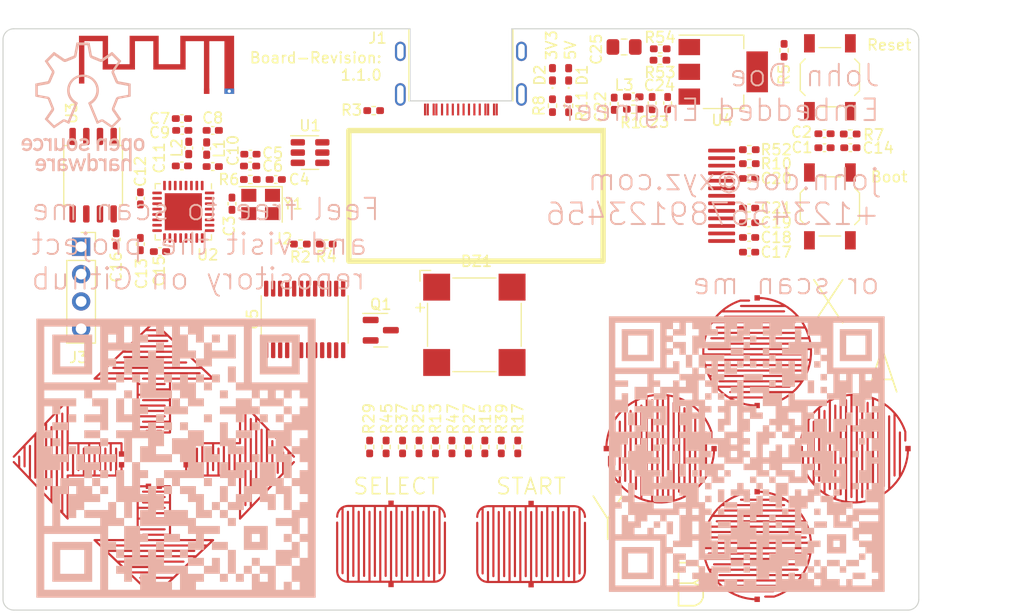
<source format=kicad_pcb>
(kicad_pcb (version 20221018) (generator pcbnew)
  (layers (0 "F.Cu" signal) (1 "In1.Cu" signal) (2 "In2.Cu" signal) (31 "B.Cu" signal) (34 "B.Paste" user) (35 "F.Paste" user) (36 "B.SilkS" user "B.Silkscreen") (37 "F.SilkS" user "F.Silkscreen") (38 "B.Mask" user) (39 "F.Mask" user) (44 "Edge.Cuts" user))
  (net 0 "")
  (net 1 "GND")
  (net 2 "RESET")
  (net 3 "Net-(AE1-Feed)")
  (net 4 "Net-(C4-Pad2)")
  (net 5 "+3.3V")
  (net 6 "Net-(C7-Pad1)")
  (net 7 "BOOT")
  (net 8 "Net-(U2-XTAL_N)")
  (net 9 "Net-(U2-LNA_IN)")
  (net 10 "Net-(U2-VDD_SPI{slash}GPIO11)")
  (net 11 "/Power Circuit/USB_VBUS")
  (net 12 "+5V")
  (net 13 "CC1")
  (net 14 "CC2")
  (net 15 "Net-(J2-Pin_3)")
  (net 16 "Net-(D1-K)")
  (net 17 "/Display Circuit/SCL")
  (net 18 "/Display Circuit/SDA")
  (net 23 "Net-(J2-Pin_6)")
  (net 25 "USB_D-")
  (net 26 "USB_D+")
  (net 27 "Net-(U2-XTAL_P)")
  (net 28 "Net-(U4-VSS{slash}ADJ)")
  (net 29 "Net-(U2-SPIHD{slash}GPIO12)")
  (net 30 "USB_Recepticle_D-")
  (net 31 "Net-(U2-SPIWP{slash}GPIO13)")
  (net 32 "Net-(U2-SPICS0{slash}GPIO14)")
  (net 33 "Net-(U2-SPICLK{slash}GPIO15)")
  (net 34 "USB_Recepticle_D+")
  (net 35 "Net-(U2-SPID{slash}GPIO16)")
  (net 36 "Net-(R10-Pad1)")
  (net 37 "Net-(U2-SPIQ{slash}GPIO17)")
  (net 38 "Net-(D2-K)")
  (net 39 "/Display Circuit/RESET_DISPLAY")
  (net 40 "UART_TXD")
  (net 41 "UART_RXD")
  (net 42 "UP")
  (net 43 "B")
  (net 44 "START")
  (net 45 "LEFT")
  (net 46 "A")
  (net 47 "SELECT")
  (net 48 "DOWN")
  (net 49 "Y")
  (net 50 "RIGHT")
  (net 51 "X")
  (net 57 "/Host/IO_EXP_INT")
  (net 64 "Net-(BZ1-+)")
  (net 65 "BUZZER")
  (footprint "Resistor_SMD:R_0402_1005Metric_Pad0.72x0.64mm_HandSolder" (layer "F.Cu") (at 150 72 90)
    (fp_text reference "R5" (at -2.25 0 90) (layer "F.SilkS"))
    (fp_text value "5k1")
    (pad "1" smd roundrect (at -0.5975 0 90) (size 0.715 0.64) (layers "F.Cu" "F.Paste" "F.Mask") (net 5 "+3.3V"))
    (pad "2" smd roundrect (at 0.5975 0 90) (size 0.715 0.64) (layers "F.Cu" "F.Paste" "F.Mask") (net 2 "RESET"))
  )
  (footprint "Inductor_SMD:L_0402_1005Metric_Pad0.77x0.64mm_HandSolder" (layer "F.Cu") (at 135.9975 76.32)
    (fp_text reference "L3" (at -0.8475 -1.1) (layer "F.SilkS"))
    (fp_text value "2n2")
    (pad "1" smd roundrect (at -0.5725 0) (size 0.765 0.64) (layers "F.Cu" "F.Paste" "F.Mask") (net 11 "/Power Circuit/USB_VBUS"))
    (pad "2" smd roundrect (at 0.5725 0) (size 0.765 0.64) (layers "F.Cu" "F.Paste" "F.Mask") (net 12 "+5V"))
  )
  (footprint "Prj_touch_pads:Resistive_Pad_round_10_mm" (layer "F.Cu") (at 147.5 100)
    (fp_text reference "R46" hide)
    (fp_text value "BTN_X")
    (pad "1" smd custom (at 0 -5 90) (size 0.5 0.5) (layers "F.Cu" "F.Mask") (net 5 "+3.3V") (options (clearance outline) (anchor rect)) (primitives (gr_arc (start 0 0) (mid -4.217828 4.938442) (end -9.755283 1.545085) (width 0.2)) (gr_line (start -0.75 -1.5) (end -0.75 2.6) (width 0.2)) (gr_line (start -1.75 -3) (end -1.75 3.8) (width 0.2)) (gr_line (start -2.75 -3.75) (end -2.75 4.4) (width 0.2)) (gr_line (start -3.75 -4.25) (end -3.75 4.8) (width 0.2)) (gr_line (start -4.75 -4.5) (end -4.75 4.9) (width 0.2)) (gr_line (start -5.75 -4.5) (end -5.75 4.9) (width 0.2)) (gr_line (start -6.75 -4) (end -6.75 4.6) (width 0.2)) (gr_line (start -7.75 -3.5) (end -7.75 4.1) (width 0.2)) (gr_line (start -8.75 -2.5) (end -8.75 3.3) (width 0.2)) (gr_line (start -9.75 0.75) (end -9.75 1.5) (width 0.2))))
    (pad "2" smd custom (at 0 5 270) (size 0.5 0.5) (layers "F.Cu" "F.Mask") (net 51 "X") (options (clearance outline) (anchor rect)) (primitives (gr_arc (start 0 0) (mid -4.217828 4.938442) (end -9.755283 1.545085) (width 0.2)) (gr_line (start -0.75 -1.5) (end -0.75 2.6) (width 0.2)) (gr_line (start -1.75 -3) (end -1.75 3.8) (width 0.2)) (gr_line (start -2.75 -3.75) (end -2.75 4.4) (width 0.2)) (gr_line (start -3.75 -4.25) (end -3.75 4.8) (width 0.2)) (gr_line (start -4.75 -4.5) (end -4.75 4.9) (width 0.2)) (gr_line (start -5.75 -4.5) (end -5.75 4.9) (width 0.2)) (gr_line (start -6.75 -4) (end -6.75 4.6) (width 0.2)) (gr_line (start -7.75 -3.5) (end -7.75 4.1) (width 0.2)) (gr_line (start -8.75 -2.5) (end -8.75 3.3) (width 0.2)) (gr_line (start -9.75 0.75) (end -9.75 1.5) (width 0.2))))
  )
  (footprint "Prj_touch_pads:Resistive_Pad_rectangular_rounded_7x10mm" (layer "F.Cu") (at 113.515649 117.576608)
    (fp_text reference "R28" hide)
    (fp_text value "BTN_SELECT")
    (pad "1" smd custom (at 0 -3.5 90) (size 0.5 0.5) (layers "F.Cu" "F.Mask") (net 47 "SELECT") (options (clearance outline) (anchor rect)) (primitives (gr_line (start -0.25 -4) (end -0.25 4) (width 0.2)) (gr_arc (start -0.25 4) (mid -0.542892 4.707106) (end -1.249998 5) (width 0.2)) (gr_arc (start -1.25 -5) (mid -0.542894 -4.707108) (end -0.25 -4.000002) (width 0.2)) (gr_line (start -0.5 -4.5) (end -6.5 -4.5) (width 0.2)) (gr_line (start -0.25 -3.5) (end -6.75 -3.5) (width 0.2)) (gr_line (start -0.25 -2.5) (end -6.75 -2.5) (width 0.2)) (gr_line (start -0.25 -1.5) (end -6.75 -1.5) (width 0.2)) (gr_line (start -0.25 -0.5) (end -6.75 -0.5) (width 0.2)) (gr_line (start -0.25 0.5) (end -6.75 0.5) (width 0.2)) (gr_line (start -0.25 1.5) (end -6.75 1.5) (width 0.2)) (gr_line (start -0.25 2.5) (end -6.75 2.5) (width 0.2)) (gr_line (start -0.25 3.5) (end -6.75 3.5) (width 0.2)) (gr_line (start -0.5 4.5) (end -6.5 4.5) (width 0.2))))
    (pad "2" smd custom (at 0 4.042893 270) (size 0.5 0.5) (layers "F.Cu" "F.Mask") (net 5 "+3.3V") (options (clearance outline) (anchor rect)) (primitives (gr_line (start -0.25 -4) (end -0.25 4) (width 0.2)) (gr_arc (start -0.25 4) (mid -0.542892 4.707106) (end -1.249998 5) (width 0.2)) (gr_arc (start -1.25 -5) (mid -0.542894 -4.707108) (end -0.25 -4.000002) (width 0.2)) (gr_line (start -1.25 -5) (end -5.75 -5) (width 0.2)) (gr_line (start -0.25 -4) (end -6.75 -4) (width 0.2)) (gr_line (start -0.25 -3) (end -6.75 -3) (width 0.2)) (gr_line (start -0.25 -2) (end -6.75 -2) (width 0.2)) (gr_line (start -0.25 -1) (end -6.75 -1) (width 0.2)) (gr_line (start -0.25 0) (end -6.75 0) (width 0.2)) (gr_line (start -0.25 1) (end -6.75 1) (width 0.2)) (gr_line (start -0.25 2) (end -6.75 2) (width 0.2)) (gr_line (start -0.25 3) (end -6.75 3) (width 0.2)) (gr_line (start -1.25 5) (end -5.75 5) (width 0.2)) (gr_line (start -0.25 4) (end -6.75 4) (width 0.2))))
  )
  (footprint "Prj_touch_pads:Resistive_Pad_round_10_mm" (layer "F.Cu") (at 147.5 118 180)
    (fp_text reference "R14" hide)
    (fp_text value "BTN_B")
    (pad "1" smd custom (at 0 -5 270) (size 0.5 0.5) (layers "F.Cu" "F.Mask") (net 5 "+3.3V") (options (clearance outline) (anchor rect)) (primitives (gr_arc (start 0 0) (mid -4.217828 4.938442) (end -9.755283 1.545085) (width 0.2)) (gr_line (start -0.75 -1.5) (end -0.75 2.6) (width 0.2)) (gr_line (start -1.75 -3) (end -1.75 3.8) (width 0.2)) (gr_line (start -2.75 -3.75) (end -2.75 4.4) (width 0.2)) (gr_line (start -3.75 -4.25) (end -3.75 4.8) (width 0.2)) (gr_line (start -4.75 -4.5) (end -4.75 4.9) (width 0.2)) (gr_line (start -5.75 -4.5) (end -5.75 4.9) (width 0.2)) (gr_line (start -6.75 -4) (end -6.75 4.6) (width 0.2)) (gr_line (start -7.75 -3.5) (end -7.75 4.1) (width 0.2)) (gr_line (start -8.75 -2.5) (end -8.75 3.3) (width 0.2)) (gr_line (start -9.75 0.75) (end -9.75 1.5) (width 0.2))))
    (pad "2" smd custom (at 0 5 90) (size 0.5 0.5) (layers "F.Cu" "F.Mask") (net 43 "B") (options (clearance outline) (anchor rect)) (primitives (gr_arc (start 0 0) (mid -4.217828 4.938442) (end -9.755283 1.545085) (width 0.2)) (gr_line (start -0.75 -1.5) (end -0.75 2.6) (width 0.2)) (gr_line (start -1.75 -3) (end -1.75 3.8) (width 0.2)) (gr_line (start -2.75 -3.75) (end -2.75 4.4) (width 0.2)) (gr_line (start -3.75 -4.25) (end -3.75 4.8) (width 0.2)) (gr_line (start -4.75 -4.5) (end -4.75 4.9) (width 0.2)) (gr_line (start -5.75 -4.5) (end -5.75 4.9) (width 0.2)) (gr_line (start -6.75 -4) (end -6.75 4.6) (width 0.2)) (gr_line (start -7.75 -3.5) (end -7.75 4.1) (width 0.2)) (gr_line (start -8.75 -2.5) (end -8.75 3.3) (width 0.2)) (gr_line (start -9.75 0.75) (end -9.75 1.5) (width 0.2))))
  )
  (footprint "Capacitor_SMD:C_0402_1005Metric_Pad0.74x0.62mm_HandSolder" (layer "F.Cu") (at 146.75 88.02)
    (fp_text reference "C19" (at 2.52 -0.01) (layer "F.SilkS"))
    (fp_text value "100n")
    (pad "1" smd roundrect (at -0.5675 0) (size 0.735 0.62) (layers "F.Cu" "F.Paste" "F.Mask") (net 5 "+3.3V"))
    (pad "2" smd roundrect (at 0.5675 0) (size 0.735 0.62) (layers "F.Cu" "F.Paste" "F.Mask") (net 1 "GND"))
  )
  (footprint "Prj_touch_pads:Resistive_Pad_rectangular_rounded_7x10mm" (layer "F.Cu") (at 126.515649 117.598054)
    (fp_text reference "R16" hide)
    (fp_text value "BTN_START")
    (pad "1" smd custom (at 0 -3.5 90) (size 0.5 0.5) (layers "F.Cu" "F.Mask") (net 44 "START") (options (clearance outline) (anchor rect)) (primitives (gr_line (start -0.25 -4) (end -0.25 4) (width 0.2)) (gr_arc (start -0.25 4) (mid -0.542892 4.707106) (end -1.249998 5) (width 0.2)) (gr_arc (start -1.25 -5) (mid -0.542894 -4.707108) (end -0.25 -4.000002) (width 0.2)) (gr_line (start -0.5 -4.5) (end -6.5 -4.5) (width 0.2)) (gr_line (start -0.25 -3.5) (end -6.75 -3.5) (width 0.2)) (gr_line (start -0.25 -2.5) (end -6.75 -2.5) (width 0.2)) (gr_line (start -0.25 -1.5) (end -6.75 -1.5) (width 0.2)) (gr_line (start -0.25 -0.5) (end -6.75 -0.5) (width 0.2)) (gr_line (start -0.25 0.5) (end -6.75 0.5) (width 0.2)) (gr_line (start -0.25 1.5) (end -6.75 1.5) (width 0.2)) (gr_line (start -0.25 2.5) (end -6.75 2.5) (width 0.2)) (gr_line (start -0.25 3.5) (end -6.75 3.5) (width 0.2)) (gr_line (start -0.5 4.5) (end -6.5 4.5) (width 0.2))))
    (pad "2" smd custom (at 0 4.042893 270) (size 0.5 0.5) (layers "F.Cu" "F.Mask") (net 5 "+3.3V") (options (clearance outline) (anchor rect)) (primitives (gr_line (start -0.25 -4) (end -0.25 4) (width 0.2)) (gr_arc (start -0.25 4) (mid -0.542892 4.707106) (end -1.249998 5) (width 0.2)) (gr_arc (start -1.25 -5) (mid -0.542894 -4.707108) (end -0.25 -4.000002) (width 0.2)) (gr_line (start -1.25 -5) (end -5.75 -5) (width 0.2)) (gr_line (start -0.25 -4) (end -6.75 -4) (width 0.2)) (gr_line (start -0.25 -3) (end -6.75 -3) (width 0.2)) (gr_line (start -0.25 -2) (end -6.75 -2) (width 0.2)) (gr_line (start -0.25 -1) (end -6.75 -1) (width 0.2)) (gr_line (start -0.25 0) (end -6.75 0) (width 0.2)) (gr_line (start -0.25 1) (end -6.75 1) (width 0.2)) (gr_line (start -0.25 2) (end -6.75 2) (width 0.2)) (gr_line (start -0.25 3) (end -6.75 3) (width 0.2)) (gr_line (start -1.25 5) (end -5.75 5) (width 0.2)) (gr_line (start -0.25 4) (end -6.75 4) (width 0.2))))
  )
  (footprint "Button_Switch_SMD:SW_SPST_TL3342" (layer "F.Cu") (at 154.25 74.5 90)
    (fp_text reference "SW1" hide)
    (fp_text value "SW_Push")
    (pad "1" smd rect (at -3.15 -1.9 90) (size 1.7 1) (layers "F.Cu" "F.Paste" "F.Mask") (net 1 "GND"))
    (pad "1" smd rect (at 3.15 -1.9 90) (size 1.7 1) (layers "F.Cu" "F.Paste" "F.Mask") (net 1 "GND"))
    (pad "2" smd rect (at -3.15 1.9 90) (size 1.7 1) (layers "F.Cu" "F.Paste" "F.Mask") (net 2 "RESET"))
    (pad "2" smd rect (at 3.15 1.9 90) (size 1.7 1) (layers "F.Cu" "F.Paste" "F.Mask") (net 2 "RESET"))
  )
  (footprint "Crystal:Crystal_SMD_3225-4Pin_3.2x2.5mm" (layer "F.Cu") (at 101.415 86.3175 180)
    (fp_text reference "Y1" (at -3.005 0.05 180) (layer "F.SilkS"))
    (fp_text value "40MHz")
    (pad "1" smd rect (at -1.1 0.85 180) (size 1.4 1.2) (layers "F.Cu" "F.Paste" "F.Mask") (net 4 "Net-(C4-Pad2)"))
    (pad "2" smd rect (at 1.1 0.85 180) (size 1.4 1.2) (layers "F.Cu" "F.Paste" "F.Mask") (net 1 "GND"))
    (pad "3" smd rect (at 1.1 -0.85 180) (size 1.4 1.2) (layers "F.Cu" "F.Paste" "F.Mask") (net 8 "Net-(U2-XTAL_N)"))
    (pad "4" smd rect (at -1.1 -0.85 180) (size 1.4 1.2) (layers "F.Cu" "F.Paste" "F.Mask") (net 1 "GND"))
  )
  (footprint "Resistor_SMD:R_0402_1005Metric_Pad0.72x0.64mm_HandSolder" (layer "F.Cu") (at 138.4775 72.92)
    (fp_text reference "R53" (at 0.0025 1.14) (layer "F.SilkS"))
    (fp_text value "121")
    (pad "1" smd roundrect (at -0.5975 0) (size 0.715 0.64) (layers "F.Cu" "F.Paste" "F.Mask") (net 5 "+3.3V"))
    (pad "2" smd roundrect (at 0.5975 0) (size 0.715 0.64) (layers "F.Cu" "F.Paste" "F.Mask") (net 28 "Net-(U4-VSS{slash}ADJ)"))
  )
  (footprint "Resistor_SMD:R_0402_1005Metric_Pad0.72x0.64mm_HandSolder" (layer "F.Cu") (at 138.5025 71.86 180)
    (fp_text reference "R54" (at 0.0225 1.06) (layer "F.SilkS"))
    (fp_text value "75")
    (pad "1" smd roundrect (at -0.5975 0 180) (size 0.715 0.64) (layers "F.Cu" "F.Paste" "F.Mask") (net 28 "Net-(U4-VSS{slash}ADJ)"))
    (pad "2" smd roundrect (at 0.5975 0 180) (size 0.715 0.64) (layers "F.Cu" "F.Paste" "F.Mask") (net 1 "GND"))
  )
  (footprint "Capacitor_SMD:C_0402_1005Metric_Pad0.74x0.62mm_HandSolder" (layer "F.Cu") (at 88 89.5675 -90)
    (fp_text reference "C16" (at 2.5675 0 90) (layer "F.SilkS"))
    (fp_text value "100n")
    (pad "1" smd roundrect (at -0.5675 0 270) (size 0.735 0.62) (layers "F.Cu" "F.Paste" "F.Mask") (net 10 "Net-(U2-VDD_SPI{slash}GPIO11)"))
    (pad "2" smd roundrect (at 0.5675 0 270) (size 0.735 0.62) (layers "F.Cu" "F.Paste" "F.Mask") (net 1 "GND"))
  )
  (footprint "Capacitor_SMD:C_0402_1005Metric_Pad0.74x0.62mm_HandSolder" (layer "F.Cu") (at 137.75 76.9025 -90)
    (fp_text reference "C23" (at 1.7675 -0.15 180) (layer "F.SilkS"))
    (fp_text value "100n")
    (pad "1" smd roundrect (at -0.5675 0 270) (size 0.735 0.62) (layers "F.Cu" "F.Paste" "F.Mask") (net 12 "+5V"))
    (pad "2" smd roundrect (at 0.5675 0 270) (size 0.735 0.62) (layers "F.Cu" "F.Paste" "F.Mask") (net 1 "GND"))
  )
  (footprint "Resistor_SMD:R_0402_1005Metric_Pad0.72x0.64mm_HandSolder" (layer "F.Cu") (at 111.9025 77.6 180)
    (fp_text reference "R3" (at 2.05 0.05) (layer "F.SilkS"))
    (fp_text value "5k1")
    (pad "1" smd roundrect (at -0.5975 0 180) (size 0.715 0.64) (layers "F.Cu" "F.Paste" "F.Mask") (net 14 "CC2"))
    (pad "2" smd roundrect (at 0.5975 0 180) (size 0.715 0.64) (layers "F.Cu" "F.Paste" "F.Mask") (net 1 "GND"))
  )
  (footprint "Capacitor_SMD:C_0402_1005Metric_Pad0.74x0.62mm_HandSolder" (layer "F.Cu") (at 92.0675 90.7 180)
    (fp_text reference "C15" (at 0.0675 -1.8 270) (layer "F.SilkS"))
    (fp_text value "10u")
    (pad "1" smd roundrect (at -0.5675 0 180) (size 0.735 0.62) (layers "F.Cu" "F.Paste" "F.Mask") (net 10 "Net-(U2-VDD_SPI{slash}GPIO11)"))
    (pad "2" smd roundrect (at 0.5675 0 180) (size 0.735 0.62) (layers "F.Cu" "F.Paste" "F.Mask") (net 1 "GND"))
  )
  (footprint "Capacitor_SMD:C_0402_1005Metric_Pad0.74x0.62mm_HandSolder" (layer "F.Cu") (at 146.75 83.905)
    (fp_text reference "C20" (at 2.52 -0.005) (layer "F.SilkS"))
    (fp_text value "2u2")
    (pad "1" smd roundrect (at -0.5675 0) (size 0.735 0.62) (layers "F.Cu" "F.Paste" "F.Mask") (net 15 "Net-(J2-Pin_3)"))
    (pad "2" smd roundrect (at 0.5675 0) (size 0.735 0.62) (layers "F.Cu" "F.Paste" "F.Mask") (net 1 "GND"))
  )
  (footprint "Capacitor_SMD:C_0402_1005Metric_Pad0.74x0.62mm_HandSolder" (layer "F.Cu") (at 153.75 81.05)
    (fp_text reference "C1" (at -2.085 -0.025) (layer "F.SilkS"))
    (fp_text value "1u")
    (pad "1" smd roundrect (at -0.5675 0) (size 0.735 0.62) (layers "F.Cu" "F.Paste" "F.Mask") (net 2 "RESET"))
    (pad "2" smd roundrect (at 0.5675 0) (size 0.735 0.62) (layers "F.Cu" "F.Paste" "F.Mask") (net 1 "GND"))
  )
  (footprint "Resistor_SMD:R_0402_1005Metric_Pad0.72x0.64mm_HandSolder" (layer "F.Cu") (at 119.16786 108.8475 -90)
    (fp_text reference "R47" (at -2.6025 -0.107142 -270) (layer "F.SilkS"))
    (fp_text value "1M")
    (pad "1" smd roundrect (at -0.5975 0 270) (size 0.715 0.64) (layers "F.Cu" "F.Paste" "F.Mask") (net 51 "X"))
    (pad "2" smd roundrect (at 0.5975 0 270) (size 0.715 0.64) (layers "F.Cu" "F.Paste" "F.Mask") (net 1 "GND"))
  )
  (footprint "Prj_touch_pads:Resistive_Pad_round_10_mm" (layer "F.Cu") (at 138.5 109 90)
    (fp_text reference "R38" hide)
    (fp_text value "BTN_Y")
    (pad "1" smd custom (at 0 -5 180) (size 0.5 0.5) (layers "F.Cu" "F.Mask") (net 5 "+3.3V") (options (clearance outline) (anchor rect)) (primitives (gr_arc (start 0 0) (mid -4.217828 4.938442) (end -9.755283 1.545085) (width 0.2)) (gr_line (start -0.75 -1.5) (end -0.75 2.6) (width 0.2)) (gr_line (start -1.75 -3) (end -1.75 3.8) (width 0.2)) (gr_line (start -2.75 -3.75) (end -2.75 4.4) (width 0.2)) (gr_line (start -3.75 -4.25) (end -3.75 4.8) (width 0.2)) (gr_line (start -4.75 -4.5) (end -4.75 4.9) (width 0.2)) (gr_line (start -5.75 -4.5) (end -5.75 4.9) (width 0.2)) (gr_line (start -6.75 -4) (end -6.75 4.6) (width 0.2)) (gr_line (start -7.75 -3.5) (end -7.75 4.1) (width 0.2)) (gr_line (start -8.75 -2.5) (end -8.75 3.3) (width 0.2)) (gr_line (start -9.75 0.75) (end -9.75 1.5) (width 0.2))))
    (pad "2" smd custom (at 0 5) (size 0.5 0.5) (layers "F.Cu" "F.Mask") (net 49 "Y") (options (clearance outline) (anchor rect)) (primitives (gr_arc (start 0 0) (mid -4.217828 4.938442) (end -9.755283 1.545085) (width 0.2)) (gr_line (start -0.75 -1.5) (end -0.75 2.6) (width 0.2)) (gr_line (start -1.75 -3) (end -1.75 3.8) (width 0.2)) (gr_line (start -2.75 -3.75) (end -2.75 4.4) (width 0.2)) (gr_line (start -3.75 -4.25) (end -3.75 4.8) (width 0.2)) (gr_line (start -4.75 -4.5) (end -4.75 4.9) (width 0.2)) (gr_line (start -5.75 -4.5) (end -5.75 4.9) (width 0.2)) (gr_line (start -6.75 -4) (end -6.75 4.6) (width 0.2)) (gr_line (start -7.75 -3.5) (end -7.75 4.1) (width 0.2)) (gr_line (start -8.75 -2.5) (end -8.75 3.3) (width 0.2)) (gr_line (start -9.75 0.75) (end -9.75 1.5) (width 0.2))))
  )
  (footprint "Resistor_SMD:R_0402_1005Metric_Pad0.72x0.64mm_HandSolder" (layer "F.Cu") (at 125.27738 108.8475 -90)
    (fp_text reference "R17" (at -2.6025 0.000006 -270) (layer "F.SilkS"))
    (fp_text value "1M")
    (pad "1" smd roundrect (at -0.5975 0 270) (size 0.715 0.64) (layers "F.Cu" "F.Paste" "F.Mask") (net 44 "START"))
    (pad "2" smd roundrect (at 0.5975 0 270) (size 0.715 0.64) (layers "F.Cu" "F.Paste" "F.Mask") (net 1 "GND"))
  )
  (footprint "Package_TO_SOT_SMD:SOT-23" (layer "F.Cu") (at 112.5625 98)
    (fp_text reference "Q1" (at 0 -2.4) (layer "F.SilkS"))
    (fp_text value "2N7002K")
    (pad "1" smd roundrect (at -0.9375 -0.95) (size 1.475 0.6) (layers "F.Cu" "F.Paste" "F.Mask") (net 65 "BUZZER"))
    (pad "2" smd roundrect (at -0.9375 0.95) (size 1.475 0.6) (layers "F.Cu" "F.Paste" "F.Mask") (net 1 "GND"))
    (pad "3" smd roundrect (at 0.9375 0) (size 1.475 0.6) (layers "F.Cu" "F.Paste" "F.Mask") (net 64 "Net-(BZ1-+)"))
  )
  (footprint "Button_Switch_SMD:SW_SPST_TL3342" (layer "F.Cu") (at 154.25 86.5 -90)
    (fp_text reference "SW2" hide)
    (fp_text value "SW_Push")
    (pad "1" smd rect (at -3.15 -1.9 270) (size 1.7 1) (layers "F.Cu" "F.Paste" "F.Mask") (net 1 "GND"))
    (pad "1" smd rect (at 3.15 -1.9 270) (size 1.7 1) (layers "F.Cu" "F.Paste" "F.Mask") (net 1 "GND"))
    (pad "2" smd rect (at -3.15 1.9 270) (size 1.7 1) (layers "F.Cu" "F.Paste" "F.Mask") (net 7 "BOOT"))
    (pad "2" smd rect (at 3.15 1.9 270) (size 1.7 1) (layers "F.Cu" "F.Paste" "F.Mask") (net 7 "BOOT"))
  )
  (footprint "Package_SO:SOP-8_5.28x5.23mm_P1.27mm" (layer "F.Cu") (at 85.865 83.6 -90)
    (fp_text reference "U3" (at -5.75 2 -90) (layer "F.SilkS"))
    (fp_text value "ZD25WQ32C")
    (pad "1" smd roundrect (at -3.6 -1.905 270) (size 1.6 0.6) (layers "F.Cu" "F.Paste" "F.Mask") (net 32 "Net-(U2-SPICS0{slash}GPIO14)"))
    (pad "2" smd roundrect (at -3.6 -0.635 270) (size 1.6 0.6) (layers "F.Cu" "F.Paste" "F.Mask") (net 37 "Net-(U2-SPIQ{slash}GPIO17)"))
    (pad "3" smd roundrect (at -3.6 0.635 270) (size 1.6 0.6) (layers "F.Cu" "F.Paste" "F.Mask") (net 31 "Net-(U2-SPIWP{slash}GPIO13)"))
    (pad "4" smd roundrect (at -3.6 1.905 270) (size 1.6 0.6) (layers "F.Cu" "F.Paste" "F.Mask") (net 1 "GND"))
    (pad "5" smd roundrect (at 3.6 1.905 270) (size 1.6 0.6) (layers "F.Cu" "F.Paste" "F.Mask") (net 35 "Net-(U2-SPID{slash}GPIO16)"))
    (pad "6" smd roundrect (at 3.6 0.635 270) (size 1.6 0.6) (layers "F.Cu" "F.Paste" "F.Mask") (net 33 "Net-(U2-SPICLK{slash}GPIO15)"))
    (pad "7" smd roundrect (at 3.6 -0.635 270) (size 1.6 0.6) (layers "F.Cu" "F.Paste" "F.Mask") (net 29 "Net-(U2-SPIHD{slash}GPIO12)"))
    (pad "8" smd roundrect (at 3.6 -1.905 270) (size 1.6 0.6) (layers "F.Cu" "F.Paste" "F.Mask") (net 10 "Net-(U2-VDD_SPI{slash}GPIO11)"))
  )
  (footprint "Resistor_SMD:R_0402_1005Metric_Pad0.72x0.64mm_HandSolder" (layer "F.Cu") (at 122.22262 108.8475 -90)
    (fp_text reference "R15" (at -2.6025 -0.053568 -270) (layer "F.SilkS"))
    (fp_text value "1M")
    (pad "1" smd roundrect (at -0.5975 0 270) (size 0.715 0.64) (layers "F.Cu" "F.Paste" "F.Mask") (net 43 "B"))
    (pad "2" smd roundrect (at 0.5975 0 270) (size 0.715 0.64) (layers "F.Cu" "F.Paste" "F.Mask") (net 1 "GND"))
  )
  (footprint "Resistor_SMD:R_0402_1005Metric_Pad0.72x0.64mm_HandSolder" (layer "F.Cu") (at 116.1131 108.8475 -90)
    (fp_text reference "R25" (at -2.625 0.05 90) (layer "F.SilkS"))
    (fp_text value "1M")
    (pad "1" smd roundrect (at -0.5975 0 270) (size 0.715 0.64) (layers "F.Cu" "F.Paste" "F.Mask") (net 45 "LEFT"))
    (pad "2" smd roundrect (at 0.5975 0 270) (size 0.715 0.64) (layers "F.Cu" "F.Paste" "F.Mask") (net 1 "GND"))
  )
  (footprint "Prj_touch_pads:Resistive_Pad_Arrow_10mm" (layer "F.Cu") (at 91.5 112.5 180)
    (fp_text reference "R36" hide)
    (fp_text value "BTN_DOWN")
    (pad "1" smd custom (at -0.5 0 90) (size 0.5 0.5) (layers "F.Cu" "F.Mask") (net 48 "DOWN") (options (clearance outline) (anchor rect)) (primitives (gr_line (start 0 1) (end 0 0) (width 0.2)) (gr_line (start 0 1) (end -5 1) (width 0.2)) (gr_line (start -5 1) (end -5 5) (width 0.2)) (gr_line (start -5 5) (end -10 -0.25) (width 0.2)) (gr_line (start -0.5 1) (end -0.5 -1.5) (width 0.2)) (gr_line (start -1.5 1) (end -1.5 -1.5) (width 0.2)) (gr_line (start -2.5 1) (end -2.5 -1.5) (width 0.2)) (gr_line (start -3.5 1) (end -3.5 -1.5) (width 0.2)) (gr_line (start -4.5 1) (end -4.5 -1.5) (width 0.2)) (gr_line (start -5.5 4.4) (end -5.5 -4.75) (width 0.2)) (gr_line (start -6.5 3.4) (end -6.5 -3.5) (width 0.2)) (gr_line (start -7.5 2.3) (end -7.5 -2.75) (width 0.2)) (gr_line (start -8.5 1.25) (end -8.5 -1.75) (width 0.2)) (gr_line (start -9.5 0.2) (end -9.5 -0.75) (width 0.2))))
    (pad "2" smd custom (at 0.5 0 270) (size 0.5 0.5) (layers "F.Cu" "F.Mask") (net 5 "+3.3V") (options (clearance outline) (anchor rect)) (primitives (gr_line (start 0 0) (end 0 1) (width 0.2)) (gr_line (start 5 1) (end 0 1) (width 0.2)) (gr_line (start 5 5) (end 5 1) (width 0.2)) (gr_line (start 10 -0.25) (end 5 5) (width 0.2)) (gr_line (start 1 -1.5) (end 1 1) (width 0.2)) (gr_line (start 2 -1.5) (end 2 1) (width 0.2)) (gr_line (start 3 -1.5) (end 3 1) (width 0.2)) (gr_line (start 4 -1.5) (end 4 1) (width 0.2)) (gr_line (start 5 -1.5) (end 5 1) (width 0.2)) (gr_line (start 6 -4.25) (end 6 3.9) (width 0.2)) (gr_line (start 7 -3.25) (end 7 2.8) (width 0.2)) (gr_line (start 8 -2.2) (end 8 1.85) (width 0.2)) (gr_line (start 9 0.8) (end 9 -1.15) (width 0.2))))
  )
  (footprint "Resistor_SMD:R_0402_1005Metric_Pad0.72x0.64mm_HandSolder" (layer "F.Cu") (at 156.1325 79.775 180)
    (fp_text reference "R7" (at -2.1775 -0.075) (layer "F.SilkS"))
    (fp_text value "5k1")
    (pad "1" smd roundrect (at -0.5975 0 180) (size 0.715 0.64) (layers "F.Cu" "F.Paste" "F.Mask") (net 5 "+3.3V"))
    (pad "2" smd roundrect (at 0.5975 0 180) (size 0.715 0.64) (layers "F.Cu" "F.Paste" "F.Mask") (net 7 "BOOT"))
  )
  (footprint "Capacitor_SMD:C_0402_1005Metric_Pad0.74x0.62mm_HandSolder" (layer "F.Cu") (at 90.25 85.75 90)
    (fp_text reference "C12" (at 2.5 0 90) (layer "F.SilkS"))
    (fp_text value "100n")
    (pad "1" smd roundrect (at -0.5675 0 90) (size 0.735 0.62) (layers "F.Cu" "F.Paste" "F.Mask") (net 5 "+3.3V"))
    (pad "2" smd roundrect (at 0.5675 0 90) (size 0.735 0.62) (layers "F.Cu" "F.Paste" "F.Mask") (net 1 "GND"))
  )
  (footprint "Resistor_SMD:R_0402_1005Metric_Pad0.72x0.64mm_HandSolder" (layer "F.Cu") (at 105.1 90)
    (fp_text reference "R2" (at 0 1.2) (layer "F.SilkS"))
    (fp_text value "5k1")
    (pad "1" smd roundrect (at -0.5975 0) (size 0.715 0.64) (layers "F.Cu" "F.Paste" "F.Mask") (net 5 "+3.3V"))
    (pad "2" smd roundrect (at 0.5975 0) (size 0.715 0.64) (layers "F.Cu" "F.Paste" "F.Mask") (net 18 "/Display Circuit/SDA"))
  )
  (footprint "Inductor_SMD:L_0402_1005Metric_Pad0.77x0.64mm_HandSolder" (layer "F.Cu") (at 94.7375 81.0675 -90)
    (fp_text reference "L2" (at 0 1.1 -90) (layer "F.SilkS"))
    (fp_text value "2n2")
    (pad "1" smd roundrect (at -0.5725 0 270) (size 0.765 0.64) (layers "F.Cu" "F.Paste" "F.Mask") (net 6 "Net-(C7-Pad1)"))
    (pad "2" smd roundrect (at 0.5725 0 270) (size 0.765 0.64) (layers "F.Cu" "F.Paste" "F.Mask") (net 5 "+3.3V"))
  )
  (footprint "Package_SO:TSSOP-24_4.4x7.8mm_P0.65mm" (layer "F.Cu") (at 105.5 97 90)
    (fp_text reference "U5" (at 0 -4.85 90) (layer "F.SilkS"))
    (fp_text value "TCA9535PWR")
    (pad "1" smd roundrect (at -2.8625 -3.575 90) (size 1.475 0.4) (layers "F.Cu" "F.Paste" "F.Mask") (net 57 "/Host/IO_EXP_INT"))
    (pad "2" smd roundrect (at -2.8625 -2.925 90) (size 1.475 0.4) (layers "F.Cu" "F.Paste" "F.Mask") (net 1 "GND"))
    (pad "3" smd roundrect (at -2.8625 -2.275 90) (size 1.475 0.4) (layers "F.Cu" "F.Paste" "F.Mask") (net 1 "GND"))
    (pad "4" smd roundrect (at -2.8625 -1.625 90) (size 1.475 0.4) (layers "F.Cu" "F.Paste" "F.Mask") (net 42 "UP"))
    (pad "5" smd roundrect (at -2.8625 -0.975 90) (size 1.475 0.4) (layers "F.Cu" "F.Paste" "F.Mask") (net 45 "LEFT"))
    (pad "6" smd roundrect (at -2.8625 -0.325 90) (size 1.475 0.4) (layers "F.Cu" "F.Paste" "F.Mask") (net 48 "DOWN"))
    (pad "7" smd roundrect (at -2.8625 0.325 90) (size 1.475 0.4) (layers "F.Cu" "F.Paste" "F.Mask") (net 50 "RIGHT"))
    (pad "8" smd roundrect (at -2.8625 0.975 90) (size 1.475 0.4) (layers "F.Cu" "F.Paste" "F.Mask") (net 46 "A"))
    (pad "9" smd roundrect (at -2.8625 1.625 90) (size 1.475 0.4) (layers "F.Cu" "F.Paste" "F.Mask") (net 43 "B"))
    (pad "10" smd roundrect (at -2.8625 2.275 90) (size 1.475 0.4) (layers "F.Cu" "F.Paste" "F.Mask") (net 51 "X"))
    (pad "11" smd roundrect (at -2.8625 2.925 90) (size 1.475 0.4) (layers "F.Cu" "F.Paste" "F.Mask") (net 49 "Y"))
    (pad "12" smd roundrect (at -2.8625 3.575 90) (size 1.475 0.4) (layers "F.Cu" "F.Paste" "F.Mask") (net 1 "GND"))
    (pad "13" smd roundrect (at 2.8625 3.575 90) (size 1.475 0.4) (layers "F.Cu" "F.Paste" "F.Mask") (net 44 "START"))
    (pad "14" smd roundrect (at 2.8625 2.925 90) (size 1.475 0.4) (layers "F.Cu" "F.Paste" "F.Mask") (net 47 "SELECT"))
    (pad "15" smd roundrect (at 2.8625 2.275 90) (size 1.475 0.4) (layers "F.Cu" "F.Paste" "F.Mask"))
    (pad "16" smd roundrect (at 2.8625 1.625 90) (size 1.475 0.4) (layers "F.Cu" "F.Paste" "F.Mask"))
    (pad "17" smd roundrect (at 2.8625 0.975 90) (size 1.475 0.4) (layers "F.Cu" "F.Paste" "F.Mask"))
    (pad "18" smd roundrect (at 2.8625 0.325 90) (size 1.475 0.4) (layers "F.Cu" "F.Paste" "F.Mask"))
    (pad "19" smd roundrect (at 2.8625 -0.325 90) (size 1.475 0.4) (layers "F.Cu" "F.Paste" "F.Mask"))
    (pad "20" smd roundrect (at 2.8625 -0.975 90) (size 1.475 0.4) (layers "F.Cu" "F.Paste" "F.Mask"))
    (pad "21" smd roundrect (at 2.8625 -1.625 90) (size 1.475 0.4) (layers "F.Cu" "F.Paste" "F.Mask") (net 1 "GND"))
    (pad "22" smd roundrect (at 2.8625 -2.275 90) (size 1.475 0.4) (layers "F.Cu" "F.Paste" "F.Mask") (net 17 "/Display Circuit/SCL"))
    (pad "23" smd roundrect (at 2.8625 -2.925 90) (size 1.475 0.4) (layers "F.Cu" "F.Paste" "F.Mask") (net 18 "/Display Circuit/SDA"))
    (pad "24" smd roundrect (at 2.8625 -3.575 90) (size 1.475 0.4) (layers "F.Cu" "F.Paste" "F.Mask") (net 5 "+3.3V"))
  )
  (footprint "Inductor_SMD:L_0402_1005Metric_Pad0.77x0.64mm_HandSolder" (layer "F.Cu") (at 96.4 81.1275 -90)
    (fp_text reference "L1" (at 0 -1.17 -90) (layer "F.SilkS"))
    (fp_text value "2n2")
    (pad "1" smd roundrect (at -0.5725 0 270) (size 0.765 0.64) (layers "F.Cu" "F.Paste" "F.Mask") (net 3 "Net-(AE1-Feed)"))
    (pad "2" smd roundrect (at 0.5725 0 270) (size 0.765 0.64) (layers "F.Cu" "F.Paste" "F.Mask") (net 9 "Net-(U2-LNA_IN)"))
  )
  (footprint "Package_TO_SOT_SMD:SOT-23-6" (layer "F.Cu") (at 106 81.5)
    (fp_text reference "U1" (at 0 -2.5) (layer "F.SilkS"))
    (fp_text value "USBLC6-2SC6")
    (pad "1" smd roundrect (at -1.1375 -0.95) (size 1.325 0.6) (layers "F.Cu" "F.Paste" "F.Mask") (net 26 "USB_D+"))
    (pad "2" smd roundrect (at -1.1375 0) (size 1.325 0.6) (layers "F.Cu" "F.Paste" "F.Mask") (net 1 "GND"))
    (pad "3" smd roundrect (at -1.1375 0.95) (size 1.325 0.6) (layers "F.Cu" "F.Paste" "F.Mask") (net 25 "USB_D-"))
    (pad "4" smd roundrect (at 1.1375 0.95) (size 1.325 0.6) (layers "F.Cu" "F.Paste" "F.Mask") (net 30 "USB_Recepticle_D-"))
    (pad "5" smd roundrect (at 1.1375 0) (size 1.325 0.6) (layers "F.Cu" "F.Paste" "F.Mask") (net 11 "/Power Circuit/USB_VBUS"))
    (pad "6" smd roundrect (at 1.1375 -0.95) (size 1.325 0.6) (layers "F.Cu" "F.Paste" "F.Mask") (net 34 "USB_Recepticle_D+"))
  )
  (footprint "Capacitor_SMD:C_0402_1005Metric_Pad0.74x0.62mm_HandSolder" (layer "F.Cu") (at 90.25 90 -90)
    (fp_text reference "C13" (at 2.75 -0.1 90) (layer "F.SilkS"))
    (fp_text value "100n")
    (pad "1" smd roundrect (at -0.5675 0 270) (size 0.735 0.62) (layers "F.Cu" "F.Paste" "F.Mask") (net 5 "+3.3V"))
    (pad "2" smd roundrect (at 0.5675 0 270) (size 0.735 0.62) (layers "F.Cu" "F.Paste" "F.Mask") (net 1 "GND"))
  )
  (footprint "Capacitor_SMD:C_0402_1005Metric_Pad0.74x0.62mm_HandSolder" (layer "F.Cu") (at 96.9675 79.44)
    (fp_text reference "C8" (at 0 -1.16) (layer "F.SilkS"))
    (fp_text value "3p3")
    (pad "1" smd roundrect (at -0.5675 0) (size 0.735 0.62) (layers "F.Cu" "F.Paste" "F.Mask") (net 3 "Net-(AE1-Feed)"))
    (pad "2" smd roundrect (at 0.5675 0) (size 0.735 0.62) (layers "F.Cu" "F.Paste" "F.Mask") (net 1 "GND"))
  )
  (footprint "Resistor_SMD:R_0402_1005Metric_Pad0.72x0.64mm_HandSolder" (layer "F.Cu") (at 100.4525 84 180)
    (fp_text reference "R6" (at 1.985 0 180) (layer "F.SilkS"))
    (fp_text value "121R")
    (pad "1" smd roundrect (at -0.5975 0 180) (size 0.715 0.64) (layers "F.Cu" "F.Paste" "F.Mask") (net 4 "Net-(C4-Pad2)"))
    (pad "2" smd roundrect (at 0.5975 0 180) (size 0.715 0.64) (layers "F.Cu" "F.Paste" "F.Mask") (net 27 "Net-(U2-XTAL_P)"))
  )
  (footprint "Resistor_SMD:R_0402_1005Metric_Pad0.72x0.64mm_HandSolder" (layer "F.Cu") (at 107.5 90 180)
    (fp_text reference "R4" (at 0 -1.17) (layer "F.SilkS"))
    (fp_text value "5k1")
    (pad "1" smd roundrect (at -0.5975 0 180) (size 0.715 0.64) (layers "F.Cu" "F.Paste" "F.Mask") (net 5 "+3.3V"))
    (pad "2" smd roundrect (at 0.5975 0 180) (size 0.715 0.64) (layers "F.Cu" "F.Paste" "F.Mask") (net 17 "/Display Circuit/SCL"))
  )
  (footprint "Resistor_SMD:R_0402_1005Metric_Pad0.72x0.64mm_HandSolder" (layer "F.Cu") (at 117.64048 108.8475 -90)
    (fp_text reference "R13" (at -2.625 0 90) (layer "F.SilkS"))
    (fp_text value "1M")
    (pad "1" smd roundrect (at -0.5975 0 270) (size 0.715 0.64) (layers "F.Cu" "F.Paste" "F.Mask") (net 42 "UP"))
    (pad "2" smd roundrect (at 0.5975 0 270) (size 0.715 0.64) (layers "F.Cu" "F.Paste" "F.Mask") (net 1 "GND"))
  )
  (footprint "Buzzer_Beeper:MagneticBuzzer_CUI_CMT-8504-100-SMT" (layer "F.Cu") (at 121.25 97.5)
    (fp_text reference "BZ1" (at 0.2 -5.9) (layer "F.SilkS"))
    (fp_text value "Buzzer")
    (fp_text user "+" (at -5.1 -1.6 270) (layer "F.SilkS"))
    (pad "1" smd rect (at -3.5 -3.5 270) (size 2.5 2.5) (layers "F.Cu" "F.Paste" "F.Mask") (net 5 "+3.3V"))
    (pad "2" smd rect (at -3.5 3.5 270) (size 2.5 2.5) (layers "F.Cu" "F.Paste" "F.Mask") (net 64 "Net-(BZ1-+)"))
    (pad "3" smd rect (at 3.5 3.5 270) (size 2.5 2.5) (layers "F.Cu" "F.Paste" "F.Mask"))
    (pad "4" smd rect (at 3.5 -3.5 270) (size 2.5 2.5) (layers "F.Cu" "F.Paste" "F.Mask"))
  )
  (footprint "Capacitor_SMD:C_0402_1005Metric_Pad0.74x0.62mm_HandSolder" (layer "F.Cu") (at 100.465 81.65)
    (fp_text reference "C5" (at 2.0675 -0.1) (layer "F.SilkS"))
    (fp_text value "1u")
    (pad "1" smd roundrect (at -0.5675 0) (size 0.735 0.62) (layers "F.Cu" "F.Paste" "F.Mask") (net 5 "+3.3V"))
    (pad "2" smd roundrect (at 0.5675 0) (size 0.735 0.62) (layers "F.Cu" "F.Paste" "F.Mask") (net 1 "GND"))
  )
  (footprint "Resistor_SMD:R_0402_1005Metric_Pad0.72x0.64mm_HandSolder" (layer "F.Cu") (at 120.69524 108.8475 -90)
    (fp_text reference "R27" (at -2.6025 -0.080355 -270) (layer "F.SilkS"))
    (fp_text value "1M")
    (pad "1" smd roundrect (at -0.5975 0 270) (size 0.715 0.64) (layers "F.Cu" "F.Paste" "F.Mask") (net 46 "A"))
    (pad "2" smd roundrect (at 0.5975 0 270) (size 0.715 0.64) (layers "F.Cu" "F.Paste" "F.Mask") (net 1 "GND"))
  )
  (footprint "Capacitor_SMD:C_0402_1005Metric_Pad0.74x0.62mm_HandSolder" (layer "F.Cu") (at 96.9675 82.8)
    (fp_text reference "C10" (at 1.88 -1.49 90) (layer "F.SilkS"))
    (fp_text value "3p3")
    (pad "1" smd roundrect (at -0.5675 0) (size 0.735 0.62) (layers "F.Cu" "F.Paste" "F.Mask") (net 9 "Net-(U2-LNA_IN)"))
    (pad "2" smd roundrect (at 0.5675 0) (size 0.735 0.62) (layers "F.Cu" "F.Paste" "F.Mask") (net 1 "GND"))
  )
  (footprint "Package_TO_SOT_SMD:SOT-223" (layer "F.Cu") (at 144.35 74)
    (fp_text reference "U4" (at -0.1 4.5 180) (layer "F.SilkS"))
    (fp_text value "ZD1117ILTRAD")
    (pad "1" smd rect (at -3.15 -2.3) (size 2 1.5) (layers "F.Cu" "F.Paste" "F.Mask") (net 28 "Net-(U4-VSS{slash}ADJ)"))
    (pad "2" smd rect (at -3.15 0) (size 2 1.5) (layers "F.Cu" "F.Paste" "F.Mask") (net 5 "+3.3V"))
    (pad "3" smd rect (at -3.15 2.3) (size 2 1.5) (layers "F.Cu" "F.Paste" "F.Mask") (net 12 "+5V"))
    (pad "4" smd rect (at 3.15 0) (size 2 3.8) (layers "F.Cu" "F.Paste" "F.Mask") (net 1 "GND"))
  )
  (footprint "Prj_touch_pads:Resistive_Pad_Arrow_10mm" (layer "F.Cu") (at 91.5 107.5)
    (fp_text reference "R12" hide)
    (fp_text value "BTN_UP")
    (pad "1" smd custom (at -0.5 0 270) (size 0.5 0.5) (layers "F.Cu" "F.Mask") (net 42 "UP") (options (clearance outline) (anchor rect)) (primitives (gr_line (start 0 1) (end 0 0) (width 0.2)) (gr_line (start 0 1) (end -5 1) (width 0.2)) (gr_line (start -5 1) (end -5 5) (width 0.2)) (gr_line (start -5 5) (end -10 -0.25) (width 0.2)) (gr_line (start -0.5 1) (end -0.5 -1.5) (width 0.2)) (gr_line (start -1.5 1) (end -1.5 -1.5) (width 0.2)) (gr_line (start -2.5 1) (end -2.5 -1.5) (width 0.2)) (gr_line (start -3.5 1) (end -3.5 -1.5) (width 0.2)) (gr_line (start -4.5 1) (end -4.5 -1.5) (width 0.2)) (gr_line (start -5.5 4.4) (end -5.5 -4.75) (width 0.2)) (gr_line (start -6.5 3.4) (end -6.5 -3.5) (width 0.2)) (gr_line (start -7.5 2.3) (end -7.5 -2.75) (width 0.2)) (gr_line (start -8.5 1.25) (end -8.5 -1.75) (width 0.2)) (gr_line (start -9.5 0.2) (end -9.5 -0.75) (width 0.2))))
    (pad "2" smd custom (at 0.5 0 90) (size 0.5 0.5) (layers "F.Cu" "F.Mask") (net 5 "+3.3V") (options (clearance outline) (anchor rect)) (primitives (gr_line (start 0 0) (end 0 1) (width 0.2)) (gr_line (start 5 1) (end 0 1) (width 0.2)) (gr_line (start 5 5) (end 5 1) (width 0.2)) (gr_line (start 10 -0.25) (end 5 5) (width 0.2)) (gr_line (start 1 -1.5) (end 1 1) (width 0.2)) (gr_line (start 2 -1.5) (end 2 1) (width 0.2)) (gr_line (start 3 -1.5) (end 3 1) (width 0.2)) (gr_line (start 4 -1.5) (end 4 1) (width 0.2)) (gr_line (start 5 -1.5) (end 5 1) (width 0.2)) (gr_line (start 6 -4.25) (end 6 3.9) (width 0.2)) (gr_line (start 7 -3.25) (end 7 2.8) (width 0.2)) (gr_line (start 8 -2.2) (end 8 1.85) (width 0.2)) (gr_line (start 9 0.8) (end 9 -1.15) (width 0.2))))
  )
  (footprint "Resistor_SMD:R_0402_1005Metric_Pad0.72x0.64mm_HandSolder" (layer "F.Cu") (at 111.53096 108.8475 -90)
    (fp_text reference "R29" (at -2.625 0.075 90) (layer "F.SilkS"))
    (fp_text value "1M")
    (pad "1" smd roundrect (at -0.5975 0 270) (size 0.715 0.64) (layers "F.Cu" "F.Paste" "F.Mask") (net 47 "SELECT"))
    (pad "2" smd roundrect (at 0.5975 0 270) (size 0.715 0.64) (layers "F.Cu" "F.Paste" "F.Mask") (net 1 "GND"))
  )
  (footprint "Resistor_SMD:R_0402_1005Metric_Pad0.72x0.64mm_HandSolder" (layer "F.Cu") (at 123.75 108.8475 -90)
    (fp_text reference "R39" (at -2.6025 -0.026781 -270) (layer "F.SilkS"))
    (fp_text value "1M")
    (pad "1" smd roundrect (at -0.5975 0 270) (size 0.715 0.64) (layers "F.Cu" "F.Paste" "F.Mask") (net 49 "Y"))
    (pad "2" smd roundrect (at 0.5975 0 270) (size 0.715 0.64) (layers "F.Cu" "F.Paste" "F.Mask") (net 1 "GND"))
  )
  (footprint "Prj_touch_pads:Resistive_Pad_round_10_mm" (layer "F.Cu") (at 156.5 109 -90)
    (fp_text reference "R26" hide)
    (fp_text value "BTN_A")
    (pad "1" smd custom (at 0 -5) (size 0.5 0.5) (layers "F.Cu" "F.Mask") (net 5 "+3.3V") (options (clearance outline) (anchor rect)) (primitives (gr_arc (start 0 0) (mid -4.217828 4.938442) (end -9.755283 1.545085) (width 0.2)) (gr_line (start -0.75 -1.5) (end -0.75 2.6) (width 0.2)) (gr_line (start -1.75 -3) (end -1.75 3.8) (width 0.2)) (gr_line (start -2.75 -3.75) (end -2.75 4.4) (width 0.2)) (gr_line (start -3.75 -4.25) (end -3.75 4.8) (width 0.2)) (gr_line (start -4.75 -4.5) (end -4.75 4.9) (width 0.2)) (gr_line (start -5.75 -4.5) (end -5.75 4.9) (width 0.2)) (gr_line (start -6.75 -4) (end -6.75 4.6) (width 0.2)) (gr_line (start -7.75 -3.5) (end -7.75 4.1) (width 0.2)) (gr_line (start -8.75 -2.5) (end -8.75 3.3) (width 0.2)) (gr_line (start -9.75 0.75) (end -9.75 1.5) (width 0.2))))
    (pad "2" smd custom (at 0 5 180) (size 0.5 0.5) (layers "F.Cu" "F.Mask") (net 46 "A") (options (clearance outline) (anchor rect)) (primitives (gr_arc (start 0 0) (mid -4.217828 4.938442) (end -9.755283 1.545085) (width 0.2)) (gr_line (start -0.75 -1.5) (end -0.75 2.6) (width 0.2)) (gr_line (start -1.75 -3) (end -1.75 3.8) (width 0.2)) (gr_line (start -2.75 -3.75) (end -2.75 4.4) (width 0.2)) (gr_line (start -3.75 -4.25) (end -3.75 4.8) (width 0.2)) (gr_line (start -4.75 -4.5) (end -4.75 4.9) (width 0.2)) (gr_line (start -5.75 -4.5) (end -5.75 4.9) (width 0.2)) (gr_line (start -6.75 -4) (end -6.75 4.6) (width 0.2)) (gr_line (start -7.75 -3.5) (end -7.75 4.1) (width 0.2)) (gr_line (start -8.75 -2.5) (end -8.75 3.3) (width 0.2)) (gr_line (start -9.75 0.75) (end -9.75 1.5) (width 0.2))))
  )
  (footprint "Capacitor_SMD:C_0402_1005Metric_Pad0.74x0.62mm_HandSolder" (layer "F.Cu") (at 94.105 82.74 180)
    (fp_text reference "C11" (at 2.105 0.74 270) (layer "F.SilkS"))
    (fp_text value "100n")
    (pad "1" smd roundrect (at -0.5675 0 180) (size 0.735 0.62) (layers "F.Cu" "F.Paste" "F.Mask") (net 5 "+3.3V"))
    (pad "2" smd roundrect (at 0.5675 0 180) (size 0.735 0.62) (layers "F.Cu" "F.Paste" "F.Mask") (net 1 "GND"))
  )
  (footprint "Prj_Connectors_USB:USB_C_Receptacle_SHOU_HAN_TYPE_C_16P_CB1.6_073" (layer "F.Cu") (at 120 72.1 180)
    (fp_text reference "J1" (at 7.732 1.234) (layer "F.SilkS"))
    (fp_text value "USB_C_Receptacle")
    (fp_line (start -4.72 -4.6) (end -4.72 2.1) (stroke (width 0.1)) (layer "Edge.Cuts"))
    (fp_line (start -4.72 -4.6) (end 4.72 -4.6) (stroke (width 0.1)) (layer "Edge.Cuts"))
    (fp_line (start 4.72 2.1) (end 4.72 -4.6) (stroke (width 0.1)) (layer "Edge.Cuts"))
    (pad "A1" smd rect (at -3.325 -5.4 180) (size 0.2 1.1) (layers "F.Cu" "F.Paste" "F.Mask") (net 1 "GND"))
    (pad "A4" smd rect (at -2.525 -5.4 180) (size 0.2 1.1) (layers "F.Cu" "F.Paste" "F.Mask") (net 11 "/Power Circuit/USB_VBUS"))
    (pad "A5" smd rect (at -1.25 -5.4 180) (size 0.2 1.1) (layers "F.Cu" "F.Paste" "F.Mask") (net 13 "CC1"))
    (pad "A6" smd rect (at -0.25 -5.4 180) (size 0.2 1.1) (layers "F.Cu" "F.Paste" "F.Mask") (net 34 "USB_Recepticle_D+"))
    (pad "A7" smd rect (at 0.25 -5.4 180) (size 0.2 1.1) (layers "F.Cu" "F.Paste" "F.Mask") (net 30 "USB_Recepticle_D-"))
    (pad "A8" smd rect (at 1.25 -5.4 180) (size 0.2 1.1) (layers "F.Cu" "F.Paste" "F.Mask"))
    (pad "A9" smd rect (at 2.525 -5.4 180) (size 0.2 1.1) (layers "F.Cu" "F.Paste" "F.Mask") (net 11 "/Power Circuit/USB_VBUS"))
    (pad "A12" smd rect (at 3.325 -5.4 180) (size 0.2 1.1) (layers "F.Cu" "F.Paste" "F.Mask") (net 1 "GND"))
    (pad "B1" smd rect (at 3.075 -5.4 180) (size 0.2 1.1) (layers "F.Cu" "F.Paste" "F.Mask") (net 1 "GND"))
    (pad "B4" smd rect (at 2.275 -5.4 180) (size 0.2 1.1) (layers "F.Cu" "F.Paste" "F.Mask") (net 11 "/Power Circuit/USB_VBUS"))
    (pad "B5" smd rect (at 1.75 -5.4 180) (size 0.2 1.1) (layers "F.Cu" "F.Paste" "F.Mask") (net 14 "CC2"))
    (pad "B6" smd rect (at 0.75 -5.4 180) (size 0.2 1.1) (layers "F.Cu" "F.Paste" "F.Mask") (net 34 "USB_Recepticle_D+"))
    (pad "B7" smd rect (at -0.75 -5.4 180) (size 0.2 1.1) (layers "F.Cu" "F.Paste" "F.Mask") (net 30 "USB_Recepticle_D-"))
    (pad "B8" smd rect (at -1.75 -5.4 180) (size 0.2 1.1) (layers "F.Cu" "F.Paste" "F.Mask"))
    (pad "B9" smd rect (at -2.275 -5.4 180) (size 0.2 1.1) (layers "F.Cu" "F.Paste" "F.Mask") (net 11 "/Power Circuit/USB_VBUS"))
    (pad "B12" smd rect (at -3.075 -5.4 180) (size 0.2 1.1) (layers "F.Cu" "F.Paste" "F.Mask") (net 1 "GND"))
    (pad "S1" thru_hole oval (at -5.62 -4 180) (size 1 2.1) (drill oval 0.6 1.7) (layers "*.Cu" "*.Mask"))
    (pad "S1" thru_hole oval (at -5.62 0 180) (size 1 1.8) (drill oval 0.6 1.4) (layers "*.Cu" "*.Mask"))
    (pad "S1" thru_hole oval (at 5.62 -4 180) (size 1 2.1) (drill oval 0.6 1.7) (layers "*.Cu" "*.Mask"))
    (pad "S1" thru_hole oval (at 5.62 0 180) (size 1 1.8) (drill oval 0.6 1.4) (layers "*.Cu" "*.Mask"))
  )
  (footprint "Capacitor_SMD:C_0402_1005Metric_Pad0.74x0.62mm_HandSolder" (layer "F.Cu") (at 100.4325 82.75)
    (fp_text reference "C6" (at 2.1 0) (layer "F.SilkS"))
    (fp_text value "100n")
    (pad "1" smd roundrect (at -0.5675 0) (size 0.735 0.62) (layers "F.Cu" "F.Paste" "F.Mask") (net 5 "+3.3V"))
    (pad "2" smd roundrect (at 0.5675 0) (size 0.735 0.62) (layers "F.Cu" "F.Paste" "F.Mask") (net 1 "GND"))
  )
  (footprint "Connector_PinSocket_2.54mm:PinSocket_1x04_P2.54mm_Vertical" (layer "F.Cu") (at 84.75 90.25)
    (fp_text reference "J3" (at -0.25 10.29) (layer "F.SilkS"))
    (fp_text value "Conn_01x04_Socket")
    (pad "1" thru_hole rect (at 0 0) (size 1.7 1.7) (drill 1) (layers "*.Cu" "*.Mask") (net 1 "GND"))
    (pad "2" thru_hole oval (at 0 2.54) (size 1.7 1.7) (drill 1) (layers "*.Cu" "*.Mask") (net 41 "UART_RXD"))
    (pad "3" thru_hole oval (at 0 5.08) (size 1.7 1.7) (drill 1) (layers "*.Cu" "*.Mask") (net 40 "UART_TXD"))
    (pad "4" thru_hole oval (at 0 7.62) (size 1.7 1.7) (drill 1) (layers "*.Cu" "*.Mask") (net 5 "+3.3V"))
  )
  (footprint "Resistor_SMD:R_0402_1005Metric_Pad0.72x0.64mm_HandSolder" (layer "F.Cu") (at 114.58572 108.8475 -90)
    (fp_text reference "R37" (at -2.625 0.05 90) (layer "F.SilkS"))
    (fp_text value "1M")
    (pad "1" smd roundrect (at -0.5975 0 270) (size 0.715 0.64) (layers "F.Cu" "F.Paste" "F.Mask") (net 48 "DOWN"))
    (pad "2" smd roundrect (at 0.5975 0 270) (size 0.715 0.64) (layers "F.Cu" "F.Paste" "F.Mask") (net 1 "GND"))
  )
  (footprint "Resistor_SMD:R_0402_1005Metric_Pad0.72x0.64mm_HandSolder" (layer "F.Cu") (at 146.77 82.53 180)
    (fp_text reference "R10" (at -2.5 0) (layer "F.SilkS"))
    (fp_text value "200k")
    (pad "1" smd roundrect (at -0.5975 0 180) (size 0.715 0.64) (layers "F.Cu" "F.Paste" "F.Mask") (net 36 "Net-(R10-Pad1)"))
    (pad "2" smd roundrect (at 0.5975 0 180) (size 0.715 0.64) (layers "F.Cu" "F.Paste" "F.Mask") (net 23 "Net-(J2-Pin_6)"))
  )
  (footprint "RF_Antenna:Texas_SWRA117D_2.4GHz_Left" (layer "F.Cu") (at 96.4 75.8)
    (fp_text reference "AE1" hide)
    (fp_text value "Texas_SWRA117D_2.4GHz")
    (fp_poly (pts (xy -2.45 -2.51) (xy -4.45 -2.51) (xy -4.45 -5.15) (xy -7.15 -5.15) (xy -7.15 -2.51) (xy -9.15 -2.51) (xy -9.15 -5.15) (xy -11.85 -5.15) (xy -11.85 -0.71) (xy -11.35 -0.71) (xy -11.35 -4.65) (xy -9.65 -4.65) (xy -9.65 -2.01) (xy -6.65 -2.01) (xy -6.65 -4.65) (xy -4.95 -4.65) (xy -4.95 -2.01) (xy -1.95 -2.01) (xy -1.95 -4.65) (xy -0.25 -4.65) (xy -0.25 0.25) (xy 0.25 0.25) (xy 0.25 -4.65) (xy 1.65 -4.65) (xy 1.65 0.25) (xy 2.55 0.25) (xy 2.55 0.006785) (xy 2.247583 0.006785) (xy 2.237742 0.054395) (xy 2.213674 0.096797) (xy 2.175731 0.129581) (xy 2.167819 0.133935) (xy 2.125156 0.146043) (xy 2.076637 0.1453) (xy 2.031122 0.1324) (xy 2.012511 0.121787) (xy 1.978868 0.086553) (xy 1.958309 0.041368) (xy 1.951778 -0.008158) (xy 1.960218 -0.056417) (xy 1.977112 -0.088643) (xy 2.012372 -0.121313) (xy 2.057682 -0.141408) (xy 2.107267 -0.147982) (xy 2.155353 -0.140092) (xy 2.188245 -0.123186) (xy 2.223185 -0.086416) (xy 2.242847 -0.041622) (xy 2.247583 0.006785) (xy 2.55 0.006785) (xy 2.55 -5.15) (xy -2.45 -5.15) (xy -2.45 -2.51)) (fill solid) (layer "F.Cu"))
    (pad "1" connect rect (at 0 0) (size 0.5 0.5) (layers "F.Cu") (net 3 "Net-(AE1-Feed)"))
    (pad "2" thru_hole rect (at 2.1 0) (size 0.9 0.5) (drill 0.3) (layers "*.Cu") (net 1 "GND"))
  )
  (footprint "Resistor_SMD:R_0402_1005Metric_Pad0.72x0.64mm_HandSolder" (layer "F.Cu") (at 136 77.47)
    (fp_text reference "R1" (at -0.25 1.25) (layer "F.SilkS"))
    (fp_text value "5k1")
    (pad "1" smd roundrect (at -0.5975 0) (size 0.715 0.64) (layers "F.Cu" "F.Paste" "F.Mask") (net 13 "CC1"))
    (pad "2" smd roundrect (at 0.5975 0) (size 0.715 0.64) (layers "F.Cu" "F.Paste" "F.Mask") (net 1 "GND"))
  )
  (footprint "Capacitor_SMD:C_0402_1005Metric_Pad0.74x0.62mm_HandSolder" (layer "F.Cu") (at 146.75 90.75)
    (fp_text reference "C17" (at 2.52 0) (layer "F.SilkS"))
    (fp_text value "100n")
    (pad "1" smd roundrect (at -0.5675 0) (size 0.735 0.62) (layers "F.Cu" "F.Paste" "F.Mask") (net 12 "+5V"))
    (pad "2" smd roundrect (at 0.5675 0) (size 0.735 0.62) (layers "F.Cu" "F.Paste" "F.Mask") (net 1 "GND"))
  )
  (footprint "Capacitor_SMD:C_0402_1005Metric_Pad0.74x0.62mm_HandSolder" (layer "F.Cu") (at 146.75 89.385)
    (fp_text reference "C18" (at 2.52 -0.005) (layer "F.SilkS"))
    (fp_text value "4u7")
    (pad "1" smd roundrect (at -0.5675 0) (size 0.735 0.62) (layers "F.Cu" "F.Paste" "F.Mask") (net 12 "+5V"))
    (pad "2" smd roundrect (at 0.5675 0) (size 0.735 0.62) (layers "F.Cu" "F.Paste" "F.Mask") (net 1 "GND"))
  )
  (footprint "Prj_touch_pads:Resistive_Pad_Arrow_10mm" (layer "F.Cu") (at 94.5 110 -90)
    (fp_text reference "R44" hide)
    (fp_text value "BTN_RIGHT")
    (pad "1" smd custom (at -0.5 0 180) (size 0.5 0.5) (layers "F.Cu" "F.Mask") (net 50 "RIGHT") (options (clearance outline) (anchor rect)) (primitives (gr_line (start 0 1) (end 0 0) (width 0.2)) (gr_line (start 0 1) (end -5 1) (width 0.2)) (gr_line (start -5 1) (end -5 5) (width 0.2)) (gr_line (start -5 5) (end -10 -0.25) (width 0.2)) (gr_line (start -0.5 1) (end -0.5 -1.5) (width 0.2)) (gr_line (start -1.5 1) (end -1.5 -1.5) (width 0.2)) (gr_line (start -2.5 1) (end -2.5 -1.5) (width 0.2)) (gr_line (start -3.5 1) (end -3.5 -1.5) (width 0.2)) (gr_line (start -4.5 1) (end -4.5 -1.5) (width 0.2)) (gr_line (start -5.5 4.4) (end -5.5 -4.75) (width 0.2)) (gr_line (start -6.5 3.4) (end -6.5 -3.5) (width 0.2)) (gr_line (start -7.5 2.3) (end -7.5 -2.75) (width 0.2)) (gr_line (start -8.5 1.25) (end -8.5 -1.75) (width 0.2)) (gr_line (start -9.5 0.2) (end -9.5 -0.75) (width 0.2))))
    (pad "2" smd custom (at 0.5 0) (size 0.5 0.5) (layers "F.Cu" "F.Mask") (net 5 "+3.3V") (options (clearance outline) (anchor rect)) (primitives (gr_line (start 0 0) (end 0 1) (width 0.2)) (gr_line (start 5 1) (end 0 1) (width 0.2)) (gr_line (start 5 5) (end 5 1) (width 0.2)) (gr_line (start 10 -0.25) (end 5 5) (width 0.2)) (gr_line (start 1 -1.5) (end 1 1) (width 0.2)) (gr_line (start 2 -1.5) (end 2 1) (width 0.2)) (gr_line (start 3 -1.5) (end 3 1) (width 0.2)) (gr_line (start 4 -1.5) (end 4 1) (width 0.2)) (gr_line (start 5 -1.5) (end 5 1) (width 0.2)) (gr_line (start 6 -4.25) (end 6 3.9) (width 0.2)) (gr_line (start 7 -3.25) (end 7 2.8) (width 0.2)) (gr_line (start 8 -2.2) (end 8 1.85) (width 0.2)) (gr_line (start 9 0.8) (end 9 -1.15) (width 0.2))))
  )
  (footprint "Capacitor_SMD:C_0402_1005Metric_Pad0.74x0.62mm_HandSolder" (layer "F.Cu") (at 146.75 86.655)
    (fp_text reference "C21" (at 2.52 -0.015) (layer "F.SilkS"))
    (fp_text value "4u7")
    (pad "1" smd roundrect (at -0.5675 0) (size 0.735 0.62) (layers "F.Cu" "F.Paste" "F.Mask") (net 5 "+3.3V"))
    (pad "2" smd roundrect (at 0.5675 0) (size 0.735 0.62) (layers "F.Cu" "F.Paste" "F.Mask") (net 1 "GND"))
  )
  (footprint "Diode_SMD:D_0402_1005Metric_Pad0.77x0.64mm_HandSolder" (layer "F.Cu") (at 128.5 74.2325 90)
    (fp_text reference "D2" (at -0.0725 -1.17 90) (layer "F.SilkS"))
    (fp_text value "LED")
    (pad "1" smd roundrect (at -0.5725 0 90) (size 0.765 0.64) (layers "F.Cu" "F.Paste" "F.Mask") (net 38 "Net-(D2-K)"))
    (pad "2" smd roundrect (at 0.5725 0 90) (size 0.765 0.64) (layers "F.Cu" "F.Paste" "F.Mask") (net 5 "+3.3V"))
  )
  (footprint "Capacitor_SMD:C_0402_1005Metric_Pad0.74x0.62mm_HandSolder" (layer "F.Cu") (at 139.19 76.9025 -90)
    (fp_text reference "C24" (at -1.6425 0.76 180) (layer "F.SilkS"))
    (fp_text value "10u")
    (pad "1" smd roundrect (at -0.5675 0 270) (size 0.735 0.62) (layers "F.Cu" "F.Paste" "F.Mask") (net 12 "+5V"))
    (pad "2" smd roundrect (at 0.5675 0 270) (size 0.735 0.62) (layers "F.Cu" "F.Paste" "F.Mask") (net 1 "GND"))
  )
  (footprint "Resistor_SMD:R_0402_1005Metric_Pad0.72x0.64mm_HandSolder" (layer "F.Cu") (at 146.7675 81.23)
    (fp_text reference "R52" (at 2.5 0) (layer "F.SilkS"))
    (fp_text value "200k")
    (pad "1" smd roundrect (at -0.5975 0) (size 0.715 0.64) (layers "F.Cu" "F.Paste" "F.Mask") (net 1 "GND"))
    (pad "2" smd roundrect (at 0.5975 0) (size 0.715 0.64) (layers "F.Cu" "F.Paste" "F.Mask") (net 36 "Net-(R10-Pad1)"))
  )
  (footprint "Capacitor_SMD:C_0402_1005Metric_Pad0.74x0.62mm_HandSolder" (layer "F.Cu") (at 134.23 76.9645 -90)
    (fp_text reference "C22" (at 0.2925 1.275 90) (layer "F.SilkS"))
    (fp_text value "100n")
    (pad "1" smd roundrect (at -0.5675 0 270) (size 0.735 0.62) (layers "F.Cu" "F.Paste" "F.Mask") (net 11 "/Power Circuit/USB_VBUS"))
    (pad "2" smd roundrect (at 0.5675 0 270) (size 0.735 0.62) (layers "F.Cu" "F.Paste" "F.Mask") (net 1 "GND"))
  )
  (footprint "Prj_touch_pads:Resistive_Pad_Arrow_10mm" (layer "F.Cu") (at 88.5 110 90)
    (fp_text reference "R24" hide)
    (fp_text value "BTN_LEFT" hide)
    (pad "1" smd custom (at -0.5 0) (size 0.5 0.5) (layers "F.Cu" "F.Mask") (net 45 "LEFT") (options (clearance outline) (anchor rect)) (primitives (gr_line (start 0 1) (end 0 0) (width 0.2)) (gr_line (start 0 1) (end -5 1) (width 0.2)) (gr_line (start -5 1) (end -5 5) (width 0.2)) (gr_line (start -5 5) (end -10 -0.25) (width 0.2)) (gr_line (start -0.5 1) (end -0.5 -1.5) (width 0.2)) (gr_line (start -1.5 1) (end -1.5 -1.5) (width 0.2)) (gr_line (start -2.5 1) (end -2.5 -1.5) (width 0.2)) (gr_line (start -3.5 1) (end -3.5 -1.5) (width 0.2)) (gr_line (start -4.5 1) (end -4.5 -1.5) (width 0.2)) (gr_line (start -5.5 4.4) (end -5.5 -4.75) (width 0.2)) (gr_line (start -6.5 3.4) (end -6.5 -3.5) (width 0.2)) (gr_line (start -7.5 2.3) (end -7.5 -2.75) (width 0.2)) (gr_line (start -8.5 1.25) (end -8.5 -1.75) (width 0.2)) (gr_line (start -9.5 0.2) (end -9.5 -0.75) (width 0.2))))
    (pad "2" smd custom (at 0.5 0 180) (size 0.5 0.5) (layers "F.Cu" "F.Mask") (net 5 "+3.3V") (options (clearance outline) (anchor rect)) (primitives (gr_line (start 0 0) (end 0 1) (width 0.2)) (gr_line (start 5 1) (end 0 1) (width 0.2)) (gr_line (start 5 5) (end 5 1) (width 0.2)) (gr_line (start 10 -0.25) (end 5 5) (width 0.2)) (gr_line (start 1 -1.5) (end 1 1) (width 0.2)) (gr_line (start 2 -1.5) (end 2 1) (width 0.2)) (gr_line (start 3 -1.5) (end 3 1) (width 0.2)) (gr_line (start 4 -1.5) (end 4 1) (width 0.2)) (gr_line (start 5 -1.5) (end 5 1) (width 0.2)) (gr_line (start 6 -4.25) (end 6 3.9) (width 0.2)) (gr_line (start 7 -3.25) (end 7 2.8) (width 0.2)) (gr_line (start 8 -2.2) (end 8 1.85) (width 0.2)) (gr_line (start 9 0.8) (end 9 -1.15) (width 0.2))))
  )
  (footprint "Capacitor_SMD:C_0402_1005Metric_Pad0.74x0.62mm_HandSolder" (layer "F.Cu") (at 153.75 79.75)
    (fp_text reference "C2" (at -2.135 -0.15) (layer "F.SilkS"))
    (fp_text value "100n")
    (pad "1" smd roundrect (at -0.5675 0) (size 0.735 0.62) (layers "F.Cu" "F.Paste" "F.Mask") (net 2 "RESET"))
    (pad "2" smd roundrect (at 0.5675 0) (size 0.735 0.62) (layers "F.Cu" "F.Paste" "F.Mask") (net 1 "GND"))
  )
  (footprint "Package_DFN_QFN:QFN-32-1EP_5x5mm_P0.5mm_EP3.45x3.45mm" (layer "F.Cu") (at 94.2375 87 -90)
    (fp_text reference "U2" (at 4 -2.2625) (layer "F.SilkS"))
    (fp_text value "ESP32-C3")
    (pad "1" smd roundrect (at -2.4375 -1.75 270) (size 0.875 0.25) (layers "F.Cu" "F.Paste" "F.Mask") (net 9 "Net-(U2-LNA_IN)"))
    (pad "2" smd roundrect (at -2.4375 -1.25 270) (size 0.875 0.25) (layers "F.Cu" "F.Paste" "F.Mask") (net 5 "+3.3V"))
    (pad "3" smd roundrect (at -2.4375 -0.75 270) (size 0.875 0.25) (layers "F.Cu" "F.Paste" "F.Mask") (net 5 "+3.3V"))
    (pad "4" smd roundrect (at -2.4375 -0.25 270) (size 0.875 0.25) (layers "F.Cu" "F.Paste" "F.Mask"))
    (pad "5" smd roundrect (at -2.4375 0.25 270) (size 0.875 0.25) (layers "F.Cu" "F.Paste" "F.Mask"))
    (pad "6" smd roundrect (at -2.4375 0.75 270) (size 0.875 0.25) (layers "F.Cu" "F.Paste" "F.Mask"))
    (pad "7" smd roundrect (at -2.4375 1.25 270) (size 0.875 0.25) (layers "F.Cu" "F.Paste" "F.Mask") (net 2 "RESET"))
    (pad "8" smd roundrect (at -2.4375 1.75 270) (size 0.875 0.25) (layers "F.Cu" "F.Paste" "F.Mask"))
    (pad "9" smd roundrect (at -1.75 2.4375 270) (size 0.25 0.875) (layers "F.Cu" "F.Paste" "F.Mask"))
    (pad "10" smd roundrect (at -1.25 2.4375 270) (size 0.25 0.875) (layers "F.Cu" "F.Paste" "F.Mask") (net 57 "/Host/IO_EXP_INT"))
    (pad "11" smd roundrect (at -0.75 2.4375 270) (size 0.25 0.875) (layers "F.Cu" "F.Paste" "F.Mask") (net 5 "+3.3V"))
    (pad "12" smd roundrect (at -0.25 2.4375 270) (size 0.25 0.875) (layers "F.Cu" "F.Paste" "F.Mask") (net 39 "/Display Circuit/RESET_DISPLAY"))
    (pad "13" smd roundrect (at 0.25 2.4375 270) (size 0.25 0.875) (layers "F.Cu" "F.Paste" "F.Mask") (net 65 "BUZZER"))
    (pad "14" smd roundrect (at 0.75 2.4375 270) (size 0.25 0.875) (layers "F.Cu" "F.Paste" "F.Mask") (net 18 "/Display Circuit/SDA"))
    (pad "15" smd roundrect (at 1.25 2.4375 270) (size 0.25 0.875) (layers "F.Cu" "F.Paste" "F.Mask") (net 7 "BOOT"))
    (pad "16" smd roundrect (at 1.75 2.4375 270) (size 0.25 0.875) (layers "F.Cu" "F.Paste" "F.Mask") (net 17 "/Display Circuit/SCL"))
    (pad "17" smd roundrect (at 2.4375 1.75 270) (size 0.875 0.25) (layers "F.Cu" "F.Paste" "F.Mask") (net 5 "+3.3V"))
    (pad "18" smd roundrect (at 2.4375 1.25 270) (size 0.875 0.25) (layers "F.Cu" "F.Paste" "F.Mask") (net 10 "Net-(U2-VDD_SPI{slash}GPIO11)"))
    (pad "19" smd roundrect (at 2.4375 0.75 270) (size 0.875 0.25) (layers "F.Cu" "F.Paste" "F.Mask") (net 29 "Net-(U2-SPIHD{slash}GPIO12)"))
    (pad "20" smd roundrect (at 2.4375 0.25 270) (size 0.875 0.25) (layers "F.Cu" "F.Paste" "F.Mask") (net 31 "Net-(U2-SPIWP{slash}GPIO13)"))
    (pad "21" smd roundrect (at 2.4375 -0.25 270) (size 0.875 0.25) (layers "F.Cu" "F.Paste" "F.Mask") (net 32 "Net-(U2-SPICS0{slash}GPIO14)"))
    (pad "22" smd roundrect (at 2.4375 -0.75 270) (size 0.875 0.25) (layers "F.Cu" "F.Paste" "F.Mask") (net 33 "Net-(U2-SPICLK{slash}GPIO15)"))
    (pad "23" smd roundrect (at 2.4375 -1.25 270) (size 0.875 0.25) (layers "F.Cu" "F.Paste" "F.Mask") (net 35 "Net-(U2-SPID{slash}GPIO16)"))
    (pad "24" smd roundrect (at 2.4375 -1.75 270) (size 0.875 0.25) (layers "F.Cu" "F.Paste" "F.Mask") (net 37 "Net-(U2-SPIQ{slash}GPIO17)"))
    (pad "25" smd roundrect (at 1.75 -2.4375 270) (size 0.25 0.875) (layers "F.Cu" "F.Paste" "F.Mask") (net 25 "USB_D-"))
    (pad "26" smd roundrect (at 1.25 -2.4375 270) (size 0.25 0.875) (layers "F.Cu" "F.Paste" "F.Mask") (net 26 "USB_D+"))
    (pad "27" smd roundrect (at 0.75 -2.4375 270) (size 0.25 0.875) (layers "F.Cu" "F.Paste" "F.Mask") (net 41 "UART_RXD"))
    (pad "28" smd roundrect (at 0.25 -2.4375 270) (size 0.25 0.875) (layers "F.Cu" "F.Paste" "F.Mask") (net 40 "UART_TXD"))
    (pad "29" smd roundrect (at -0.25 -2.4375 270) (size 0.25 0.875) (layers "F.Cu" "F.Paste" "F.Mask") (net 8 "Net-(U2-XTAL_N)"))
    (pad "30" smd roundrect (at -0.75 -2.4375 270) (size 0.25 0.875) (layers "F.Cu" "F.Paste" "F.Mask") (net 27 "Net-(U2-XTAL_P)"))
    (pad "31" smd roundrect (at -1.25 -2.4375 270) (size 0.25 0.875) (layers "F.Cu" "F.Paste" "F.Mask") (net 5 "+3.3V"))
    (pad "32" smd roundrect (at -1.75 -2.4375 270) (size 0.25 0.875) (layers "F.Cu" "F.Paste" "F.Mask") (net 5 "+3.3V"))
    (pad "33" smd rect (at 0 0 270) (size 3.45 3.45) (layers "F.Cu" "F.Mask") (net 1 "GND"))
  )
  (footprint "Prj_display:X077-6428TSWCG01-H13" (layer "F.Cu") (at 133.2 79.45)
    (fp_text reference "J2" (at -29.7 10.05 unlocked) (layer "F.SilkS"))
    (fp_text value "X077-6428TSWCG01-H13 ")
    (pad "1" smd roundrect (at 11 10.265) (size 2.5 0.35) (layers "F.Cu" "F.Paste" "F.Mask"))
    (pad "2" smd roundrect (at 11 9.565) (size 2.5 0.35) (layers "F.Cu" "F.Paste" "F.Mask") (net 12 "+5V"))
    (pad "3" smd roundrect (at 11 8.865) (size 2.5 0.35) (layers "F.Cu" "F.Paste" "F.Mask") (net 15 "Net-(J2-Pin_3)"))
    (pad "4" smd roundrect (at 11 8.165) (size 2.5 0.35) (layers "F.Cu" "F.Paste" "F.Mask") (net 5 "+3.3V"))
    (pad "5" smd roundrect (at 11 7.465) (size 2.5 0.35) (layers "F.Cu" "F.Paste" "F.Mask") (net 5 "+3.3V"))
    (pad "6" smd roundrect (at 11 6.765) (size 2.5 0.35) (layers "F.Cu" "F.Paste" "F.Mask") (net 23 "Net-(J2-Pin_6)"))
    (pad "7" smd roundrect (at 11 6.065) (size 2.5 0.35) (layers "F.Cu" "F.Paste" "F.Mask") (net 1 "GND"))
    (pad "8" smd roundrect (at 11 5.365) (size 2.5 0.35) (layers "F.Cu" "F.Paste" "F.Mask") (net 39 "/Display Circuit/RESET_DISPLAY"))
    (pad "9" smd roundrect (at 11 4.665) (size 2.5 0.35) (layers "F.Cu" "F.Paste" "F.Mask") (net 1 "GND"))
    (pad "10" smd roundrect (at 11 3.965) (size 2.5 0.35) (layers "F.Cu" "F.Paste" "F.Mask") (net 17 "/Display Circuit/SCL"))
    (pad "11" smd roundrect (at 11 3.265) (size 2.5 0.35) (layers "F.Cu" "F.Paste" "F.Mask") (net 18 "/Display Circuit/SDA"))
    (pad "12" smd roundrect (at 11 2.565) (size 2.5 0.35) (layers "F.Cu" "F.Paste" "F.Mask") (net 1 "GND"))
    (pad "13" smd roundrect (at 11 1.865) (size 2.5 0.35) (layers "F.Cu" "F.Paste" "F.Mask"))
  )
  (footprint "Diode_SMD:D_0402_1005Metric_Pad0.77x0.64mm_HandSolder" (layer "F.Cu") (at 130 74.2325 90)
    (fp_text reference "D1" (at -0.0725 1.25 90) (layer "F.SilkS"))
    (fp_text value "LED")
    (pad "1" smd roundrect (at -0.5725 0 90) (size 0.765 0.64) (layers "F.Cu" "F.Paste" "F.Mask") (net 16 "Net-(D1-K)"))
    (pad "2" smd roundrect (at 0.5725 0 90) (size 0.765 0.64) (layers "F.Cu" "F.Paste" "F.Mask") (net 12 "+5V"))
  )
  (footprint "Resistor_SMD:R_0402_1005Metric_Pad0.72x0.64mm_HandSolder" (layer "F.Cu") (at 128.5 77.1425 -90)
    (fp_text reference "R8" (at 0 1.25 90) (layer "F.SilkS"))
    (fp_text value "47k")
    (pad "1" smd roundrect (at -0.5975 0 270) (size 0.715 0.64) (layers "F.Cu" "F.Paste" "F.Mask") (net 38 "Net-(D2-K)"))
    (pad "2" smd roundrect (at 0.5975 0 270) (size 0.715 0.64) (layers "F.Cu" "F.Paste" "F.Mask") (net 1 "GND"))
  )
  (footprint "Capacitor_SMD:C_0402_1005Metric_Pad0.74x0.62mm_HandSolder" (layer "F.Cu") (at 102.815 84 180)
    (fp_text reference "C4" (at -2.185 0 180) (layer "F.SilkS"))
    (fp_text value "10p")
    (pad "1" smd roundrect (at -0.5675 0 180) (size 0.735 0.62) (layers "F.Cu" "F.Paste" "F.Mask") (net 1 "GND"))
    (pad "2" smd roundrect (at 0.5675 0 180) (size 0.735 0.62) (layers "F.Cu" "F.Paste" "F.Mask") (net 4 "Net-(C4-Pad2)"))
  )
  (footprint "Resistor_SMD:R_0402_1005Metric_Pad0.72x0.64mm_HandSolder" (layer "F.Cu") (at 130 77.1525 -90)
    (fp_text reference "R11" (at 0.0225 -1.22 -270) (layer "F.SilkS"))
    (fp_text value "47k")
    (pad "1" smd roundrect (at -0.5975 0 270) (size 0.715 0.64) (layers "F.Cu" "F.Paste" "F.Mask") (net 16 "Net-(D1-K)"))
    (pad "2" smd roundrect (at 0.5975 0 270) (size 0.715 0.64) (layers "F.Cu" "F.Paste" "F.Mask") (net 1 "GND"))
  )
  (footprint "Capacitor_SMD:C_0402_1005Metric_Pad0.74x0.62mm_HandSolder" (layer "F.Cu") (at 98.75 86.25 -90)
    (fp_text reference "C3" (at 2.0675 0.25 90) (layer "F.SilkS"))
    (fp_text value "10p")
    (pad "1" smd roundrect (at -0.5675 0 270) (size 0.735 0.62) (layers "F.Cu" "F.Paste" "F.Mask") (net 1 "GND"))
    (pad "2" smd roundrect (at 0.5675 0 270) (size 0.735 0.62) (layers "F.Cu" "F.Paste" "F.Mask") (net 8 "Net-(U2-XTAL_N)"))
  )
  (footprint "Resistor_SMD:R_0402_1005Metric_Pad0.72x0.64mm_HandSolder" (layer "F.Cu") (at 113.05834 108.8475 -90)
    (fp_text reference "R45" (at -2.625 -0.05 90) (layer "F.SilkS"))
    (fp_text value "1M")
    (pad "1" smd roundrect (at -0.5975 0 270) (size 0.715 0.64) (layers "F.Cu" "F.Paste" "F.Mask") (net 50 "RIGHT"))
    (pad "2" smd roundrect (at 0.5975 0 270) (size 0.715 0.64) (layers "F.Cu" "F.Paste" "F.Mask") (net 1 "GND"))
  )
  (footprint "Capacitor_SMD:C_0402_1005Metric_Pad0.74x0.62mm_HandSolder" (layer "F.Cu") (at 94.105 78.34 180)
    (fp_text reference "C7" (at 2.0675 0 180) (layer "F.SilkS"))
    (fp_text value "10u")
    (pad "1" smd roundrect (at -0.5675 0 180) (size 0.735 0.62) (layers "F.Cu" "F.Paste" "F.Mask") (net 6 "Net-(C7-Pad1)"))
    (pad "2" smd roundrect (at 0.5675 0 180) (size 0.735 0.62) (layers "F.Cu" "F.Paste" "F.Mask") (net 1 "GND"))
  )
  (footprint "Capacitor_SMD:C_0402_1005Metric_Pad0.74x0.62mm_HandSolder" (layer "F.Cu") (at 156.15 81.05)
    (fp_text reference "C14" (at 2.5825 0.025) (layer "F.SilkS"))
    (fp_text value "100n")
    (pad "1" smd roundrect (at -0.5675 0) (size 0.735 0.62) (layers "F.Cu" "F.Paste" "F.Mask") (net 7 "BOOT"))
    (pad "2" smd roundrect (at 0.5675 0) (size 0.735 0.62) (layers "F.Cu" "F.Paste" "F.Mask") (net 1 "GND"))
  )
  (footprint "Capacitor_SMD:C_0805_2012Metric_Pad1.18x1.45mm_HandSolder" (layer "F.Cu") (at 135.1475 71.69 180)
    (fp_text reference "C25" (at 2.5775 -0.21 270) (layer "F.SilkS"))
    (fp_text value "10u")
    (pad "1" smd roundrect (at -1.0375 0 180) (size 1.175 1.45) (layers "F.Cu" "F.Paste" "F.Mask") (roundrect_rratio 0.2127659574) (net 5 "+3.3V"))
    (pad "2" smd roundrect (at 1.0375 0 180) (size 1.175 1.45) (layers "F.Cu" "F.Paste" "F.Mask") (roundrect_rratio 0.2127659574) (net 1 "GND"))
  )
  (footprint "Capacitor_SMD:C_0402_1005Metric_Pad0.74x0.62mm_HandSolder" (layer "F.Cu") (at 94.1375 79.44 180)
    (fp_text reference "C9" (at 2.1 -0.2 180) (layer "F.SilkS"))
    (fp_text value "100n")
    (pad "1" smd roundrect (at -0.5675 0 180) (size 0.735 0.62) (layers "F.Cu" "F.Paste" "F.Mask") (net 6 "Net-(C7-Pad1)"))
    (pad "2" smd roundrect (at 0.5675 0 180) (size 0.735 0.62) (layers "F.Cu" "F.Paste" "F.Mask") (net 1 "GND"))
  )
  (gr_poly (pts (xy 149.214062 115.762499) (xy 148.618749 115.762499) (xy 148.618749 115.167188) (xy 149.214062 115.167188)) (fill solid) (layer "B.SilkS"))
  (gr_poly (pts (xy 156.953125 112.785938) (xy 156.357812 112.785938) (xy 156.357812 112.190625) (xy 156.953125 112.190625)) (fill solid) (layer "B.SilkS"))
  (gr_poly (pts (xy 94.6675 107.295834) (xy 93.926666 107.295834) (xy 93.926666 106.555001) (xy 94.6675 106.555001)) (fill solid) (layer "B.SilkS"))
  (gr_poly (pts (xy 93.926666 117.6675) (xy 92.445 117.6675) (xy 92.445 116.926667) (xy 93.926666 116.926667)) (fill solid) (layer "B.SilkS"))
  (gr_poly (pts (xy 79.692848 80.148127) (xy 79.668613 80.149818) (xy 79.644653 80.152619) (xy 79.621003 80.156513) (xy 79.597697 80.161487) (xy 79.574772 80.167524) (xy 79.552262 80.174611) (xy 79.530203 80.182732) (xy 79.50863 80.191873) (xy 79.487578 80.202017) (xy 79.467083 80.213151) (xy 79.44718 80.225259) (xy 79.427903 80.238326) (xy 79.40929 80.252338) (xy 79.391373 80.267279) (xy 79.37419 80.283134) (xy 79.357775 80.299889) (xy 79.342163 80.317528) (xy 79.32739 80.336037) (xy 79.313491 80.3554) (xy 79.300501 80.375602) (xy 79.288456 80.396629) (xy 79.27739 80.418465) (xy 79.26734 80.441096) (xy 79.258339 80.464506) (xy 79.250425 80.488681) (xy 79.243631 80.513605) (xy 79.237994 80.539264) (xy 79.233547 80.565643) (xy 79.230328 80.592726) (xy 79.22837 80.620499) (xy 79.22771 80.648946) (xy 79.22771 80.845729) (xy 79.967948 80.845729) (xy 79.967601 80.863679) (xy 79.966567 80.881066) (xy 79.964862 80.897889) (xy 79.962497 80.914148) (xy 79.959489 80.929842) (xy 79.955848 80.944972) (xy 79.951591 80.959536) (xy 79.94673 80.973535) (xy 79.941278 80.986967) (xy 79.93525 80.999832) (xy 79.92866 81.012131) (xy 79.92152 81.023862) (xy 79.913846 81.035024) (xy 79.905649 81.045619) (xy 79.896945 81.055645) (xy 79.887746 81.065101) (xy 79.878066 81.073988) (xy 79.86792 81.082304) (xy 79.857321 81.09005) (xy 79.846282 81.097225) (xy 79.834817 81.103828) (xy 79.82294 81.109859) (xy 79.810664 81.115318) (xy 79.798004 81.120205) (xy 79.784973 81.124518) (xy 79.771584 81.128257) (xy 79.757852 81.131422) (xy 79.743789 81.134013) (xy 79.72941 81.136029) (xy 79.714729 81.137469) (xy 79.699758 81.138334) (xy 79.684512 81.138622) (xy 79.667312 81.138131) (xy 79.65 81.136667) (xy 79.632627 81.134249) (xy 79.615246 81.130894) (xy 79.597906 81.126618) (xy 79.580659 81.12144) (xy 79.563556 81.115376) (xy 79.546649 81.108444) (xy 79.529988 81.10066) (xy 79.513624 81.092043) (xy 79.49761 81.082609) (xy 79.481995 81.072376) (xy 79.466832 81.06136) (xy 79.452171 81.04958) (xy 79.438063 81.037052) (xy 79.42456 81.023793) (xy 79.251191 81.171299) (xy 79.273538 81.195846) (xy 79.296671 81.21856) (xy 79.320549 81.239477) (xy 79.34513 81.25863) (xy 79.370372 81.276054) (xy 79.396235 81.291782) (xy 79.422676 81.30585) (xy 79.449653 81.318291) (xy 79.477127 81.329141) (xy 79.505053 81.338432) (xy 79.533393 81.3462) (xy 79.562102 81.352478) (xy 79.591141 81.357302) (xy 79.620468 81.360705) (xy 79.65004 81.362722) (xy 79.679816 81.363386) (xy 79.725894 81.361951) (xy 79.772429 81.357398) (xy 79.818949 81.349358) (xy 79.864981 81.33746) (xy 79.910051 81.321334) (xy 79.932077 81.31157) (xy 79.953685 81.30061) (xy 79.974817 81.288408) (xy 79.995411 81.274917) (xy 80.01541 81.260092) (xy 80.034755 81.243886) (xy 80.053385 81.226252) (xy 80.071243 81.207146) (xy 80.088268 81.186519) (xy 80.104401 81.164326) (xy 80.119584 81.140521) (xy 80.133758 81.115057) (xy 80.146862 81.087888) (xy 80.158838 81.058968) (xy 80.169627 81.028251) (xy 80.179169 80.99569) (xy 80.187406 80.961238) (xy 80.194277 80.924851) (xy 80.199725 80.886481) (xy 80.20369 80.846082) (xy 80.206112 80.803608) (xy 80.206932 80.759012) (xy 80.20618 80.71666) (xy 80.203957 80.676104) (xy 80.201416 80.649013) (xy 79.967949 80.649013) (xy 79.466695 80.649013) (xy 79.467638 80.632338) (xy 79.469132 80.61616) (xy 79.471167 80.600482) (xy 79.473731 80.585306) (xy 79.476815 80.570633) (xy 79.480408 80.556466) (xy 79.484498 80.542807) (xy 79.489075 80.529658) (xy 79.494129 80.517021) (xy 79.499649 80.504898) (xy 79.505624 80.493292) (xy 79.512044 80.482203) (xy 79.518897 80.471636) (xy 79.526174 80.46159) (xy 79.533862 80.45207) (xy 79.541953 80.443076) (xy 79.550435 80.434611) (xy 79.559297 80.426677) (xy 79.568528 80.419276) (xy 79.578119 80.41241) (xy 79.588058 80.406082) (xy 79.598335 80.400293) (xy 79.608939 80.395045) (xy 79.619859 80.39034) (xy 79.631084 80.386182) (xy 79.642605 80.382571) (xy 79.654409 80.379509) (xy 79.666488 80.377) (xy 79.678829 80.375045) (xy 79.691422 80.373645) (xy 79.704257 80.372804) (xy 79.717322 80.372523) (xy 79.730395 80.372804) (xy 79.74325 80.373645) (xy 79.755875 80.375045) (xy 79.768258 80.377) (xy 79.780387 80.379509) (xy 79.79225 80.38257) (xy 79.803835 80.386182) (xy 79.81513 80.39034) (xy 79.826123 80.395045) (xy 79.836802 80.400292) (xy 79.847155 80.406082) (xy 79.85717 80.41241) (xy 79.866835 80.419276) (xy 79.876138 80.426677) (xy 79.885067 80.434611) (xy 79.893609 80.443076) (xy 79.901753 80.45207) (xy 79.909487 80.46159) (xy 79.916798 80.471635) (xy 79.923676 80.482203) (xy 79.930107 80.493291) (xy 79.936079 80.504898) (xy 79.941581 80.51702) (xy 79.946601 80.529657) (xy 79.951126 80.542807) (xy 79.955145 80.556466) (xy 79.958646 80.570633) (xy 79.961615 80.585305) (xy 79.964043 80.600482) (xy 79.965915 80.61616) (xy 79.967222 80.632338) (xy 79.967949 80.649013) (xy 80.201416 80.649013) (xy 80.200319 80.637312) (xy 80.195317 80.600257) (xy 80.189004 80.564909) (xy 80.181434 80.531237) (xy 80.17266 80.499213) (xy 80.162736 80.468806) (xy 80.151713 80.439988) (xy 80.139645 80.412728) (xy 80.126586 80.386998) (xy 80.112588 80.362767) (xy 80.097705 80.340006) (xy 80.081989 80.318686) (xy 80.065495 80.298777) (xy 80.048274 80.280249) (xy 80.03038 80.263073) (xy 80.011866 80.247219) (xy 79.992785 80.232658) (xy 79.973191 80.219361) (xy 79.953136 80.207297) (xy 79.932673 80.196437) (xy 79.911856 80.186751) (xy 79.890738 80.178211) (xy 79.869372 80.170786) (xy 79.847811 80.164446) (xy 79.826108 80.159164) (xy 79.804316 80.154908) (xy 79.760678 80.149358) (xy 79.717322 80.14756)) (fill solid) (layer "B.SilkS"))
  (gr_poly (pts (xy 83.004551 82.024766) (xy 82.953054 82.02839) (xy 82.904017 82.034602) (xy 82.880473 82.038723) (xy 82.857604 82.043543) (xy 82.835431 82.04908) (xy 82.813974 82.055352) (xy 82.793254 82.062376) (xy 82.773291 82.07017) (xy 82.754105 82.078752) (xy 82.735715 82.088139) (xy 82.718143 82.098348) (xy 82.701409 82.109397) (xy 82.685532 82.121304) (xy 82.670533 82.134087) (xy 82.656432 82.147762) (xy 82.643249 82.162347) (xy 82.631005 82.177861) (xy 82.61972 82.19432) (xy 82.609414 82.211742) (xy 82.600106 82.230144) (xy 82.591818 82.249545) (xy 82.58457 82.269962) (xy 82.578381 82.291412) (xy 82.573272 82.313913) (xy 82.569264 82.337482) (xy 82.566375 82.362137) (xy 82.564627 82.387896) (xy 82.56404 82.414776) (xy 82.56404 83.225327) (xy 82.803091 83.225327) (xy 82.803091 83.11989) (xy 82.807721 83.11989) (xy 82.817345 83.13476) (xy 82.827808 83.148595) (xy 82.839178 83.161403) (xy 82.851523 83.173197) (xy 82.864913 83.183987) (xy 82.879414 83.193783) (xy 82.895095 83.202596) (xy 82.912025 83.210436) (xy 82.930272 83.217315) (xy 82.949905 83.223242) (xy 82.970991 83.228228) (xy 82.993598 83.232284) (xy 83.017797 83.23542) (xy 83.043653 83.237647) (xy 83.071237 83.238976) (xy 83.100615 83.239416) (xy 83.125108 83.23896) (xy 83.148949 83.237603) (xy 83.172128 83.235366) (xy 83.194637 83.232269) (xy 83.216469 83.228331) (xy 83.237615 83.223572) (xy 83.258068 83.218011) (xy 83.277818 83.211669) (xy 83.296858 83.204565) (xy 83.31518 83.196719) (xy 83.332775 83.188151) (xy 83.349635 83.178879) (xy 83.365753 83.168925) (xy 83.381119 83.158308) (xy 83.395726 83.147047) (xy 83.409566 83.135162) (xy 83.422631 83.122674) (xy 83.434911 83.109601) (xy 83.4464 83.095963) (xy 83.457089 83.081781) (xy 83.466969 83.067073) (xy 83.476033 83.051861) (xy 83.484273 83.036162) (xy 83.49168 83.019998) (xy 83.498246 83.003387) (xy 83.503963 82.98635) (xy 83.508823 82.968906) (xy 83.512818 82.951075) (xy 83.515939 82.932877) (xy 83.518179 82.914331) (xy 83.519528 82.895458) (xy 83.51998 82.876276) (xy 83.519726 82.864567) (xy 83.294952 82.864567) (xy 83.294202 82.879363) (xy 83.291916 82.893854) (xy 83.288045 82.907948) (xy 83.282536 82.921557) (xy 83.279152 82.928151) (xy 83.275339 82.934591) (xy 83.271091 82.940865) (xy 83.266401 82.946961) (xy 83.261264 82.952869) (xy 83.255673 82.958577) (xy 83.249621 82.964075) (xy 83.243102 82.969351) (xy 83.23611 82.974393) (xy 83.228637 82.979191) (xy 83.220679 82.983734) (xy 83.212228 82.98801) (xy 83.203278 82.992008) (xy 83.193822 82.995717) (xy 83.183854 82.999126) (xy 83.173369 83.002224) (xy 83.150817 83.007441) (xy 83.126115 83.011277) (xy 83.099212 83.013645) (xy 83.070056 83.014454) (xy 83.034247 83.014172) (xy 83.001419 83.013188) (xy 82.97148 83.011292) (xy 82.944338 83.008274) (xy 82.931786 83.006279) (xy 82.919899 83.003925) (xy 82.908664 83.001186) (xy 82.898071 82.998035) (xy 82.888107 82.994446) (xy 82.878762 82.990394) (xy 82.870023 82.985852) (xy 82.861878 82.980794) (xy 82.854317 82.975193) (xy 82.847328 82.969023) (xy 82.840899 82.962259) (xy 82.835018 82.954874) (xy 82.829675 82.946841) (xy 82.824857 82.938135) (xy 82.820552 82.92873) (xy 82.81675 82.918598) (xy 82.813439 82.907715) (xy 82.810606 82.896054) (xy 82.808242 82.883588) (xy 82.806333 82.870292) (xy 82.804868 82.856138) (xy 82.803836 82.841102) (xy 82.803226 82.825157) (xy 82.803025 82.808276) (xy 82.803026 82.808276) (xy 82.803026 82.72156) (xy 83.088776 82.72156) (xy 83.101734 82.721724) (xy 83.114255 82.722213) (xy 83.12634 82.723022) (xy 83.137991 82.724148) (xy 83.14921 82.725584) (xy 83.159998 82.727326) (xy 83.170357 82.72937) (xy 83.180289 82.73171) (xy 83.189796 82.734342) (xy 83.198879 82.737261) (xy 83.20754 82.740463) (xy 83.215781 82.743943) (xy 83.223603 82.747696) (xy 83.231008 82.751716) (xy 83.237997 82.756001) (xy 83.244574 82.760544) (xy 83.250738 82.765341) (xy 83.256493 82.770388) (xy 83.261839 82.775679) (xy 83.266778 82.78121) (xy 83.271313 82.786976) (xy 83.275444 82.792973) (xy 83.279173 82.799195) (xy 83.282503 82.805638) (xy 83.285435 82.812297) (xy 83.28797 82.819168) (xy 83.290111 82.826245) (xy 83.291858 82.833525) (xy 83.293214 82.841001) (xy 83.294181 82.84867) (xy 83.29476 82.856527) (xy 83.294952 82.864567) (xy 83.519726 82.864567) (xy 83.519596 82.858577) (xy 83.518443 82.841067) (xy 83.516524 82.823769) (xy 83.51384 82.806709) (xy 83.510391 82.789911) (xy 83.506181 82.773399) (xy 83.501208 82.757198) (xy 83.495476 82.741332) (xy 83.488985 82.725826) (xy 83.481738 82.710705) (xy 83.473734 82.695992) (xy 83.464975 82.681713) (xy 83.455464 82.667892) (xy 83.4452 82.654552) (xy 83.434186 82.64172) (xy 83.422423 82.629419) (xy 83.409912 82.617674) (xy 83.396655 82.606509) (xy 83.382652 82.595949) (xy 83.367906 82.586018) (xy 83.352417 82.576741) (xy 83.336187 82.568142) (xy 83.319218 82.560245) (xy 83.30151 82.553076) (xy 83.283065 82.546659) (xy 83.263884 82.541018) (xy 83.243969 82.536177) (xy 83.22332 82.532162) (xy 83.20194 82.528996) (xy 83.17983 82.526705) (xy 83.156991 82.525312) (xy 83.133424 82.524842) (xy 82.803091 82.524842) (xy 82.803091 82.400687) (xy 82.803949 82.380457) (xy 82.805027 82.370963) (xy 82.806546 82.361876) (xy 82.808509 82.35319) (xy 82.810921 82.344898) (xy 82.813787 82.336995) (xy 82.817112 82.329474) (xy 82.8209 82.322331) (xy 82.825156 82.315558) (xy 82.829885 82.30915) (xy 82.835092 82.303102) (xy 82.84078 82.297406) (xy 82.846956 82.292057) (xy 82.853623 82.28705) (xy 82.860787 82.282377) (xy 82.868452 82.278034) (xy 82.876622 82.274014) (xy 82.8945 82.266921) (xy 82.914458 82.261049) (xy 82.936534 82.256352) (xy 82.960766 82.252781) (xy 82.987191 82.250289) (xy 83.015847 82.248829) (xy 83.046772 82.248353) (xy 83.069294 82.248634) (xy 83.090348 82.249498) (xy 83.110008 82.250974) (xy 83.128345 82.253094) (xy 83.13704 82.254405) (xy 83.145431 82.255888) (xy 83.153528 82.257547) (xy 83.16134 82.259386) (xy 83.168875 82.261409) (xy 83.176143 82.26362) (xy 83.183152 82.266022) (xy 83.189912 82.268619) (xy 83.196432 82.271415) (xy 83.20272 82.274414) (xy 83.208786 82.277619) (xy 83.21464 82.281035) (xy 83.220288 82.284666) (xy 83.225742 82.288514) (xy 83.23101 82.292585) (xy 83.236101 82.296881) (xy 83.241023 82.301406) (xy 83.245787 82.306165) (xy 83.2504 82.311161) (xy 83.254873 82.316399) (xy 83.259214 82.321881) (xy 83.263432 82.327611) (xy 83.267537 82.333594) (xy 83.271536 82.339833) (xy 83.458993 82.196958) (xy 83.441396 82.174147) (xy 83.422852 82.153159) (xy 83.403352 82.133946) (xy 83.382886 82.116458) (xy 83.361445 82.100648) (xy 83.339017 82.086467) (xy 83.315594 82.073866) (xy 83.291165 82.062797) (xy 83.265721 82.053212) (xy 83.239251 82.045062) (xy 83.211746 82.038299) (xy 83.183197 82.032874) (xy 83.153592 82.028739) (xy 83.122922 82.025846) (xy 83.091177 82.024145) (xy 83.058348 82.023589)) (fill solid) (layer "B.SilkS"))
  (gr_poly (pts (xy 144.451563 113.976563) (xy 143.85625 113.976563) (xy 143.85625 112.785938) (xy 144.451563 112.785938)) (fill solid) (layer "B.SilkS"))
  (gr_poly (pts (xy 144.451563 115.167188) (xy 143.85625 115.167188) (xy 143.85625 114.571875) (xy 144.451563 114.571875)) (fill solid) (layer "B.SilkS"))
  (gr_poly (pts (xy 96.889999 103.591668) (xy 96.149167 103.591668) (xy 96.149167 102.850834) (xy 96.889999 102.850834)) (fill solid) (layer "B.SilkS"))
  (gr_poly (pts (xy 84.740172 82.869263) (xy 84.735475 82.869263) (xy 84.466129 82.037678) (xy 84.292761 82.037678) (xy 84.023416 82.869263) (xy 84.018587 82.869263) (xy 83.791508 82.037678) (xy 83.538434 82.037678) (xy 83.917847 83.225327) (xy 84.128786 83.225327) (xy 84.377097 82.393674) (xy 84.381794 82.393674) (xy 84.630105 83.225327) (xy 84.840912 83.225327) (xy 85.22039 82.037678) (xy 84.967449 82.037678)) (fill solid) (layer "B.SilkS"))
  (gr_poly (pts (xy 146.2375 112.785938) (xy 146.832813 112.785938) (xy 146.832813 113.976563) (xy 146.2375 113.976563) (xy 146.2375 113.38125) (xy 145.046875 113.38125) (xy 145.046875 112.785938) (xy 145.642187 112.785938) (xy 145.642187 112.190625) (xy 146.2375 112.190625)) (fill solid) (layer "B.SilkS"))
  (gr_poly (pts (xy 84.991362 80.148429) (xy 84.954564 80.150606) (xy 84.919231 80.154184) (xy 84.885298 80.159122) (xy 84.8527 80.165379) (xy 84.821371 80.172913) (xy 84.791244 80.181683) (xy 84.762256 80.191647) (xy 84.734339 80.202765) (xy 84.707429 80.214996) (xy 84.68146 80.228297) (xy 84.656366 80.242627) (xy 84.632081 80.257946) (xy 84.608541 80.274212) (xy 84.585679 80.291384) (xy 84.56343 80.309421) (xy 84.710935 80.482657) (xy 84.728533 80.470629) (xy 84.746233 80.459126) (xy 84.764079 80.448182) (xy 84.782115 80.437832) (xy 84.800387 80.428111) (xy 84.818939 80.419053) (xy 84.837815 80.410693) (xy 84.85706 80.403066) (xy 84.876717 80.396207) (xy 84.896833 80.390149) (xy 84.91745 80.384928) (xy 84.938614 80.380579) (xy 84.960369 80.377136) (xy 84.98276 80.374634) (xy 85.005831 80.373107) (xy 85.029626 80.37259) (xy 85.043601 80.372768) (xy 85.056996 80.373295) (xy 85.069818 80.374165) (xy 85.082078 80.375371) (xy 85.093784 80.376904) (xy 85.104945 80.378758) (xy 85.11557 80.380925) (xy 85.125669 80.383399) (xy 85.135249 80.386171) (xy 85.14432 80.389234) (xy 85.152892 80.392581) (xy 85.160973 80.396205) (xy 85.168571 80.400098) (xy 85.175697 80.404253) (xy 85.182359 80.408663) (xy 85.188566 80.413319) (xy 85.194327 80.418216) (xy 85.199652 80.423345) (xy 85.204548 80.4287) (xy 85.209025 80.434272) (xy 85.213093 80.440055) (xy 85.216759 80.446041) (xy 85.220034 80.452224) (xy 85.222926 80.458594) (xy 85.225444 80.465146) (xy 85.227597 80.471871) (xy 85.229394 80.478764) (xy 85.230844 80.485815) (xy 85.231956 80.493018) (xy 85.232739 80.500366) (xy 85.233203 80.50785) (xy 85.233355 80.515465) (xy 85.232906 80.525116) (xy 85.231513 80.534706) (xy 85.229113 80.544172) (xy 85.225639 80.553453) (xy 85.221026 80.562488) (xy 85.21521 80.571215) (xy 85.208124 80.579572) (xy 85.204085 80.583593) (xy 85.199703 80.587498) (xy 85.194972 80.59128) (xy 85.189883 80.59493) (xy 85.184427 80.598443) (xy 85.178597 80.601809) (xy 85.172385 80.60502) (xy 85.165781 80.60807) (xy 85.151369 80.613654) (xy 85.135296 80.618499) (xy 85.117497 80.622542) (xy 85.097905 80.625723) (xy 85.076457 80.627979) (xy 84.879673 80.641936) (xy 84.857036 80.643863) (xy 84.835256 80.646555) (xy 84.814324 80.649996) (xy 84.79423 80.654167) (xy 84.774966 80.659053) (xy 84.756522 80.664636) (xy 84.73889 80.670899) (xy 84.72206 80.677823) (xy 84.706024 80.685393) (xy 84.690772 80.693591) (xy 84.676295 80.7024) (xy 84.662584 80.711803) (xy 84.649631 80.721782) (xy 84.637425 80.732319) (xy 84.625959 80.743399) (xy 84.615222 80.755004) (xy 84.605207 80.767116) (xy 84.595903 80.779719) (xy 84.587302 80.792794) (xy 84.579394 80.806326) (xy 84.572172 80.820296) (xy 84.565625 80.834688) (xy 84.559744 80.849483) (xy 84.554521 80.864666) (xy 84.549946 80.880219) (xy 84.546011 80.896125) (xy 84.540022 80.928925) (xy 84.536482 80.962929) (xy 84.535318 80.997999) (xy 84.535945 81.019457) (xy 84.537806 81.040331) (xy 84.540873 81.060616) (xy 84.545118 81.080304) (xy 84.550512 81.099389) (xy 84.557028 81.117866) (xy 84.564636 81.135726) (xy 84.573309 81.152965) (xy 84.583019 81.169575) (xy 84.593736 81.185551) (xy 84.605433 81.200886) (xy 84.618081 81.215573) (xy 84.631653 81.229605) (xy 84.646119 81.242978) (xy 84.661452 81.255684) (xy 84.677622 81.267716) (xy 84.694603 81.279069) (xy 84.712365 81.289736) (xy 84.750121 81.308986) (xy 84.790663 81.325416) (xy 84.833765 81.338973) (xy 84.8792 81.349606) (xy 84.926743 81.357265) (xy 84.976166 81.361898) (xy 85.027244 81.363454) (xy 85.063093 81.362629) (xy 85.098597 81.360154) (xy 85.133737 81.356023) (xy 85.168497 81.350235) (xy 85.202859 81.342786) (xy 85.236806 81.333672) (xy 85.270321 81.32289) (xy 85.303387 81.310438) (xy 85.335986 81.296311) (xy 85.368101 81.280507) (xy 85.399715 81.263021) (xy 85.43081 81.243852) (xy 85.46137 81.222995) (xy 85.491377 81.200447) (xy 85.520814 81.176205) (xy 85.549664 81.150266) (xy 85.383373 80.986357) (xy 85.363931 81.004678) (xy 85.344214 81.021839) (xy 85.324167 81.037836) (xy 85.303735 81.052666) (xy 85.282864 81.066326) (xy 85.261499 81.078814) (xy 85.239584 81.090126) (xy 85.217066 81.100259) (xy 85.193888 81.109212) (xy 85.169997 81.11698) (xy 85.145337 81.123561) (xy 85.119854 81.128952) (xy 85.093493 81.13315) (xy 85.066198 81.136152) (xy 85.037916 81.137956) (xy 85.008591 81.138557) (xy 84.995971 81.138407) (xy 84.983581 81.137955) (xy 84.971432 81.137202) (xy 84.959535 81.136149) (xy 84.947902 81.134797) (xy 84.936543 81.133144) (xy 84.92547 81.131193) (xy 84.914694 81.128943) (xy 84.904226 81.126394) (xy 84.894077 81.123548) (xy 84.88426 81.120404) (xy 84.874784 81.116962) (xy 84.865661 81.113225) (xy 84.856902 81.10919) (xy 84.848519 81.10486) (xy 84.840522 81.100234) (xy 84.832924 81.095314) (xy 84.825734 81.090098) (xy 84.818965 81.084588) (xy 84.812627 81.078784) (xy 84.806731 81.072687) (xy 84.80129 81.066296) (xy 84.796313 81.059613) (xy 84.791813 81.052638) (xy 84.787801 81.04537) (xy 84.784287 81.037811) (xy 84.781282 81.029961) (xy 84.778799 81.02182) (xy 84.776849 81.013389) (xy 84.775441 81.004667) (xy 84.774589 80.995657) (xy 84.774302 80.986357) (xy 84.774486 80.97862) (xy 84.775032 80.971219) (xy 84.775931 80.964147) (xy 84.777177 80.957395) (xy 84.77876 80.950956) (xy 84.780673 80.944824) (xy 84.782907 80.938992) (xy 84.785455 80.933451) (xy 84.788308 80.928194) (xy 84.791458 80.923216) (xy 84.794898 80.918507) (xy 84.798618 80.914061) (xy 84.802611 80.909871) (xy 84.80687 80.90593) (xy 84.811384 80.90223) (xy 84.816148 80.898763) (xy 84.821152 80.895524) (xy 84.826388 80.892504) (xy 84.837525 80.887093) (xy 84.849495 80.882473) (xy 84.862232 80.878587) (xy 84.875672 80.875375) (xy 84.889749 80.872781) (xy 84.9044 80.870746) (xy 84.919559 80.869212) (xy 85.130432 80.850493) (xy 85.16669 80.846239) (xy 85.201605 80.839644) (xy 85.218516 80.835474) (xy 85.235039 80.830727) (xy 85.251158 80.825406) (xy 85.266855 80.819511) (xy 85.282113 80.813048) (xy 85.296915 80.806017) (xy 85.311244 80.798421) (xy 85.325082 80.790264) (xy 85.338413 80.781547) (xy 85.351219 80.772274) (xy 85.363483 80.762446) (xy 85.375188 80.752067) (xy 85.386316 80.74114) (xy 85.396851 80.729666) (xy 85.406775 80.717649) (xy 85.416072 80.70509) (xy 85.424723 80.691994) (xy 85.432712 80.678361) (xy 85.440022 80.664196) (xy 85.446636 80.6495) (xy 85.452535 80.634276) (xy 85.457704 80.618527) (xy 85.462124 80.602255) (xy 85.46578 80.585463) (xy 85.468653 80.568154) (xy 85.470726 80.55033) (xy 85.471983 80.531994) (xy 85.472406 80.513148) (xy 85.471847 80.49087) (xy 85.470187 80.469279) (xy 85.467451 80.448377) (xy 85.463662 80.428166) (xy 85.458846 80.408646) (xy 85.453027 80.389819) (xy 85.446228 80.371686) (xy 85.438476 80.354248) (xy 85.429793 80.337507) (xy 85.420205 80.321464) (xy 85.409737 80.30612) (xy 85.398411 80.291476) (xy 85.386254 80.277535) (xy 85.373289 80.264296) (xy 85.35954 80.251762) (xy 85.345033 80.239934) (xy 85.329792 80.228812) (xy 85.313841 80.218399) (xy 85.297205 80.208695) (xy 85.279908 80.199702) (xy 85.261974 80.191421) (xy 85.243428 80.183853) (xy 85.204599 80.170863) (xy 85.163614 80.160742) (xy 85.120671 80.1535) (xy 85.075965 80.149147) (xy 85.029691 80.147694)) (fill solid) (layer "B.SilkS"))
  (gr_poly (pts (xy 86.518333 111.000001) (xy 87.259167 111.000001) (xy 87.259167 111.740834) (xy 86.518333 111.740834)) (fill solid) (layer "B.SilkS"))
  (gr_poly (pts (xy 98.371666 108.036667) (xy 99.1125 108.036667) (xy 99.1125 108.777501) (xy 99.853332 108.777501) (xy 99.853332 109.518334) (xy 98.371666 109.518334) (xy 98.371666 108.777501) (xy 97.630833 108.777501) (xy 97.630833 106.555001) (xy 98.371666 106.555001)) (fill solid) (layer "B.SilkS"))
  (gr_poly (pts (xy 157.548437 108.61875) (xy 156.953125 108.61875) (xy 156.953125 108.023438) (xy 157.548437 108.023438)) (fill solid) (layer "B.SilkS"))
  (gr_poly (pts (xy 138.498438 108.023438) (xy 139.09375 108.023438) (xy 139.09375 108.61875) (xy 138.498438 108.61875)) (fill solid) (layer "B.SilkS"))
  (gr_poly (pts (xy 140.879688 111.595312) (xy 140.284375 111.595312) (xy 140.284375 110.404687) (xy 140.879688 110.404687)) (fill solid) (layer "B.SilkS"))
  (gr_poly (pts (xy 85.34825 83.225327) (xy 85.587169 83.225327) (xy 85.587169 83.101171) (xy 85.601627 83.116218) (xy 85.616876 83.130622) (xy 85.632881 83.144337) (xy 85.649607 83.157318) (xy 85.667021 83.16952) (xy 85.685087 83.180898) (xy 85.703772 83.191407) (xy 85.72304 83.201001) (xy 85.742859 83.209636) (xy 85.763192 83.217265) (xy 85.784006 83.223845) (xy 85.805267 83.22933) (xy 85.82694 83.233675) (xy 85.84899 83.236834) (xy 85.871383 83.238762) (xy 85.894086 83.239415) (xy 85.907587 83.239224) (xy 85.920854 83.238657) (xy 85.933889 83.23772) (xy 85.946692 83.236422) (xy 85.959262 83.23477) (xy 85.971602 83.232773) (xy 85.98371 83.230437) (xy 85.995587 83.227771) (xy 86.007235 83.224783) (xy 86.018653 83.221479) (xy 86.029841 83.217869) (xy 86.040801 83.213959) (xy 86.051532 83.209757) (xy 86.062036 83.205271) (xy 86.082361 83.195478) (xy 86.101781 83.184642) (xy 86.120297 83.172824) (xy 86.137915 83.160086) (xy 86.154637 83.146491) (xy 86.170468 83.132099) (xy 86.18541 83.116973) (xy 86.199468 83.101175) (xy 86.212644 83.084766) (xy 86.224405 83.068982) (xy 86.235107 83.053037) (xy 86.244793 83.036607) (xy 86.253504 83.019364) (xy 86.26128 83.000982) (xy 86.268164 82.981137) (xy 86.274196 82.959501) (xy 86.279418 82.935748) (xy 86.283871 82.909553) (xy 86.287597 82.88059) (xy 86.290636 82.848532) (xy 86.29303 82.813053) (xy 86.296048 82.73053) (xy 86.29698 82.630411) (xy 86.058061 82.630411) (xy 86.057875 82.665055) (xy 86.057119 82.699428) (xy 86.055498 82.733259) (xy 86.052718 82.766277) (xy 86.048483 82.798211) (xy 86.045727 82.813687) (xy 86.042497 82.82879) (xy 86.038756 82.843487) (xy 86.034466 82.857743) (xy 86.029592 82.871525) (xy 86.024095 82.884799) (xy 86.01794 82.897531) (xy 86.011089 82.909687) (xy 86.003505 82.921233) (xy 85.995152 82.932136) (xy 85.985992 82.942361) (xy 85.975989 82.951874) (xy 85.965105 82.960642) (xy 85.953305 82.968632) (xy 85.94055 82.975808) (xy 85.926805 82.982137) (xy 85.912032 82.987585) (xy 85.896194 82.992119) (xy 85.879254 82.995704) (xy 85.861176 82.998307) (xy 85.841923 82.999894) (xy 85.821458 83.00043) (xy 85.801202 82.999861) (xy 85.782146 82.998179) (xy 85.764253 82.995426) (xy 85.747486 82.991642) (xy 85.731808 82.986866) (xy 85.717184 82.981139) (xy 85.703576 82.974502) (xy 85.690949 82.966995) (xy 85.679265 82.958657) (xy 85.668489 82.94953) (xy 85.658584 82.939653) (xy 85.649513 82.929066) (xy 85.641241 82.917811) (xy 85.633729 82.905927) (xy 85.626943 82.893454) (xy 85.620846 82.880434) (xy 85.6154 82.866905) (xy 85.61057 82.852909) (xy 85.602611 82.823675) (xy 85.596677 82.793053) (xy 85.592476 82.761366) (xy 85.589717 82.728937) (xy 85.588107 82.696086) (xy 85.587169 82.630411) (xy 85.587355 82.59809) (xy 85.588107 82.565489) (xy 85.589717 82.532935) (xy 85.592476 82.500753) (xy 85.596677 82.469271) (xy 85.599409 82.453893) (xy 85.602611 82.438814) (xy 85.606319 82.424072) (xy 85.61057 82.409708) (xy 85.6154 82.395765) (xy 85.620846 82.382282) (xy 85.626943 82.369299) (xy 85.633729 82.356859) (xy 85.641241 82.345002) (xy 85.649513 82.333768) (xy 85.658584 82.323198) (xy 85.668489 82.313333) (xy 85.679265 82.304215) (xy 85.690949 82.295883) (xy 85.703576 82.288378) (xy 85.717184 82.281742) (xy 85.731808 82.276014) (xy 85.747486 82.271237) (xy 85.764253 82.26745) (xy 85.782146 82.264695) (xy 85.801202 82.263012) (xy 85.821458 82.262442) (xy 85.841923 82.262978) (xy 85.861176 82.264566) (xy 85.879254 82.267169) (xy 85.896194 82.270754) (xy 85.912032 82.275287) (xy 85.926805 82.280733) (xy 85.94055 82.287057) (xy 85.953305 82.294227) (xy 85.965105 82.302206) (xy 85.975989 82.310962) (xy 85.985992 82.320459) (xy 85.995152 82.330663) (xy 86.003505 82.34154) (xy 86.011089 82.353056) (xy 86.01794 82.365176) (xy 86.024095 82.377866) (xy 86.029592 82.391092) (xy 86.034466 82.404819) (xy 86.042497 82.433639) (xy 86.048483 82.464053) (xy 86.052718 82.495785) (xy 86.055498 82.528562) (xy 86.057119 82.562108) (xy 86.058061 82.630411) (xy 86.29698 82.630411) (xy 86.296754 82.57835) (xy 86.296048 82.53097) (xy 86.29482 82.487946) (xy 86.29303 82.448956) (xy 86.290636 82.413678) (xy 86.287597 82.381789) (xy 86.283871 82.352965) (xy 86.279418 82.326884) (xy 86.274196 82.303223) (xy 86.271284 82.292199) (xy 86.268164 82.28166) (xy 86.264831 82.271563) (xy 86.26128 82.26187) (xy 86.257506 82.25254) (xy 86.253504 82.243532) (xy 86.244793 82.226323) (xy 86.235107 82.209919) (xy 86.224405 82.193999) (xy 86.212644 82.178238) (xy 86.199468 82.161807) (xy 86.18541 82.145993) (xy 86.170468 82.130856) (xy 86.154637 82.116458) (xy 86.137915 82.10286) (xy 86.120297 82.090123) (xy 86.101781 82.078308) (xy 86.082361 82.067477) (xy 86.062036 82.057691) (xy 86.040801 82.049011) (xy 86.018653 82.041498) (xy 85.995587 82.035214) (xy 85.971602 82.03022) (xy 85.946692 82.026577) (xy 85.920854 82.024346) (xy 85.894086 82.023589) (xy 85.871538 82.024241) (xy 85.849568 82.02617) (xy 85.828147 82.029334) (xy 85.807248 82.033692) (xy 85.786844 82.039203) (xy 85.766907 82.045826) (xy 85.74741 82.05352) (xy 85.728324 82.062244) (xy 85.709623 82.071955) (xy 85.691279 82.082614) (xy 85.673264 82.094178) (xy 85.655551 82.106608) (xy 85.638113 82.119861) (xy 85.620921 82.133896) (xy 85.603949 82.148673) (xy 85.587169 82.164149) (xy 85.587169 81.557327) (xy 85.34825 81.557327)) (fill solid) (layer "B.SilkS"))
  (gr_poly (pts (xy 80.677237 80.147812) (xy 80.660661 80.148562) (xy 80.644304 80.149801) (xy 80.628168 80.151517) (xy 80.596558 80.156345) (xy 80.565834 80.162967) (xy 80.536 80.171305) (xy 80.50706 80.18128) (xy 80.479019 80.192814) (xy 80.45188 80.205826) (xy 80.425647 80.22024) (xy 80.400324 80.235975) (xy 80.375915 80.252954) (xy 80.352424 80.271097) (xy 80.329856 80.290325) (xy 80.308213 80.310561) (xy 80.2875 80.331724) (xy 80.267721 80.353737) (xy 80.443405 80.510701) (xy 80.45467 80.497338) (xy 80.466524 80.484514) (xy 80.478952 80.472274) (xy 80.491933 80.460662) (xy 80.505453 80.449723) (xy 80.519491 80.439501) (xy 80.534032 80.430041) (xy 80.549056 80.421388) (xy 80.564548 80.413586) (xy 80.580488 80.406679) (xy 80.59686 80.400713) (xy 80.613646 80.395731) (xy 80.630827 80.391779) (xy 80.648387 80.388901) (xy 80.666308 80.387142) (xy 80.684572 80.386545) (xy 80.720093 80.387845) (xy 80.753697 80.391782) (xy 80.769763 80.394759) (xy 80.78533 80.398416) (xy 80.800392 80.402763) (xy 80.814942 80.407805) (xy 80.828974 80.413551) (xy 80.842481 80.420007) (xy 80.855458 80.427181) (xy 80.867896 80.43508) (xy 80.879791 80.443711) (xy 80.891135 80.453082) (xy 80.901923 80.463201) (xy 80.912147 80.474073) (xy 80.921802 80.485707) (xy 80.93088 80.49811) (xy 80.939376 80.511289) (xy 80.947282 80.525252) (xy 80.954594 80.540005) (xy 80.961303 80.555556) (xy 80.967403 80.571913) (xy 80.972889 80.589082) (xy 80.977754 80.607071) (xy 80.981991 80.625888) (xy 80.985594 80.645538) (xy 80.988556 80.666031) (xy 80.992533 80.709571) (xy 80.99387 80.756565) (xy 80.993534 80.7803) (xy 80.992532 80.803177) (xy 80.99087 80.825203) (xy 80.988553 80.846385) (xy 80.98559 80.866729) (xy 80.981985 80.886243) (xy 80.977747 80.904934) (xy 80.97288 80.922807) (xy 80.967392 80.939871) (xy 80.961289 80.956132) (xy 80.954578 80.971596) (xy 80.947265 80.986271) (xy 80.939356 81.000163) (xy 80.930858 81.01328) (xy 80.921778 81.025628) (xy 80.912122 81.037214) (xy 80.901896 81.048044) (xy 80.891108 81.058127) (xy 80.879762 81.067468) (xy 80.867867 81.076074) (xy 80.855428 81.083952) (xy 80.842452 81.091109) (xy 80.828945 81.097552) (xy 80.814914 81.103288) (xy 80.800365 81.108324) (xy 80.785305 81.112666) (xy 80.76974 81.116321) (xy 80.753677 81.119296) (xy 80.737123 81.121598) (xy 80.720083 81.123234) (xy 80.702564 81.124211) (xy 80.684572 81.124535) (xy 80.675399 81.124385) (xy 80.666309 81.123938) (xy 80.657305 81.123201) (xy 80.64839 81.122179) (xy 80.630833 81.119301) (xy 80.613655 81.115349) (xy 80.596873 81.110367) (xy 80.580506 81.104401) (xy 80.564569 81.097495) (xy 80.549081 81.089693) (xy 80.534059 81.081039) (xy 80.51952 81.071579) (xy 80.505482 81.061358) (xy 80.491961 81.050418) (xy 80.478976 81.038806) (xy 80.466543 81.026566) (xy 80.454681 81.013742) (xy 80.443405 81.000379) (xy 80.267721 81.157342) (xy 80.287489 81.17932) (xy 80.308192 81.200455) (xy 80.329826 81.220667) (xy 80.352388 81.239877) (xy 80.375873 81.258006) (xy 80.400278 81.274974) (xy 80.425599 81.290702) (xy 80.451831 81.305112) (xy 80.478971 81.318122) (xy 80.507014 81.329656) (xy 80.535958 81.339632) (xy 80.565797 81.347972) (xy 80.596528 81.354597) (xy 80.628147 81.359427) (xy 80.660649 81.362383) (xy 80.694032 81.363386) (xy 80.745243 81.361335) (xy 80.795862 81.355096) (xy 80.845513 81.344541) (xy 80.893824 81.329543) (xy 80.91736 81.320338) (xy 80.94042 81.309975) (xy 80.962958 81.298437) (xy 80.984927 81.285708) (xy 81.00628 81.271773) (xy 81.026971 81.256616) (xy 81.046952 81.24022) (xy 81.066177 81.22257) (xy 81.084599 81.20365) (xy 81.102172 81.183443) (xy 81.118848 81.161934) (xy 81.134581 81.139107) (xy 81.149324 81.114947) (xy 81.16303 81.089436) (xy 81.175654 81.062559) (xy 81.187146 81.0343) (xy 81.197462 81.004643) (xy 81.206554 80.973572) (xy 81.214376 80.941072) (xy 81.22088 80.907126) (xy 81.226021 80.871718) (xy 81.22975 80.834833) (xy 81.232022 80.796454) (xy 81.23279 80.756565) (xy 81.232022 80.71649) (xy 81.22975 80.677935) (xy 81.226021 80.640884) (xy 81.22088 80.605322) (xy 81.214376 80.57123) (xy 81.206554 80.538595) (xy 81.197462 80.507398) (xy 81.187146 80.477624) (xy 81.175654 80.449256) (xy 81.16303 80.422279) (xy 81.149324 80.396676) (xy 81.134581 80.37243) (xy 81.118848 80.349526) (xy 81.102172 80.327947) (xy 81.084599 80.307677) (xy 81.066177 80.288699) (xy 81.046952 80.270998) (xy 81.026971 80.254556) (xy 81.00628 80.239358) (xy 80.984927 80.225388) (xy 80.962958 80.212629) (xy 80.94042 80.201065) (xy 80.91736 80.190679) (xy 80.893824 80.181456) (xy 80.86986 80.173379) (xy 80.845513 80.166431) (xy 80.820832 80.160597) (xy 80.795862 80.15586) (xy 80.77065 80.152205) (xy 80.745243 80.149614) (xy 80.694032 80.14756)) (fill solid) (layer "B.SilkS"))
  (gr_poly (pts (xy 153.976562 103.856251) (xy 153.381249 103.856251) (xy 153.381249 103.260938) (xy 153.976562 103.260938)) (fill solid) (layer "B.SilkS"))
  (gr_poly (pts (xy 82.977385 80.86908) (xy 82.977092 80.88403) (xy 82.97622 80.898578) (xy 82.974783 80.912719) (xy 82.972791 80.926448) (xy 82.970257 80.939762) (xy 82.967193 80.952654) (xy 82.963611 80.96512) (xy 82.959522 80.977156) (xy 82.95494 80.988757) (xy 82.949876 80.999917) (xy 82.944341 81.010633) (xy 82.938349 81.020899) (xy 82.93191 81.03071) (xy 82.925038 81.040063) (xy 82.917744 81.048951) (xy 82.91004 81.057371) (xy 82.901938 81.065318) (xy 82.893451 81.072786) (xy 82.884589 81.079771) (xy 82.875366 81.086269) (xy 82.865793 81.092274) (xy 82.855882 81.097782) (xy 82.845646 81.102788) (xy 82.835096 81.107288) (xy 82.824244 81.111275) (xy 82.813103 81.114747) (xy 82.801684 81.117697) (xy 82.79 81.120122) (xy 82.778062 81.122016) (xy 82.765882 81.123375) (xy 82.753474 81.124194) (xy 82.740847 81.124468) (xy 82.728419 81.124194) (xy 82.716196 81.123375) (xy 82.704191 81.122016) (xy 82.692415 81.120122) (xy 82.680882 81.117697) (xy 82.669604 81.114747) (xy 82.658593 81.111275) (xy 82.647861 81.107288) (xy 82.637421 81.102788) (xy 82.627286 81.097782) (xy 82.617468 81.092274) (xy 82.607979 81.086269) (xy 82.598832 81.079771) (xy 82.590039 81.072786) (xy 82.581612 81.065318) (xy 82.573565 81.057371) (xy 82.565909 81.048951) (xy 82.558657 81.040063) (xy 82.551821 81.03071) (xy 82.545414 81.020899) (xy 82.539448 81.010633) (xy 82.533935 80.999917) (xy 82.528889 80.988757) (xy 82.524321 80.977156) (xy 82.520244 80.96512) (xy 82.51667 80.952654) (xy 82.513612 80.939762) (xy 82.511082 80.926448) (xy 82.509093 80.912719) (xy 82.507657 80.898578) (xy 82.506786 80.88403) (xy 82.506493 80.86908) (xy 82.506493 80.161649) (xy 82.26764 80.161649) (xy 82.26764 81.34943) (xy 82.506493 81.34943) (xy 82.506493 81.222827) (xy 82.511123 81.222827) (xy 82.525557 81.239841) (xy 82.540738 81.255758) (xy 82.556642 81.270579) (xy 82.573244 81.284303) (xy 82.59052 81.296931) (xy 82.608445 81.308461) (xy 82.626994 81.318894) (xy 82.646143 81.32823) (xy 82.665867 81.336468) (xy 82.686142 81.343608) (xy 82.706943 81.349651) (xy 82.728244 81.354595) (xy 82.750023 81.358441) (xy 82.772254 81.361188) (xy 82.794912 81.362837) (xy 82.817973 81.363386) (xy 82.835603 81.362968) (xy 82.853327 81.361716) (xy 82.888888 81.356721) (xy 82.924313 81.348426) (xy 82.941867 81.343048) (xy 82.959258 81.336854) (xy 82.976443 81.329846) (xy 82.99338 81.322029) (xy 83.010025 81.313405) (xy 83.026336 81.303976) (xy 83.04227 81.293747) (xy 83.057783 81.282719) (xy 83.072833 81.270896) (xy 83.087377 81.258281) (xy 83.101372 81.244877) (xy 83.114775 81.230687) (xy 83.127544 81.215714) (xy 83.139634 81.19996) (xy 83.151004 81.18343) (xy 83.16161 81.166125) (xy 83.17141 81.14805) (xy 83.180361 81.129206) (xy 83.188419 81.109597) (xy 83.195542 81.089226) (xy 83.201687 81.068097) (xy 83.206811 81.046211) (xy 83.210871 81.023572) (xy 83.213824 81.000183) (xy 83.215627 80.976046) (xy 83.216238 80.951166) (xy 83.216237 80.951166) (xy 83.216237 80.161649) (xy 82.977385 80.161649)) (fill solid) (layer "B.SilkS"))
  (gr_poly (pts (xy 155.762499 118.739062) (xy 153.976562 118.739062) (xy 153.976562 118.14375) (xy 154.571874 118.14375) (xy 155.167187 118.14375) (xy 155.167187 117.548437) (xy 154.571874 117.548437) (xy 154.571874 118.14375) (xy 153.976562 118.14375) (xy 153.976562 116.953125) (xy 155.762499 116.953125)) (fill solid) (layer "B.SilkS"))
  (gr_poly (pts (xy 140.284375 108.61875) (xy 139.689063 108.61875) (xy 139.689063 108.023438) (xy 140.284375 108.023438)) (fill solid) (layer "B.SilkS"))
  (gr_poly (pts (xy 86.574175 80.147979) (xy 86.556648 80.149231) (xy 86.521446 80.154227) (xy 86.486334 80.162523) (xy 86.451658 80.174096) (xy 86.434592 80.181104) (xy 86.417765 80.188922) (xy 86.401221 80.197548) (xy 86.385002 80.206978) (xy 86.369152 80.21721) (xy 86.353714 80.22824) (xy 86.338732 80.240065) (xy 86.324249 80.252683) (xy 86.310308 80.266091) (xy 86.296952 80.280284) (xy 86.284226 80.295262) (xy 86.272171 80.31102) (xy 86.260832 80.327555) (xy 86.250252 80.344866) (xy 86.240474 80.362947) (xy 86.231541 80.381798) (xy 86.223497 80.401414) (xy 86.216385 80.421792) (xy 86.210248 80.442931) (xy 86.20513 80.464826) (xy 86.201074 80.487475) (xy 86.198123 80.510874) (xy 86.196321 80.535022) (xy 86.195711 80.559914) (xy 86.195711 81.349299) (xy 86.43463 81.349299) (xy 86.43463 80.642002) (xy 86.434923 80.627041) (xy 86.435794 80.612482) (xy 86.43723 80.598332) (xy 86.439219 80.584595) (xy 86.441749 80.571276) (xy 86.444807 80.558379) (xy 86.44838 80.545908) (xy 86.452457 80.533869) (xy 86.457024 80.522267) (xy 86.46207 80.511106) (xy 86.467582 80.50039) (xy 86.473547 80.490124) (xy 86.479953 80.480314) (xy 86.486788 80.470963) (xy 86.494039 80.462077) (xy 86.501693 80.45366) (xy 86.509739 80.445717) (xy 86.518164 80.438252) (xy 86.526954 80.431271) (xy 86.536099 80.424777) (xy 86.545586 80.418776) (xy 86.555401 80.413272) (xy 86.565533 80.40827) (xy 86.57597 80.403775) (xy 86.586698 80.399791) (xy 86.597705 80.396323) (xy 86.608979 80.393375) (xy 86.620508 80.390953) (xy 86.632279 80.389061) (xy 86.644279 80.387704) (xy 86.656496 80.386887) (xy 86.668918 80.386613) (xy 86.68155 80.386887) (xy 86.693965 80.387704) (xy 86.70615 80.389061) (xy 86.718092 80.390953) (xy 86.729781 80.393375) (xy 86.741204 80.396323) (xy 86.75235 80.399791) (xy 86.763205 80.403775) (xy 86.773758 80.40827) (xy 86.783998 80.413272) (xy 86.793911 80.418776) (xy 86.803487 80.424777) (xy 86.812712 80.43127) (xy 86.821576 80.438252) (xy 86.830065 80.445716) (xy 86.838169 80.45366) (xy 86.845874 80.462077) (xy 86.85317 80.470963) (xy 86.860043 80.480313) (xy 86.866482 80.490124) (xy 86.872476 80.500389) (xy 86.878011 80.511105) (xy 86.883076 80.522266) (xy 86.887658 80.533869) (xy 86.891747 80.545907) (xy 86.895329 80.558378) (xy 86.898394 80.571275) (xy 86.900928 80.584595) (xy 86.90292 80.598332) (xy 86.904357 80.612482) (xy 86.905229 80.62704) (xy 86.905522 80.642002) (xy 86.905522 81.349299) (xy 87.144441 81.349299) (xy 87.144441 80.16165) (xy 86.905522 80.16165) (xy 86.905522 80.288121) (xy 86.900759 80.288121) (xy 86.886337 80.271108) (xy 86.871164 80.25519) (xy 86.855261 80.240369) (xy 86.838648 80.226645) (xy 86.821348 80.214017) (xy 86.803379 80.202487) (xy 86.784765 80.192054) (xy 86.765524 80.182718) (xy 86.745679 80.17448) (xy 86.725251 80.167339) (xy 86.704259 80.161297) (xy 86.682726 80.156352) (xy 86.660672 80.152507) (xy 86.638118 80.149759) (xy 86.615085 80.148111) (xy 86.591594 80.147561)) (fill solid) (layer "B.SilkS"))
  (gr_poly (pts (xy 97.630833 99.146668) (xy 96.889999 99.146668) (xy 96.889999 98.405835) (xy 97.630833 98.405835)) (fill solid) (layer "B.SilkS"))
  (gr_poly (pts (xy 84.295833 106.555001) (xy 83.555 106.555001) (xy 83.555 105.814167) (xy 84.295833 105.814167)) (fill solid) (layer "B.SilkS"))
  (gr_poly (pts (xy 92.445 99.887501) (xy 91.704166 99.887501) (xy 91.704166 99.146668) (xy 92.445 99.146668)) (fill solid) (layer "B.SilkS"))
  (gr_poly (pts (xy 153.381249 115.167188) (xy 152.785936 115.167188) (xy 152.785936 114.571875) (xy 153.381249 114.571875)) (fill solid) (layer "B.SilkS"))
  (gr_poly (pts (xy 90.113798 80.147792) (xy 90.097105 80.148474) (xy 90.08084 80.149591) (xy 90.064996 80.151128) (xy 90.04957 80.153068) (xy 90.034554 80.155395) (xy 90.019943 80.158095) (xy 90.005732 80.16115) (xy 89.991916 80.164545) (xy 89.978488 80.168264) (xy 89.965443 80.172291) (xy 89.952776 80.17661) (xy 89.940481 80.181206) (xy 89.928552 80.186062) (xy 89.916985 80.191163) (xy 89.905772 80.196492) (xy 89.884392 80.207773) (xy 89.864365 80.219779) (xy 89.845649 80.232381) (xy 89.828199 80.245452) (xy 89.81197 80.258867) (xy 89.796917 80.272497) (xy 89.782997 80.286215) (xy 89.770165 80.299894) (xy 89.753665 80.318794) (xy 89.738402 80.337872) (xy 89.724353 80.35736) (xy 89.711495 80.377494) (xy 89.699803 80.398506) (xy 89.689253 80.420629) (xy 89.679821 80.444098) (xy 89.671484 80.469145) (xy 89.664217 80.496005) (xy 89.657997 80.52491) (xy 89.652799 80.556095) (xy 89.648601 80.589793) (xy 89.645376 80.626237) (xy 89.643103 80.665661) (xy 89.641757 80.708299) (xy 89.641313 80.754383) (xy 89.641757 80.800853) (xy 89.643103 80.843831) (xy 89.645376 80.883553) (xy 89.648601 80.920255) (xy 89.652799 80.954175) (xy 89.657997 80.985547) (xy 89.664217 81.014609) (xy 89.671484 81.041597) (xy 89.679821 81.066747) (xy 89.689253 81.090295) (xy 89.699803 81.112478) (xy 89.711495 81.133533) (xy 89.724353 81.153694) (xy 89.738402 81.173199) (xy 89.753665 81.192285) (xy 89.770165 81.211186) (xy 89.782997 81.224864) (xy 89.796917 81.238578) (xy 89.81197 81.252202) (xy 89.828199 81.265607) (xy 89.845649 81.278669) (xy 89.864365 81.29126) (xy 89.884392 81.303253) (xy 89.905772 81.314522) (xy 89.928552 81.32494) (xy 89.952776 81.33438) (xy 89.978488 81.342715) (xy 90.005732 81.349819) (xy 90.034554 81.355565) (xy 90.064996 81.359826) (xy 90.097105 81.362476) (xy 90.130925 81.363387) (xy 90.148057 81.363157) (xy 90.164756 81.362476) (xy 90.181026 81.36136) (xy 90.196875 81.359826) (xy 90.212306 81.357889) (xy 90.227326 81.355565) (xy 90.241941 81.35287) (xy 90.256155 81.349819) (xy 90.269975 81.346429) (xy 90.283406 81.342715) (xy 90.296453 81.338694) (xy 90.309123 81.33438) (xy 90.32142 81.32979) (xy 90.333351 81.32494) (xy 90.344921 81.319845) (xy 90.356135 81.314522) (xy 90.377518 81.303253) (xy 90.397547 81.29126) (xy 90.416264 81.278669) (xy 90.433715 81.265608) (xy 90.449945 81.252202) (xy 90.464998 81.238579) (xy 90.478918 81.224864) (xy 90.49175 81.211186) (xy 90.50825 81.192285) (xy 90.523511 81.173202) (xy 90.537556 81.153699) (xy 90.55041 81.133541) (xy 90.562097 81.112491) (xy 90.572642 81.090312) (xy 90.582067 81.066768) (xy 90.590398 81.041621) (xy 90.597659 81.014636) (xy 90.603873 80.985576) (xy 90.609065 80.954204) (xy 90.613259 80.920283) (xy 90.616479 80.883577) (xy 90.618749 80.84385) (xy 90.620093 80.800864) (xy 90.620536 80.754383) (xy 90.381617 80.754383) (xy 90.381448 80.785441) (xy 90.380925 80.813741) (xy 90.380024 80.839494) (xy 90.37872 80.862908) (xy 90.376991 80.884193) (xy 90.374812 80.90356) (xy 90.372159 80.921218) (xy 90.369008 80.937375) (xy 90.365336 80.952244) (xy 90.361118 80.966032) (xy 90.35633 80.978949) (xy 90.350949 80.991206) (xy 90.344951 81.003011) (xy 90.338311 81.014575) (xy 90.331006 81.026108) (xy 90.323012 81.037818) (xy 90.315968 81.046913) (xy 90.308038 81.055693) (xy 90.299271 81.06412) (xy 90.289715 81.072157) (xy 90.279417 81.079767) (xy 90.268426 81.086912) (xy 90.256789 81.093554) (xy 90.244555 81.099657) (xy 90.231771 81.105181) (xy 90.218486 81.110091) (xy 90.204746 81.114349) (xy 90.190602 81.117916) (xy 90.176099 81.120756) (xy 90.161287 81.122831) (xy 90.146213 81.124103) (xy 90.130925 81.124536) (xy 90.115648 81.124102) (xy 90.100584 81.122828) (xy 90.08578 81.12075) (xy 90.071285 81.117906) (xy 90.057145 81.114335) (xy 90.04341 81.110074) (xy 90.030127 81.10516) (xy 90.017344 81.099631) (xy 90.005109 81.093526) (xy 89.99347 81.086883) (xy 89.982475 81.079738) (xy 89.972171 81.072129) (xy 89.962608 81.064095) (xy 89.953833 81.055674) (xy 89.945893 81.046902) (xy 89.942252 81.042397) (xy 89.938837 81.037818) (xy 89.930844 81.026108) (xy 89.923541 81.01458) (xy 89.916904 81.003027) (xy 89.91091 80.991242) (xy 89.905534 80.97902) (xy 89.900752 80.966154) (xy 89.89654 80.952437) (xy 89.892874 80.937665) (xy 89.889729 80.92163) (xy 89.887083 80.904125) (xy 89.884909 80.884946) (xy 89.883185 80.863885) (xy 89.881886 80.840736) (xy 89.880988 80.815293) (xy 89.880298 80.756699) (xy 89.880466 80.725639) (xy 89.880988 80.697335) (xy 89.881886 80.671577) (xy 89.883185 80.648155) (xy 89.884909 80.626862) (xy 89.887083 80.607486) (xy 89.889729 80.589821) (xy 89.892874 80.573656) (xy 89.89654 80.558783) (xy 89.900752 80.544991) (xy 89.905534 80.532073) (xy 89.91091 80.519819) (xy 89.916904 80.50802) (xy 89.923541 80.496467) (xy 89.930844 80.484951) (xy 89.938837 80.473263) (xy 89.945893 80.464168) (xy 89.953833 80.455388) (xy 89.962608 80.446961) (xy 89.972172 80.438924) (xy 89.982475 80.431314) (xy 89.99347 80.424169) (xy 90.005109 80.417527) (xy 90.017344 80.411424) (xy 90.030127 80.4059) (xy 90.04341 80.40099) (xy 90.057145 80.396732) (xy 90.071285 80.393165) (xy 90.08578 80.390325) (xy 90.100584 80.38825) (xy 90.115648 80.386978) (xy 90.130925 80.386545) (xy 90.146213 80.386978) (xy 90.161287 80.388253) (xy 90.176099 80.390331) (xy 90.190602 80.393174) (xy 90.204746 80.396746) (xy 90.218486 80.401007) (xy 90.231771 80.405921) (xy 90.244555 80.411449) (xy 90.256789 80.417554) (xy 90.268426 80.424198) (xy 90.279417 80.431343) (xy 90.289715 80.438952) (xy 90.299271 80.446986) (xy 90.308038 80.455407) (xy 90.315968 80.464179) (xy 90.319604 80.468684) (xy 90.323012 80.473263) (xy 90.331006 80.484951) (xy 90.338311 80.496463) (xy 90.344951 80.508005) (xy 90.350949 80.519783) (xy 90.35633 80.532003) (xy 90.361118 80.544869) (xy 90.365336 80.558589) (xy 90.369008 80.573367) (xy 90.372159 80.589409) (xy 90.374812 80.606921) (xy 90.376991 80.626109) (xy 90.37872 80.647178) (xy 90.380024 80.670335) (xy 90.380925 80.695784) (xy 90.381617 80.754383) (xy 90.620536 80.754383) (xy 90.620093 80.7083) (xy 90.618749 80.665664) (xy 90.616479 80.626243) (xy 90.613259 80.589802) (xy 90.609065 80.556109) (xy 90.603873 80.524928) (xy 90.597659 80.496026) (xy 90.590398 80.46917) (xy 90.582067 80.444125) (xy 90.572642 80.420658) (xy 90.562097 80.398535) (xy 90.55041 80.377522) (xy 90.537556 80.357385) (xy 90.523511 80.337891) (xy 90.50825 80.318805) (xy 90.49175 80.299894) (xy 90.478918 80.286215) (xy 90.464998 80.272497) (xy 90.449945 80.258867) (xy 90.433715 80.245453) (xy 90.416264 80.232381) (xy 90.397547 80.219779) (xy 90.377518 80.207774) (xy 90.356135 80.196493) (xy 90.333351 80.186062) (xy 90.309123 80.176611) (xy 90.283406 80.168264) (xy 90.256155 80.16115) (xy 90.227326 80.155396) (xy 90.196875 80.151128) (xy 90.164756 80.148474) (xy 90.130925 80.147561)) (fill solid) (layer "B.SilkS"))
  (gr_poly (pts (xy 81.730919 82.023997) (xy 81.71348 82.025208) (xy 81.696395 82.027201) (xy 81.679651 82.029956) (xy 81.663234 82.033451) (xy 81.647132 82.037667) (xy 81.63133 82.042583) (xy 81.615815 82.048179) (xy 81.600574 82.054433) (xy 81.585593 82.061326) (xy 81.570858 82.068836) (xy 81.556357 82.076944) (xy 81.542076 82.085628) (xy 81.528 82.094869) (xy 81.514118 82.104645) (xy 81.500415 82.114937) (xy 81.673783 82.321114) (xy 81.684142 82.313489) (xy 81.694169 82.306457) (xy 81.703921 82.300004) (xy 81.713453 82.294115) (xy 81.722819 82.288777) (xy 81.732076 82.283975) (xy 81.741278 82.279697) (xy 81.75048 82.275928) (xy 81.759738 82.272654) (xy 81.769107 82.269862) (xy 81.778643 82.267537) (xy 81.7884 82.265666) (xy 81.798434 82.264235) (xy 81.808799 82.26323) (xy 81.819552 82.262637) (xy 81.830748 82.262443) (xy 81.852668 82.263328) (xy 81.874365 82.266007) (xy 81.895674 82.270513) (xy 81.916431 82.27688) (xy 81.926552 82.280772) (xy 81.936472 82.285142) (xy 81.946173 82.289994) (xy 81.955633 82.295332) (xy 81.964832 82.301161) (xy 81.973749 82.307485) (xy 81.982363 82.314308) (xy 81.990655 82.321635) (xy 81.998603 82.329469) (xy 82.006188 82.337814) (xy 82.013388 82.346676) (xy 82.020183 82.356057) (xy 82.026552 82.365964) (xy 82.032476 82.376399) (xy 82.037932 82.387366) (xy 82.042902 82.398871) (xy 82.047364 82.410917) (xy 82.051297 82.423509) (xy 82.054682 82.436651) (xy 82.057497 82.450346) (xy 82.059723 82.4646) (xy 82.061338 82.479417) (xy 82.062322 82.4948) (xy 82.062655 82.510754) (xy 82.062655 83.225327) (xy 82.301507 83.225327) (xy 82.301507 82.037678) (xy 82.062655 82.037678) (xy 82.062655 82.164149) (xy 82.057892 82.164149) (xy 82.043459 82.147136) (xy 82.028278 82.131218) (xy 82.012369 82.116397) (xy 81.995753 82.102673) (xy 81.978451 82.090046) (xy 81.960483 82.078515) (xy 81.94187 82.068082) (xy 81.922632 82.058746) (xy 81.902791 82.050508) (xy 81.882366 82.043367) (xy 81.861379 82.037325) (xy 81.83985 82.03238) (xy 81.8178 82.028535) (xy 81.795248 82.025787) (xy 81.772217 82.024139) (xy 81.748727 82.023589)) (fill solid) (layer "B.SilkS"))
  (gr_poly (pts (xy 148.023437 102.665626) (xy 146.2375 102.665626) (xy 146.2375 102.070313) (xy 148.023437 102.070313)) (fill solid) (layer "B.SilkS"))
  (gr_poly (pts (xy 145.046875 116.357812) (xy 143.85625 116.357812) (xy 143.85625 115.762499) (xy 145.046875 115.762499)) (fill solid) (layer "B.SilkS"))
  (gr_poly (pts (xy 83.555 107.295834) (xy 82.073334 107.295834) (xy 82.073334 106.555001) (xy 83.555 106.555001)) (fill solid) (layer "B.SilkS"))
  (gr_poly (pts (xy 149.214062 103.260938) (xy 148.618749 103.260938) (xy 148.618749 102.665626) (xy 149.214062 102.665626)) (fill solid) (layer "B.SilkS"))
  (gr_poly (pts (xy 81.434829 80.147969) (xy 81.417377 80.14918) (xy 81.400287 80.151173) (xy 81.383544 80.153928) (xy 81.367132 80.157423) (xy 81.351039 80.161639) (xy 81.335248 80.166555) (xy 81.319745 80.172151) (xy 81.304516 80.178405) (xy 81.289546 80.185298) (xy 81.274821 80.192808) (xy 81.260325 80.200916) (xy 81.246044 80.2096) (xy 81.231964 80.218841) (xy 81.218069 80.228617) (xy 81.204346 80.238909) (xy 81.377714 80.445086) (xy 81.388072 80.437485) (xy 81.3981 80.430473) (xy 81.407852 80.424037) (xy 81.417383 80.418163) (xy 81.42675 80.412838) (xy 81.436006 80.408047) (xy 81.445208 80.403778) (xy 81.45441 80.400016) (xy 81.463669 80.396747) (xy 81.473038 80.393959) (xy 81.482574 80.391637) (xy 81.492331 80.389768) (xy 81.502365 80.388338) (xy 81.51273 80.387333) (xy 81.523483 80.386741) (xy 81.534679 80.386546) (xy 81.556599 80.38743) (xy 81.578296 80.390105) (xy 81.599605 80.394605) (xy 81.620362 80.400965) (xy 81.630483 80.404853) (xy 81.640403 80.409219) (xy 81.650104 80.414067) (xy 81.659564 80.419401) (xy 81.668763 80.425226) (xy 81.67768 80.431546) (xy 81.686294 80.438366) (xy 81.694586 80.445689) (xy 81.702534 80.45352) (xy 81.710119 80.461863) (xy 81.717319 80.470723) (xy 81.724114 80.480103) (xy 81.730483 80.490009) (xy 81.736407 80.500444) (xy 81.741863 80.511413) (xy 81.746833 80.52292) (xy 81.751295 80.534969) (xy 81.755228 80.547564) (xy 81.758613 80.560711) (xy 81.761428 80.574413) (xy 81.763654 80.588674) (xy 81.765269 80.603499) (xy 81.766253 80.618893) (xy 81.766585 80.634858) (xy 81.766585 81.349299) (xy 82.005571 81.349299) (xy 82.005571 80.16165) (xy 81.766585 80.16165) (xy 81.766585 80.288121) (xy 81.761954 80.288121) (xy 81.74752 80.271108) (xy 81.732335 80.25519) (xy 81.71642 80.240369) (xy 81.699795 80.226645) (xy 81.682483 80.214017) (xy 81.664504 80.202487) (xy 81.645879 80.192054) (xy 81.626629 80.182718) (xy 81.606775 80.17448) (xy 81.586339 80.167339) (xy 81.56534 80.161297) (xy 81.543801 80.156352) (xy 81.521742 80.152507) (xy 81.499184 80.149759) (xy 81.476149 80.148111) (xy 81.452657 80.147561)) (fill solid) (layer "B.SilkS"))
  (gr_poly (pts (xy 143.260937 113.976563) (xy 142.665625 113.976563) (xy 142.665625 113.38125) (xy 143.260937 113.38125)) (fill solid) (layer "B.SilkS"))
  (gr_poly (pts (xy 96.149167 102.850834) (xy 95.408333 102.850834) (xy 95.408333 102.110001) (xy 96.149167 102.110001)) (fill solid) (layer "B.SilkS"))
  (gr_poly (pts (xy 80.981887 82.024089) (xy 80.957643 82.025781) (xy 80.933676 82.028581) (xy 80.910021 82.032475) (xy 80.886712 82.037448) (xy 80.863785 82.043486) (xy 80.841276 82.050572) (xy 80.819218 82.058692) (xy 80.797648 82.067832) (xy 80.776601 82.077975) (xy 80.756111 82.089108) (xy 80.736214 82.101214) (xy 80.716945 82.11428) (xy 80.698339 82.128289) (xy 80.680431 82.143228) (xy 80.663257 82.15908) (xy 80.646851 82.175831) (xy 80.631249 82.193467) (xy 80.616486 82.211971) (xy 80.602597 82.23133) (xy 80.589617 82.251527) (xy 80.577581 82.272548) (xy 80.566525 82.294378) (xy 80.556483 82.317002) (xy 80.547491 82.340405) (xy 80.539584 82.364572) (xy 80.532797 82.389488) (xy 80.527165 82.415138) (xy 80.522724 82.441506) (xy 80.519508 82.468579) (xy 80.517552 82.49634) (xy 80.516893 82.524776) (xy 80.516893 82.721692) (xy 81.256998 82.721692) (xy 81.256651 82.73963) (xy 81.255617 82.757006) (xy 81.253912 82.773818) (xy 81.251548 82.790067) (xy 81.248539 82.805753) (xy 81.244899 82.820874) (xy 81.240641 82.83543) (xy 81.23578 82.849422) (xy 81.230328 82.862847) (xy 81.224301 82.875707) (xy 81.21771 82.888) (xy 81.210571 82.899725) (xy 81.202896 82.910884) (xy 81.194699 82.921474) (xy 81.185995 82.931496) (xy 81.176796 82.940949) (xy 81.167117 82.949833) (xy 81.15697 82.958147) (xy 81.146371 82.96589) (xy 81.135332 82.973063) (xy 81.123867 82.979665) (xy 81.11199 82.985695) (xy 81.099715 82.991153) (xy 81.087055 82.996038) (xy 81.074023 83.000351) (xy 81.060635 83.00409) (xy 81.046902 83.007255) (xy 81.03284 83.009845) (xy 81.018461 83.011861) (xy 81.00378 83.013301) (xy 80.988809 83.014166) (xy 80.973563 83.014454) (xy 80.956385 83.013964) (xy 80.939089 83.012504) (xy 80.921727 83.010092) (xy 80.904352 83.006744) (xy 80.887015 83.002476) (xy 80.869767 82.997306) (xy 80.852661 82.99125) (xy 80.835749 82.984325) (xy 80.819081 82.976546) (xy 80.80271 82.967932) (xy 80.786687 82.958499) (xy 80.771064 82.948263) (xy 80.755894 82.937241) (xy 80.741227 82.925449) (xy 80.727115 82.912905) (xy 80.713611 82.899625) (xy 80.540242 83.047262) (xy 80.562611 83.071809) (xy 80.58576 83.094524) (xy 80.609649 83.11544) (xy 80.634236 83.134593) (xy 80.659481 83.152017) (xy 80.685343 83.167746) (xy 80.711781 83.181814) (xy 80.738754 83.194255) (xy 80.76622 83.205104) (xy 80.794139 83.214396) (xy 80.82247 83.222164) (xy 80.851172 83.228442) (xy 80.880203 83.233266) (xy 80.909523 83.236669) (xy 80.939091 83.238686) (xy 80.968866 83.23935) (xy 81.014944 83.237915) (xy 81.061479 83.233362) (xy 81.107999 83.225321) (xy 81.154031 83.213422) (xy 81.199101 83.197294) (xy 81.221127 83.187528) (xy 81.242736 83.176567) (xy 81.263867 83.164363) (xy 81.284461 83.15087) (xy 81.30446 83.136042) (xy 81.323805 83.119833) (xy 81.342435 83.102196) (xy 81.360293 83.083085) (xy 81.377318 83.062454) (xy 81.393451 83.040257) (xy 81.408634 83.016446) (xy 81.422808 82.990977) (xy 81.435912 82.963802) (xy 81.447888 82.934875) (xy 81.458677 82.904151) (xy 81.468219 82.871581) (xy 81.476456 82.837122) (xy 81.483328 82.800725) (xy 81.488775 82.762345) (xy 81.49274 82.721936) (xy 81.495162 82.67945) (xy 81.495982 82.634843) (xy 81.495229 82.592491) (xy 81.493006 82.551936) (xy 81.490463 82.524841) (xy 81.256998 82.524841) (xy 80.755745 82.524841) (xy 80.756676 82.508178) (xy 80.75816 82.492011) (xy 80.760186 82.476341) (xy 80.762743 82.461172) (xy 80.765821 82.446506) (xy 80.769408 82.432344) (xy 80.773494 82.418689) (xy 80.778069 82.405543) (xy 80.783121 82.392907) (xy 80.78864 82.380786) (xy 80.794615 82.369179) (xy 80.801035 82.35809) (xy 80.80789 82.347521) (xy 80.815168 82.337474) (xy 80.822859 82.327951) (xy 80.830953 82.318955) (xy 80.839437 82.310486) (xy 80.848303 82.302549) (xy 80.857539 82.295144) (xy 80.867133 82.288274) (xy 80.877077 82.281941) (xy 80.887357 82.276148) (xy 80.897965 82.270896) (xy 80.908889 82.266188) (xy 80.920118 82.262025) (xy 80.931642 82.258411) (xy 80.94345 82.255346) (xy 80.955531 82.252834) (xy 80.967875 82.250877) (xy 80.98047 82.249476) (xy 80.993306 82.248633) (xy 81.006372 82.248352) (xy 81.019444 82.248633) (xy 81.032299 82.249475) (xy 81.044924 82.250876) (xy 81.057307 82.252834) (xy 81.069436 82.255346) (xy 81.081299 82.258411) (xy 81.092884 82.262025) (xy 81.10418 82.266188) (xy 81.115173 82.270896) (xy 81.125852 82.276148) (xy 81.136205 82.281941) (xy 81.14622 82.288274) (xy 81.155885 82.295144) (xy 81.165188 82.302549) (xy 81.174116 82.310486) (xy 81.182658 82.318954) (xy 81.190802 82.327951) (xy 81.198536 82.337474) (xy 81.205848 82.347521) (xy 81.212725 82.35809) (xy 81.219156 82.369179) (xy 81.225128 82.380785) (xy 81.230631 82.392907) (xy 81.23565 82.405542) (xy 81.240176 82.418688) (xy 81.244194 82.432344) (xy 81.247695 82.446506) (xy 81.250665 82.461172) (xy 81.253092 82.476341) (xy 81.254965 82.492011) (xy 81.256271 82.508178) (xy 81.256998 82.524841) (xy 81.490463 82.524841) (xy 81.489366 82.513146) (xy 81.484361 82.476093) (xy 81.478046 82.440748) (xy 81.470473 82.407079) (xy 81.461696 82.375059) (xy 81.451767 82.344657) (xy 81.44074 82.315843) (xy 81.428669 82.288589) (xy 81.415605 82.262864) (xy 81.401603 82.238639) (xy 81.386716 82.215884) (xy 81.370996 82.19457) (xy 81.354498 82.174667) (xy 81.337274 82.156145) (xy 81.319377 82.138975) (xy 81.30086 82.123128) (xy 81.281778 82.108573) (xy 81.262182 82.095281) (xy 81.242127 82.083223) (xy 81.221664 82.072368) (xy 81.200848 82.062688) (xy 81.179732 82.054152) (xy 81.158369 82.046732) (xy 81.136811 82.040396) (xy 81.115113 82.035117) (xy 81.093327 82.030864) (xy 81.049706 82.025318) (xy 81.006372 82.023522)) (fill solid) (layer "B.SilkS"))
  (gr_poly (pts (xy 87.813428 80.148127) (xy 87.789184 80.149818) (xy 87.765216 80.152619) (xy 87.741559 80.156513) (xy 87.718249 80.161487) (xy 87.695321 80.167524) (xy 87.672809 80.174611) (xy 87.650749 80.182732) (xy 87.629177 80.191873) (xy 87.608127 80.202017) (xy 87.587634 80.213151) (xy 87.567734 80.225259) (xy 87.548462 80.238326) (xy 87.529853 80.252338) (xy 87.511943 80.267279) (xy 87.494765 80.283134) (xy 87.478356 80.299889) (xy 87.462751 80.317528) (xy 87.447985 80.336037) (xy 87.434093 80.3554) (xy 87.42111 80.375602) (xy 87.409072 80.396629) (xy 87.398013 80.418465) (xy 87.387969 80.441096) (xy 87.378974 80.464506) (xy 87.371065 80.488681) (xy 87.364277 80.513605) (xy 87.358643 80.539264) (xy 87.3542 80.565643) (xy 87.350984 80.592726) (xy 87.349028 80.620499) (xy 87.348368 80.648946) (xy 87.348368 80.845729) (xy 88.088606 80.845729) (xy 88.088258 80.863679) (xy 88.087224 80.881066) (xy 88.085518 80.897889) (xy 88.083153 80.914148) (xy 88.080142 80.929842) (xy 88.0765 80.944972) (xy 88.072241 80.959536) (xy 88.067377 80.973535) (xy 88.061924 80.986967) (xy 88.055893 80.999832) (xy 88.0493 81.012131) (xy 88.042158 81.023862) (xy 88.03448 81.035024) (xy 88.02628 81.045619) (xy 88.017573 81.055645) (xy 88.008371 81.065101) (xy 87.998689 81.073988) (xy 87.988539 81.082304) (xy 87.977937 81.09005) (xy 87.966895 81.097225) (xy 87.955427 81.103828) (xy 87.943548 81.109859) (xy 87.93127 81.115318) (xy 87.918607 81.120205) (xy 87.905573 81.124518) (xy 87.892183 81.128257) (xy 87.878449 81.131422) (xy 87.864384 81.134013) (xy 87.850004 81.136029) (xy 87.835322 81.137469) (xy 87.820351 81.138334) (xy 87.805105 81.138622) (xy 87.787904 81.138131) (xy 87.77059 81.136667) (xy 87.753214 81.134249) (xy 87.735828 81.130894) (xy 87.718484 81.126618) (xy 87.701233 81.12144) (xy 87.684127 81.115376) (xy 87.667216 81.108444) (xy 87.650552 81.10066) (xy 87.634187 81.092043) (xy 87.618172 81.082609) (xy 87.602559 81.072376) (xy 87.587399 81.06136) (xy 87.572744 81.04958) (xy 87.558644 81.037052) (xy 87.545152 81.023793) (xy 87.371784 81.171299) (xy 87.394152 81.195846) (xy 87.417302 81.21856) (xy 87.441191 81.239477) (xy 87.465779 81.25863) (xy 87.491025 81.276054) (xy 87.516889 81.291782) (xy 87.543329 81.30585) (xy 87.570304 81.318291) (xy 87.597774 81.329141) (xy 87.625697 81.338432) (xy 87.654033 81.3462) (xy 87.682741 81.352478) (xy 87.71178 81.357302) (xy 87.74111 81.360705) (xy 87.770688 81.362722) (xy 87.800475 81.363386) (xy 87.84654 81.361951) (xy 87.893066 81.357398) (xy 87.939577 81.349358) (xy 87.985601 81.33746) (xy 88.030665 81.321334) (xy 88.052688 81.31157) (xy 88.074294 81.30061) (xy 88.095423 81.288408) (xy 88.116015 81.274917) (xy 88.136013 81.260092) (xy 88.155355 81.243886) (xy 88.173984 81.226252) (xy 88.19184 81.207146) (xy 88.208864 81.186519) (xy 88.224997 81.164326) (xy 88.240179 81.140521) (xy 88.254352 81.115057) (xy 88.267456 81.087888) (xy 88.279431 81.058968) (xy 88.29022 81.028251) (xy 88.299762 80.99569) (xy 88.307998 80.961238) (xy 88.31487 80.924851) (xy 88.320318 80.886481) (xy 88.324282 80.846082) (xy 88.326704 80.803608) (xy 88.327525 80.759012) (xy 88.326772 80.71666) (xy 88.324549 80.676104) (xy 88.322007 80.649013) (xy 88.088606 80.649013) (xy 87.587287 80.649013) (xy 87.588224 80.632338) (xy 87.589713 80.61616) (xy 87.591743 80.600482) (xy 87.594304 80.585306) (xy 87.597384 80.570633) (xy 87.600974 80.556466) (xy 87.605063 80.542807) (xy 87.609639 80.529658) (xy 87.614692 80.517021) (xy 87.620211 80.504898) (xy 87.626186 80.493292) (xy 87.632606 80.482203) (xy 87.63946 80.471636) (xy 87.646737 80.46159) (xy 87.654427 80.45207) (xy 87.662519 80.443076) (xy 87.671003 80.434611) (xy 87.679866 80.426677) (xy 87.6891 80.419276) (xy 87.698693 80.41241) (xy 87.708634 80.406082) (xy 87.718912 80.400293) (xy 87.729518 80.395045) (xy 87.74044 80.39034) (xy 87.751667 80.386182) (xy 87.76319 80.382571) (xy 87.774996 80.379509) (xy 87.787076 80.377) (xy 87.799418 80.375045) (xy 87.812012 80.373645) (xy 87.824847 80.372804) (xy 87.837913 80.372523) (xy 87.850986 80.372804) (xy 87.863841 80.373645) (xy 87.876465 80.375045) (xy 87.888849 80.377) (xy 87.900978 80.379509) (xy 87.912841 80.38257) (xy 87.924427 80.386182) (xy 87.935722 80.39034) (xy 87.946716 80.395045) (xy 87.957396 80.400292) (xy 87.967749 80.406082) (xy 87.977765 80.41241) (xy 87.987431 80.419276) (xy 87.996735 80.426677) (xy 88.005665 80.434611) (xy 88.014208 80.443076) (xy 88.022354 80.45207) (xy 88.03009 80.46159) (xy 88.037404 80.471635) (xy 88.044283 80.482203) (xy 88.050717 80.493291) (xy 88.056692 80.504898) (xy 88.062197 80.51702) (xy 88.06722 80.529657) (xy 88.071749 80.542807) (xy 88.075772 80.556466) (xy 88.079276 80.570633) (xy 88.082251 80.585305) (xy 88.084683 80.600482) (xy 88.086561 80.61616) (xy 88.087873 80.632338) (xy 88.088606 80.649013) (xy 88.322007 80.649013) (xy 88.32091 80.637312) (xy 88.315906 80.600257) (xy 88.309592 80.564909) (xy 88.302021 80.531237) (xy 88.293245 80.499213) (xy 88.283319 80.468806) (xy 88.272294 80.439988) (xy 88.260224 80.412728) (xy 88.247163 80.386998) (xy 88.233163 80.362767) (xy 88.218278 80.340006) (xy 88.20256 80.318686) (xy 88.186063 80.298777) (xy 88.168841 80.280249) (xy 88.150945 80.263073) (xy 88.13243 80.247219) (xy 88.113348 80.232658) (xy 88.093753 80.219361) (xy 88.073698 80.207297) (xy 88.053236 80.196437) (xy 88.032419 80.186751) (xy 88.011302 80.178211) (xy 87.989937 80.170786) (xy 87.968378 80.164446) (xy 87.946677 80.159164) (xy 87.924888 80.154908) (xy 87.881258 80.149358) (xy 87.837913 80.14756)) (fill solid) (layer "B.SilkS"))
  (gr_poly (pts (xy 98.371666 104.332501) (xy 97.630833 104.332501) (xy 97.630833 103.591668) (xy 98.371666 103.591668)) (fill solid) (layer "B.SilkS"))
  (gr_poly (pts (xy 147.428124 101.475001) (xy 146.832813 101.475001) (xy 146.832813 100.879688) (xy 147.428124 100.879688)) (fill solid) (layer "B.SilkS"))
  (gr_poly (pts (xy 153.976562 116.357812) (xy 152.785936 116.357812) (xy 152.785936 115.762499) (xy 153.976562 115.762499)) (fill solid) (layer "B.SilkS"))
  (gr_poly (pts (xy 98.371666 118.408334) (xy 96.889999 118.408334) (xy 96.889999 117.6675) (xy 98.371666 117.6675)) (fill solid) (layer "B.SilkS"))
  (gr_poly (pts (xy 96.889999 106.555001) (xy 96.149167 106.555001) (xy 96.149167 105.814167) (xy 96.889999 105.814167)) (fill solid) (layer "B.SilkS"))
  (gr_poly (pts (xy 87.806 82.024766) (xy 87.754494 82.02839) (xy 87.705452 82.034602) (xy 87.681906 82.038723) (xy 87.659035 82.043543) (xy 87.636862 82.04908) (xy 87.615405 82.055352) (xy 87.594685 82.062376) (xy 87.574722 82.07017) (xy 87.555536 82.078752) (xy 87.537147 82.088139) (xy 87.519577 82.098348) (xy 87.502843 82.109397) (xy 87.486968 82.121304) (xy 87.471971 82.134087) (xy 87.457872 82.147762) (xy 87.444692 82.162347) (xy 87.43245 82.177861) (xy 87.421166 82.19432) (xy 87.410862 82.211742) (xy 87.401557 82.230144) (xy 87.39327 82.249545) (xy 87.386024 82.269962) (xy 87.379837 82.291412) (xy 87.374729 82.313913) (xy 87.370722 82.337482) (xy 87.367834 82.362137) (xy 87.366087 82.387896) (xy 87.3655 82.414776) (xy 87.3655 83.225327) (xy 87.604484 83.225327) (xy 87.604484 83.11989) (xy 87.609181 83.11989) (xy 87.618792 83.13476) (xy 87.629243 83.148595) (xy 87.640601 83.161403) (xy 87.652935 83.173197) (xy 87.666314 83.183987) (xy 87.680805 83.193783) (xy 87.696479 83.202596) (xy 87.713402 83.210436) (xy 87.731644 83.217315) (xy 87.751272 83.223242) (xy 87.772357 83.228228) (xy 87.794965 83.232284) (xy 87.819166 83.23542) (xy 87.845028 83.237647) (xy 87.872619 83.238976) (xy 87.902008 83.239416) (xy 87.926502 83.23896) (xy 87.950341 83.237603) (xy 87.973519 83.235366) (xy 87.996028 83.232269) (xy 88.017858 83.228331) (xy 88.039002 83.223572) (xy 88.059453 83.218011) (xy 88.079201 83.211669) (xy 88.098238 83.204565) (xy 88.116557 83.196719) (xy 88.13415 83.188151) (xy 88.151007 83.178879) (xy 88.167122 83.168925) (xy 88.182485 83.158308) (xy 88.197089 83.147047) (xy 88.210926 83.135162) (xy 88.223987 83.122674) (xy 88.236265 83.109601) (xy 88.247751 83.095963) (xy 88.258436 83.081781) (xy 88.268314 83.067073) (xy 88.277375 83.051861) (xy 88.285613 83.036162) (xy 88.293017 83.019998) (xy 88.299581 83.003387) (xy 88.305296 82.98635) (xy 88.310154 82.968906) (xy 88.314148 82.951075) (xy 88.317268 82.932877) (xy 88.319506 82.914331) (xy 88.320855 82.895458) (xy 88.321307 82.876276) (xy 88.321053 82.864567) (xy 88.096477 82.864567) (xy 88.095727 82.879363) (xy 88.093441 82.893854) (xy 88.08957 82.907948) (xy 88.08406 82.921557) (xy 88.080675 82.928151) (xy 88.076862 82.934591) (xy 88.072613 82.940865) (xy 88.067923 82.946961) (xy 88.062785 82.952869) (xy 88.057193 82.958577) (xy 88.051139 82.964075) (xy 88.044619 82.969351) (xy 88.037625 82.974393) (xy 88.030151 82.979191) (xy 88.02219 82.983734) (xy 88.013737 82.98801) (xy 88.004784 82.992008) (xy 87.995326 82.995717) (xy 87.985355 82.999126) (xy 87.974866 83.002224) (xy 87.952306 83.007441) (xy 87.927596 83.011277) (xy 87.900682 83.013645) (xy 87.871515 83.014454) (xy 87.835706 83.014172) (xy 87.802878 83.013188) (xy 87.772939 83.011292) (xy 87.745797 83.008274) (xy 87.733245 83.006279) (xy 87.721358 83.003925) (xy 87.710124 83.001186) (xy 87.69953 82.998035) (xy 87.689567 82.994446) (xy 87.680221 82.990394) (xy 87.671482 82.985852) (xy 87.663338 82.980794) (xy 87.655777 82.975193) (xy 87.648788 82.969023) (xy 87.642358 82.962259) (xy 87.636478 82.954874) (xy 87.631134 82.946841) (xy 87.626316 82.938135) (xy 87.622012 82.92873) (xy 87.61821 82.918598) (xy 87.614898 82.907715) (xy 87.612066 82.896054) (xy 87.609701 82.883588) (xy 87.607792 82.870292) (xy 87.606328 82.856138) (xy 87.605296 82.841102) (xy 87.604685 82.825157) (xy 87.604484 82.808276) (xy 87.604484 82.72156) (xy 87.890235 82.72156) (xy 87.903199 82.721724) (xy 87.915725 82.722213) (xy 87.927816 82.723022) (xy 87.939472 82.724148) (xy 87.950695 82.725584) (xy 87.961487 82.727326) (xy 87.971851 82.72937) (xy 87.981787 82.73171) (xy 87.991297 82.734342) (xy 88.000383 82.737261) (xy 88.009046 82.740463) (xy 88.01729 82.743943) (xy 88.025114 82.747696) (xy 88.032521 82.751716) (xy 88.039513 82.756001) (xy 88.046091 82.760544) (xy 88.052257 82.765341) (xy 88.058012 82.770388) (xy 88.06336 82.775679) (xy 88.0683 82.78121) (xy 88.072835 82.786976) (xy 88.076967 82.792973) (xy 88.080697 82.799195) (xy 88.084027 82.805638) (xy 88.086959 82.812297) (xy 88.089495 82.819168) (xy 88.091635 82.826245) (xy 88.093383 82.833525) (xy 88.094739 82.841001) (xy 88.095706 82.84867) (xy 88.096285 82.856527) (xy 88.096477 82.864567) (xy 88.321053 82.864567) (xy 88.320923 82.858577) (xy 88.319771 82.841067) (xy 88.317854 82.823769) (xy 88.315172 82.806709) (xy 88.311727 82.789911) (xy 88.307519 82.773399) (xy 88.302551 82.757198) (xy 88.296823 82.741332) (xy 88.290336 82.725826) (xy 88.283093 82.710705) (xy 88.275094 82.695992) (xy 88.26634 82.681713) (xy 88.256834 82.667892) (xy 88.246575 82.654552) (xy 88.235566 82.64172) (xy 88.223808 82.629419) (xy 88.211302 82.617674) (xy 88.198048 82.606509) (xy 88.18405 82.595949) (xy 88.169307 82.586018) (xy 88.153821 82.576741) (xy 88.137594 82.568142) (xy 88.120627 82.560245) (xy 88.10292 82.553076) (xy 88.084476 82.546659) (xy 88.065295 82.541018) (xy 88.045379 82.536177) (xy 88.024729 82.532162) (xy 88.003347 82.528996) (xy 87.981233 82.526705) (xy 87.958389 82.525312) (xy 87.934817 82.524842) (xy 87.604484 82.524842) (xy 87.604484 82.400687) (xy 87.605342 82.380457) (xy 87.606421 82.370963) (xy 87.607939 82.361876) (xy 87.609902 82.35319) (xy 87.612314 82.344898) (xy 87.61518 82.336995) (xy 87.618504 82.329474) (xy 87.622292 82.322331) (xy 87.626548 82.315558) (xy 87.631276 82.30915) (xy 87.636481 82.303102) (xy 87.642169 82.297406) (xy 87.648344 82.292057) (xy 87.65501 82.28705) (xy 87.662172 82.282377) (xy 87.669835 82.278034) (xy 87.678004 82.274014) (xy 87.695878 82.266921) (xy 87.71583 82.261049) (xy 87.7379 82.256352) (xy 87.762124 82.252781) (xy 87.78854 82.250289) (xy 87.817186 82.248829) (xy 87.8481 82.248353) (xy 87.870623 82.248634) (xy 87.891681 82.249498) (xy 87.911347 82.250974) (xy 87.929693 82.253094) (xy 87.938392 82.254405) (xy 87.946789 82.255888) (xy 87.954892 82.257547) (xy 87.962709 82.259386) (xy 87.97025 82.261409) (xy 87.977524 82.26362) (xy 87.984539 82.266022) (xy 87.991305 82.268619) (xy 87.997831 82.271415) (xy 88.004126 82.274414) (xy 88.010198 82.277619) (xy 88.016057 82.281035) (xy 88.021712 82.284666) (xy 88.027171 82.288514) (xy 88.032444 82.292585) (xy 88.037539 82.296881) (xy 88.042466 82.301406) (xy 88.047234 82.306165) (xy 88.051851 82.311161) (xy 88.056327 82.316399) (xy 88.06067 82.321881) (xy 88.06489 82.327611) (xy 88.068996 82.333594) (xy 88.072996 82.339833) (xy 88.260387 82.196958) (xy 88.242791 82.174147) (xy 88.224251 82.153159) (xy 88.204757 82.133946) (xy 88.184299 82.116458) (xy 88.162867 82.100648) (xy 88.140449 82.086467) (xy 88.117035 82.073866) (xy 88.092616 82.062797) (xy 88.067181 82.053212) (xy 88.040719 82.045062) (xy 88.01322 82.038299) (xy 87.984673 82.032874) (xy 87.955069 82.028739) (xy 87.924397 82.025846) (xy 87.892647 82.024145) (xy 87.859808 82.023589)) (fill solid) (layer "B.SilkS"))
  (gr_poly (pts (xy 159.334374 122.310937) (xy 133.735938 122.310937) (xy 133.735938 121.715624) (xy 134.33125 121.715624) (xy 138.498438 121.715624) (xy 139.09375 121.715624) (xy 139.689063 121.715624) (xy 139.689063 121.120311) (xy 140.284375 121.120311) (xy 140.284375 121.715624) (xy 142.070312 121.715624) (xy 143.85625 121.715624) (xy 144.451563 121.715624) (xy 144.451563 121.120311) (xy 145.642187 121.120311) (xy 145.642187 121.715624) (xy 146.2375 121.715624) (xy 147.428124 121.715624) (xy 149.214062 121.715624) (xy 152.785936 121.715624) (xy 153.381249 121.715624) (xy 153.381249 121.120311) (xy 153.976562 121.120311) (xy 155.167187 121.120311) (xy 155.167187 121.715624) (xy 155.762499 121.715624) (xy 155.762499 121.120311) (xy 156.357812 121.120311) (xy 156.357812 121.715624) (xy 158.143748 121.715624) (xy 158.143748 121.120311) (xy 158.739061 121.120311) (xy 158.739061 120.525) (xy 158.143748 120.525) (xy 158.143748 118.739062) (xy 157.548437 118.739062) (xy 157.548437 119.334375) (xy 156.953125 119.334375) (xy 156.953125 119.929688) (xy 155.762499 119.929688) (xy 155.762499 120.525) (xy 155.167187 120.525) (xy 155.167187 119.929688) (xy 153.976562 119.929688) (xy 153.976562 121.120311) (xy 153.381249 121.120311) (xy 152.785936 121.120311) (xy 152.785936 121.715624) (xy 149.214062 121.715624) (xy 149.214062 121.120311) (xy 149.809375 121.120311) (xy 150.404687 121.120311) (xy 150.404687 120.525) (xy 151 120.525) (xy 151 121.120311) (xy 151.595312 121.120311) (xy 152.190625 121.120311) (xy 152.785936 121.120311) (xy 152.785936 120.525) (xy 153.381249 120.525) (xy 153.381249 119.929688) (xy 152.785936 119.929688) (xy 152.785936 120.525) (xy 152.190625 120.525) (xy 152.190625 121.120311) (xy 151.595312 121.120311) (xy 151.595312 120.525) (xy 152.190625 120.525) (xy 152.190625 119.929688) (xy 151 119.929688) (xy 151 119.334375) (xy 150.404687 119.334375) (xy 150.404687 119.929688) (xy 149.809375 119.929688) (xy 149.809375 121.120311) (xy 149.214062 121.120311) (xy 149.214062 120.525) (xy 148.618749 120.525) (xy 148.618749 121.120311) (xy 147.428124 121.120311) (xy 147.428124 121.715624) (xy 146.2375 121.715624) (xy 146.2375 121.120311) (xy 147.428124 121.120311) (xy 147.428124 119.929688) (xy 146.832813 119.929688) (xy 146.832813 120.525) (xy 146.2375 120.525) (xy 146.2375 119.929688) (xy 146.832813 119.929688) (xy 146.832813 119.334375) (xy 146.2375 119.334375) (xy 146.2375 119.929688) (xy 145.046875 119.929688) (xy 145.046875 120.525) (xy 143.85625 120.525) (xy 143.85625 121.715624) (xy 142.070312 121.715624) (xy 142.070312 121.120311) (xy 141.475 121.120311) (xy 141.475 120.525) (xy 142.070312 120.525) (xy 142.070312 119.929688) (xy 142.665625 119.929688) (xy 142.665625 120.525) (xy 143.260937 120.525) (xy 143.260937 119.929688) (xy 145.046875 119.929688) (xy 145.046875 119.334375) (xy 146.2375 119.334375) (xy 146.2375 118.739062) (xy 146.832813 118.739062) (xy 146.832813 119.334375) (xy 147.428124 119.334375) (xy 148.023437 119.334375) (xy 148.618749 119.334375) (xy 148.618749 118.739062) (xy 149.214062 118.739062) (xy 151 118.739062) (xy 151.595312 118.739062) (xy 151.595312 118.14375) (xy 152.190625 118.14375) (xy 152.190625 117.548437) (xy 153.381249 117.548437) (xy 153.381249 118.14375) (xy 152.785936 118.14375) (xy 152.785936 118.739062) (xy 152.190625 118.739062) (xy 152.190625 119.929688) (xy 152.785936 119.929688) (xy 152.785936 119.334375) (xy 153.381249 119.334375) (xy 153.381249 119.929688) (xy 153.976562 119.929688) (xy 153.976562 119.334375) (xy 155.167187 119.334375) (xy 155.167187 119.929688) (xy 155.762499 119.929688) (xy 155.762499 119.334375) (xy 156.953125 119.334375) (xy 156.953125 118.739062) (xy 157.548437 118.739062) (xy 157.548437 118.14375) (xy 156.953125 118.14375) (xy 156.953125 117.548437) (xy 158.143748 117.548437) (xy 158.143748 116.953125) (xy 156.953125 116.953125) (xy 156.953125 117.548437) (xy 156.357812 117.548437) (xy 156.357812 116.357812) (xy 156.953125 116.357812) (xy 156.953125 115.762499) (xy 158.739061 115.762499) (xy 158.739061 115.167188) (xy 156.953125 115.167188) (xy 156.953125 115.762499) (xy 156.357812 115.762499) (xy 156.357812 116.357812) (xy 154.571874 116.357812) (xy 154.571874 115.762499) (xy 155.167187 115.762499) (xy 155.762499 115.762499) (xy 155.762499 115.167188) (xy 156.357812 115.167188) (xy 156.357812 114.571875) (xy 155.762499 114.571875) (xy 155.762499 115.167188) (xy 155.167187 115.167188) (xy 155.167187 115.762499) (xy 154.571874 115.762499) (xy 154.571874 115.167188) (xy 153.976562 115.167188) (xy 153.976562 113.976563) (xy 154.571874 113.976563) (xy 156.357812 113.976563) (xy 156.357812 114.571875) (xy 158.739061 114.571875) (xy 158.739061 113.976563) (xy 157.548437 113.976563) (xy 157.548437 112.785938) (xy 158.143748 112.785938) (xy 158.143748 112.190625) (xy 158.739061 112.190625) (xy 158.739061 110.404687) (xy 158.143748 110.404687) (xy 158.143748 112.190625) (xy 156.953125 112.190625) (xy 156.953125 111) (xy 157.548437 111) (xy 157.548437 109.809376) (xy 158.143748 109.809376) (xy 158.739061 109.809376) (xy 158.739061 109.214063) (xy 158.143748 109.214063) (xy 158.143748 109.809376) (xy 157.548437 109.809376) (xy 157.548437 109.214063) (xy 158.143748 109.214063) (xy 158.143748 108.023438) (xy 158.739061 108.023438) (xy 158.739061 107.428126) (xy 158.143748 107.428126) (xy 158.143748 108.023438) (xy 157.548437 108.023438) (xy 157.548437 107.428126) (xy 156.357812 107.428126) (xy 156.357812 106.832813) (xy 155.762499 106.832813) (xy 155.762499 107.428126) (xy 155.167187 107.428126) (xy 155.167187 108.023438) (xy 155.762499 108.023438) (xy 155.762499 109.809376) (xy 155.167187 109.809376) (xy 155.167187 109.214063) (xy 154.571874 109.214063) (xy 154.571874 110.404687) (xy 155.762499 110.404687) (xy 155.762499 112.785938) (xy 155.167187 112.785938) (xy 155.167187 113.38125) (xy 154.571874 113.38125) (xy 154.571874 113.976563) (xy 153.976562 113.976563) (xy 153.381249 113.976563) (xy 153.381249 113.38125) (xy 154.571874 113.38125) (xy 154.571874 112.785938) (xy 155.167187 112.785938) (xy 155.167187 112.190625) (xy 153.381249 112.190625) (xy 153.381249 113.38125) (xy 152.785936 113.38125) (xy 152.785936 113.976563) (xy 152.190625 113.976563) (xy 152.190625 114.571875) (xy 151.595312 114.571875) (xy 151.595312 115.762499) (xy 152.190625 115.762499) (xy 152.190625 116.357812) (xy 152.785936 116.357812) (xy 152.785936 116.953125) (xy 151.595312 116.953125) (xy 151.595312 118.14375) (xy 151 118.14375) (xy 151 118.739062) (xy 149.214062 118.739062) (xy 149.214062 118.14375) (xy 149.809375 118.14375) (xy 151 118.14375) (xy 151 117.548437) (xy 149.809375 117.548437) (xy 149.809375 118.14375) (xy 149.214062 118.14375) (xy 149.214062 117.548437) (xy 148.618749 117.548437) (xy 148.618749 118.14375) (xy 148.023437 118.14375) (xy 148.023437 119.334375) (xy 147.428124 119.334375) (xy 147.428124 117.548437) (xy 146.832813 117.548437) (xy 146.832813 118.14375) (xy 145.642187 118.14375) (xy 145.642187 118.739062) (xy 145.046875 118.739062) (xy 145.046875 119.334375) (xy 142.070312 119.334375) (xy 142.070312 119.929688) (xy 140.879688 119.929688) (xy 140.879688 120.525) (xy 139.689063 120.525) (xy 139.689063 119.929688) (xy 140.284375 119.929688) (xy 140.879688 119.929688) (xy 140.879688 119.334375) (xy 140.284375 119.334375) (xy 140.284375 119.929688) (xy 139.689063 119.929688) (xy 139.689063 118.739062) (xy 140.879688 118.739062) (xy 140.879688 119.334375) (xy 142.070312 119.334375) (xy 142.070312 118.739062) (xy 142.665625 118.739062) (xy 143.260937 118.739062) (xy 143.85625 118.739062) (xy 144.451563 118.739062) (xy 144.451563 118.14375) (xy 145.046875 118.14375) (xy 145.642187 118.14375) (xy 145.642187 117.548437) (xy 145.046875 117.548437) (xy 145.046875 118.14375) (xy 144.451563 118.14375) (xy 144.451563 117.548437) (xy 143.85625 117.548437) (xy 143.85625 118.739062) (xy 143.260937 118.739062) (xy 143.260937 118.14375) (xy 142.665625 118.14375) (xy 142.665625 118.739062) (xy 142.070312 118.739062) (xy 142.070312 117.548437) (xy 141.475 117.548437) (xy 141.475 118.14375) (xy 139.689063 118.14375) (xy 139.689063 118.739062) (xy 139.09375 118.739062) (xy 139.09375 121.715624) (xy 138.498438 121.715624) (xy 138.498438 117.548437) (xy 134.33125 117.548437) (xy 134.33125 121.715624) (xy 133.735938 121.715624) (xy 133.735938 116.953125) (xy 134.33125 116.953125) (xy 134.926563 116.953125) (xy 136.117188 116.953125) (xy 137.307813 116.953125) (xy 137.903125 116.953125) (xy 139.09375 116.953125) (xy 139.09375 115.762499) (xy 139.689063 115.762499) (xy 139.689063 116.953125) (xy 139.09375 116.953125) (xy 139.09375 118.14375) (xy 139.689063 118.14375) (xy 139.689063 117.548437) (xy 140.284375 117.548437) (xy 140.284375 116.953125) (xy 141.475 116.953125) (xy 142.070312 116.953125) (xy 142.070312 115.762499) (xy 141.475 115.762499) (xy 141.475 116.953125) (xy 140.284375 116.953125) (xy 140.284375 115.167188) (xy 140.879688 115.167188) (xy 141.475 115.167188) (xy 142.070312 115.167188) (xy 142.070312 114.571875) (xy 141.475 114.571875) (xy 141.475 115.167188) (xy 140.879688 115.167188) (xy 140.879688 114.571875) (xy 140.284375 114.571875) (xy 140.284375 115.167188) (xy 139.09375 115.167188) (xy 139.09375 115.762499) (xy 138.498438 115.762499) (xy 138.498438 116.357812) (xy 137.903125 116.357812) (xy 137.903125 116.953125) (xy 137.307813 116.953125) (xy 137.307813 116.357812) (xy 137.903125 116.357812) (xy 137.903125 115.762499) (xy 138.498438 115.762499) (xy 138.498438 115.167188) (xy 137.307813 115.167188) (xy 137.307813 115.762499) (xy 136.7125 115.762499) (xy 136.7125 116.357812) (xy 136.117188 116.357812) (xy 136.117188 116.953125) (xy 134.926563 116.953125) (xy 134.926563 115.762499) (xy 135.521875 115.762499) (xy 136.117188 115.762499) (xy 136.117188 115.167188) (xy 135.521875 115.167188) (xy 135.521875 115.762499) (xy 134.926563 115.762499) (xy 134.926563 115.167188) (xy 135.521875 115.167188) (xy 135.521875 114.571875) (xy 137.903125 114.571875) (xy 139.689063 114.571875) (xy 139.689063 113.976563) (xy 137.903125 113.976563) (xy 137.903125 114.571875) (xy 135.521875 114.571875) (xy 135.521875 113.976563) (xy 134.926563 113.976563) (xy 134.926563 114.571875) (xy 134.33125 114.571875) (xy 134.33125 116.953125) (xy 133.735938 116.953125) (xy 133.735938 113.976563) (xy 134.33125 113.976563) (xy 134.926563 113.976563) (xy 134.926563 113.38125) (xy 134.33125 113.38125) (xy 134.33125 113.976563) (xy 133.735938 113.976563) (xy 133.735938 112.190625) (xy 134.33125 112.190625) (xy 134.926563 112.190625) (xy 134.926563 113.38125) (xy 135.521875 113.38125) (xy 135.521875 112.190625) (xy 136.117188 112.190625) (xy 136.117188 113.976563) (xy 137.903125 113.976563) (xy 137.903125 113.38125) (xy 139.689063 113.38125) (xy 139.689063 113.976563) (xy 140.879688 113.976563) (xy 142.070312 113.976563) (xy 142.665625 113.976563) (xy 142.665625 114.571875) (xy 143.260937 114.571875) (xy 143.260937 115.167188) (xy 142.665625 115.167188) (xy 142.665625 115.762499) (xy 143.260937 115.762499) (xy 143.260937 117.548437) (xy 143.85625 117.548437) (xy 143.85625 116.953125) (xy 145.046875 116.953125) (xy 145.046875 116.357812) (xy 145.642187 116.357812) (xy 146.832813 116.357812) (xy 147.428124 116.357812) (xy 147.428124 116.953125) (xy 148.023437 116.953125) (xy 148.023437 115.762499) (xy 148.618749 115.762499) (xy 148.618749 116.953125) (xy 150.404687 116.953125) (xy 151 116.953125) (xy 151.595312 116.953125) (xy 151.595312 116.357812) (xy 151 116.357812) (xy 151 116.953125) (xy 150.404687 116.953125) (xy 150.404687 116.357812) (xy 151 116.357812) (xy 151 114.571875) (xy 150.404687 114.571875) (xy 150.404687 115.167188) (xy 149.809375 115.167188) (xy 149.809375 114.571875) (xy 150.404687 114.571875) (xy 150.404687 113.38125) (xy 151 113.38125) (xy 151 112.785938) (xy 151.595312 112.785938) (xy 151.595312 113.38125) (xy 152.190625 113.38125) (xy 152.190625 112.785938) (xy 152.785936 112.785938) (xy 152.785936 112.190625) (xy 153.381249 112.190625) (xy 153.381249 111.595312) (xy 154.571874 111.595312) (xy 155.167187 111.595312) (xy 155.167187 111) (xy 154.571874 111) (xy 154.571874 111.595312) (xy 153.381249 111.595312) (xy 152.785936 111.595312) (xy 152.785936 111) (xy 153.381249 111) (xy 153.381249 110.404687) (xy 152.785936 110.404687) (xy 152.785936 111) (xy 152.190625 111) (xy 152.190625 112.190625) (xy 150.404687 112.190625) (xy 150.404687 113.38125) (xy 149.809375 113.38125) (xy 149.809375 114.571875) (xy 149.214062 114.571875) (xy 149.214062 113.976563) (xy 148.618749 113.976563) (xy 148.618749 113.38125) (xy 148.023437 113.38125) (xy 148.023437 115.167188) (xy 147.428124 115.167188) (xy 147.428124 115.762499) (xy 146.832813 115.762499) (xy 146.832813 116.357812) (xy 145.642187 116.357812) (xy 145.642187 115.762499) (xy 146.2375 115.762499) (xy 146.832813 115.762499) (xy 146.832813 115.167188) (xy 146.2375 115.167188) (xy 146.2375 115.762499) (xy 145.642187 115.762499) (xy 145.642187 114.571875) (xy 146.832813 114.571875) (xy 146.832813 113.976563) (xy 147.428124 113.976563) (xy 147.428124 113.38125) (xy 148.023437 113.38125) (xy 148.023437 112.785938) (xy 147.428124 112.785938) (xy 147.428124 112.190625) (xy 148.023437 112.190625) (xy 148.023437 112.785938) (xy 148.618749 112.785938) (xy 148.618749 113.38125) (xy 149.214062 113.38125) (xy 149.214062 112.190625) (xy 150.404687 112.190625) (xy 150.404687 111.595312) (xy 149.214062 111.595312) (xy 149.214062 112.190625) (xy 148.618749 112.190625) (xy 148.618749 111.595312) (xy 149.214062 111.595312) (xy 149.214062 111) (xy 149.809375 111) (xy 151 111) (xy 151 111.595312) (xy 151.595312 111.595312) (xy 151.595312 110.404687) (xy 152.785936 110.404687) (xy 152.785936 109.809376) (xy 151.595312 109.809376) (xy 151.595312 110.404687) (xy 149.809375 110.404687) (xy 149.809375 111) (xy 149.214062 111) (xy 148.618749 111) (xy 148.618749 111.595312) (xy 147.428124 111.595312) (xy 147.428124 112.190625) (xy 146.832813 112.190625) (xy 146.832813 111.595312) (xy 147.428124 111.595312) (xy 147.428124 111) (xy 148.023437 111) (xy 148.618749 111) (xy 148.618749 110.404687) (xy 148.023437 110.404687) (xy 148.023437 111) (xy 147.428124 111) (xy 146.2375 111) (xy 146.2375 110.404687) (xy 146.832813 110.404687) (xy 146.832813 109.809376) (xy 146.2375 109.809376) (xy 146.2375 110.404687) (xy 144.451563 110.404687) (xy 144.451563 111) (xy 145.046875 111) (xy 145.046875 111.595312) (xy 144.451563 111.595312) (xy 144.451563 112.190625) (xy 143.260937 112.190625) (xy 143.260937 112.785938) (xy 142.665625 112.785938) (xy 142.665625 112.190625) (xy 143.260937 112.190625) (xy 143.260937 111.595312) (xy 143.85625 111.595312) (xy 144.451563 111.595312) (xy 144.451563 111) (xy 143.85625 111) (xy 143.85625 111.595312) (xy 143.260937 111.595312) (xy 142.665625 111.595312) (xy 142.665625 112.190625) (xy 142.070312 112.190625) (xy 142.070312 113.976563) (xy 140.879688 113.976563) (xy 140.879688 113.38125) (xy 140.284375 113.38125) (xy 140.284375 112.785938) (xy 137.903125 112.785938) (xy 137.903125 113.38125) (xy 136.7125 113.38125) (xy 136.7125 112.190625) (xy 137.903125 112.190625) (xy 138.498438 112.190625) (xy 138.498438 111.595312) (xy 137.903125 111.595312) (xy 137.903125 112.190625) (xy 136.7125 112.190625) (xy 136.7125 111.595312) (xy 136.117188 111.595312) (xy 136.117188 111) (xy 135.521875 111) (xy 135.521875 110.404687) (xy 134.926563 110.404687) (xy 134.926563 109.809376) (xy 135.521875 109.809376) (xy 135.521875 109.214063) (xy 136.117188 109.214063) (xy 137.307813 109.214063) (xy 137.903125 109.214063) (xy 137.903125 109.809376) (xy 138.498438 109.809376) (xy 138.498438 110.404687) (xy 137.307813 110.404687) (xy 137.307813 111) (xy 138.498438 111) (xy 138.498438 111.595312) (xy 139.09375 111.595312) (xy 139.09375 111) (xy 139.689063 111) (xy 139.689063 112.190625) (xy 142.070312 112.190625) (xy 142.070312 111.595312) (xy 142.665625 111.595312) (xy 142.665625 111) (xy 142.070312 111) (xy 142.070312 111.595312) (xy 141.475 111.595312) (xy 141.475 111) (xy 142.070312 111) (xy 142.070312 110.404687) (xy 142.665625 110.404687) (xy 144.451563 110.404687) (xy 144.451563 109.809376) (xy 145.046875 109.809376) (xy 145.642187 109.809376) (xy 145.642187 109.214063) (xy 145.046875 109.214063) (xy 145.046875 109.809376) (xy 144.451563 109.809376) (xy 143.85625 109.809376) (xy 143.85625 108.61875) (xy 145.046875 108.61875) (xy 145.642187 108.61875) (xy 145.642187 108.023438) (xy 145.046875 108.023438) (xy 145.046875 108.61875) (xy 143.85625 108.61875) (xy 142.665625 108.61875) (xy 142.665625 109.214063) (xy 143.260937 109.214063) (xy 143.260937 109.809376) (xy 142.665625 109.809376) (xy 142.665625 110.404687) (xy 142.070312 110.404687) (xy 140.879688 110.404687) (xy 140.879688 109.809376) (xy 142.070312 109.809376) (xy 142.070312 109.214063) (xy 140.879688 109.214063) (xy 140.879688 108.023438) (xy 140.284375 108.023438) (xy 140.284375 107.428126) (xy 140.879688 107.428126) (xy 141.475 107.428126) (xy 142.070312 107.428126) (xy 142.665625 107.428126) (xy 143.260937 107.428126) (xy 143.260937 108.023438) (xy 144.451563 108.023438) (xy 144.451563 107.428126) (xy 145.642187 107.428126) (xy 145.642187 106.2375) (xy 146.2375 106.2375) (xy 146.832813 106.2375) (xy 146.832813 105.642188) (xy 146.2375 105.642188) (xy 146.2375 106.2375) (xy 145.642187 106.2375) (xy 145.642187 105.046875) (xy 145.046875 105.046875) (xy 145.046875 106.832813) (xy 144.451563 106.832813) (xy 144.451563 107.428126) (xy 143.85625 107.428126) (xy 143.85625 106.2375) (xy 144.451563 106.2375) (xy 144.451563 105.642188) (xy 143.85625 105.642188) (xy 143.85625 105.046875) (xy 144.451563 105.046875) (xy 144.451563 104.451563) (xy 145.642187 104.451563) (xy 145.642187 103.856251) (xy 145.046875 103.856251) (xy 145.046875 103.260938) (xy 145.642187 103.260938) (xy 145.642187 102.665626) (xy 146.2375 102.665626) (xy 146.2375 105.046875) (xy 147.428124 105.046875) (xy 147.428124 105.642188) (xy 148.023437 105.642188) (xy 148.023437 106.2375) (xy 146.832813 106.2375) (xy 146.832813 107.428126) (xy 146.2375 107.428126) (xy 146.2375 108.023438) (xy 146.832813 108.023438) (xy 146.832813 108.61875) (xy 146.2375 108.61875) (xy 146.2375 109.214063) (xy 146.832813 109.214063) (xy 146.832813 109.809376) (xy 147.428124 109.809376) (xy 148.023437 109.809376) (xy 148.618749 109.809376) (xy 148.618749 109.214063) (xy 149.214062 109.214063) (xy 149.214062 108.61875) (xy 149.809375 108.61875) (xy 149.809375 109.809376) (xy 150.404687 109.809376) (xy 150.404687 109.214063) (xy 151.595312 109.214063) (xy 152.190625 109.214063) (xy 152.785936 109.214063) (xy 153.381249 109.214063) (xy 153.976562 109.214063) (xy 154.571874 109.214063) (xy 154.571874 108.61875) (xy 153.976562 108.61875) (xy 153.976562 109.214063) (xy 153.381249 109.214063) (xy 153.381249 108.023438) (xy 152.785936 108.023438) (xy 152.785936 109.214063) (xy 152.190625 109.214063) (xy 152.190625 108.61875) (xy 151.595312 108.61875) (xy 151.595312 109.214063) (xy 150.404687 109.214063) (xy 150.404687 108.61875) (xy 151 108.61875) (xy 151 108.023438) (xy 151.595312 108.023438) (xy 151.595312 107.428126) (xy 152.190625 107.428126) (xy 152.785936 107.428126) (xy 152.785936 106.2375) (xy 152.190625 106.2375) (xy 152.190625 107.428126) (xy 151.595312 107.428126) (xy 151 107.428126) (xy 151 108.023438) (xy 149.809375 108.023438) (xy 149.809375 107.428126) (xy 150.404687 107.428126) (xy 150.404687 106.832813) (xy 149.809375 106.832813) (xy 149.809375 107.428126) (xy 149.214062 107.428126) (xy 149.214062 108.023438) (xy 148.618749 108.023438) (xy 148.618749 108.61875) (xy 148.023437 108.61875) (xy 148.023437 109.809376) (xy 147.428124 109.809376) (xy 147.428124 107.428126) (xy 148.023437 107.428126) (xy 148.618749 107.428126) (xy 149.214062 107.428126) (xy 149.214062 106.832813) (xy 148.618749 106.832813) (xy 148.618749 107.428126) (xy 148.023437 107.428126) (xy 148.023437 106.832813) (xy 148.618749 106.832813) (xy 148.618749 106.2375) (xy 149.214062 106.2375) (xy 150.404687 106.2375) (xy 151 106.2375) (xy 151 106.832813) (xy 151.595312 106.832813) (xy 151.595312 105.642188) (xy 152.190625 105.642188) (xy 152.785936 105.642188) (xy 152.785936 106.2375) (xy 153.976562 106.2375) (xy 153.976562 107.428126) (xy 154.571874 107.428126) (xy 154.571874 106.2375) (xy 155.762499 106.2375) (xy 155.762499 105.642188) (xy 156.357812 105.642188) (xy 156.357812 106.832813) (xy 156.953125 106.832813) (xy 156.953125 106.2375) (xy 157.548437 106.2375) (xy 158.143748 106.2375) (xy 158.739061 106.2375) (xy 158.739061 105.642188) (xy 158.143748 105.642188) (xy 158.143748 106.2375) (xy 157.548437 106.2375) (xy 157.548437 105.642188) (xy 158.143748 105.642188) (xy 158.143748 105.046875) (xy 158.739061 105.046875) (xy 158.739061 103.856251) (xy 158.143748 103.856251) (xy 158.143748 104.451563) (xy 157.548437 104.451563) (xy 157.548437 105.642188) (xy 156.953125 105.642188) (xy 156.953125 105.046875) (xy 156.357812 105.046875) (xy 156.357812 103.856251) (xy 156.953125 103.856251) (xy 156.953125 102.665626) (xy 157.548437 102.665626) (xy 158.143748 102.665626) (xy 158.143748 102.070313) (xy 157.548437 102.070313) (xy 157.548437 102.665626) (xy 156.953125 102.665626) (xy 156.953125 102.070313) (xy 156.357812 102.070313) (xy 156.357812 103.856251) (xy 155.762499 103.856251) (xy 155.762499 105.046875) (xy 155.167187 105.046875) (xy 155.167187 104.451563) (xy 153.976562 104.451563) (xy 153.976562 105.046875) (xy 152.190625 105.046875) (xy 152.190625 105.642188) (xy 151.595312 105.642188) (xy 150.404687 105.642188) (xy 150.404687 106.2375) (xy 149.214062 106.2375) (xy 149.214062 105.046875) (xy 148.023437 105.046875) (xy 148.023437 103.856251) (xy 146.832813 103.856251) (xy 146.832813 103.260938) (xy 148.618749 103.260938) (xy 148.618749 103.856251) (xy 149.809375 103.856251) (xy 149.809375 105.046875) (xy 150.404687 105.046875) (xy 150.404687 103.856251) (xy 151 103.856251) (xy 151 104.451563) (xy 153.976562 104.451563) (xy 153.976562 103.856251) (xy 154.571874 103.856251) (xy 154.571874 102.665626) (xy 155.167187 102.665626) (xy 155.762499 102.665626) (xy 155.762499 102.070313) (xy 155.167187 102.070313) (xy 155.167187 102.665626) (xy 154.571874 102.665626) (xy 154.571874 102.070313) (xy 153.976562 102.070313) (xy 153.976562 101.475001) (xy 154.571874 101.475001) (xy 158.739061 101.475001) (xy 158.739061 97.307813) (xy 154.571874 97.307813) (xy 154.571874 101.475001) (xy 153.976562 101.475001) (xy 153.976562 100.879688) (xy 153.381249 100.879688) (xy 153.381249 100.284376) (xy 153.976562 100.284376) (xy 153.976562 99.689063) (xy 153.381249 99.689063) (xy 153.381249 100.284376) (xy 152.785936 100.284376) (xy 152.785936 99.689063) (xy 152.190625 99.689063) (xy 152.190625 102.665626) (xy 151 102.665626) (xy 151 103.260938) (xy 149.809375 103.260938) (xy 149.809375 102.070313) (xy 148.618749 102.070313) (xy 148.618749 101.475001) (xy 149.214062 101.475001) (xy 149.214062 100.879688) (xy 148.618749 100.879688) (xy 148.618749 101.475001) (xy 148.023437 101.475001) (xy 148.023437 100.879688) (xy 148.618749 100.879688) (xy 148.618749 100.284376) (xy 149.214062 100.284376) (xy 149.214062 100.879688) (xy 149.809375 100.879688) (xy 149.809375 101.475001) (xy 150.404687 101.475001) (xy 150.404687 100.879688) (xy 151 100.879688) (xy 151 102.070313) (xy 151.595312 102.070313) (xy 151.595312 100.284376) (xy 149.809375 100.284376) (xy 149.809375 99.689063) (xy 148.618749 99.689063) (xy 148.618749 100.284376) (xy 148.023437 100.284376) (xy 148.023437 99.689063) (xy 148.618749 99.689063) (xy 148.618749 99.093751) (xy 149.214062 99.093751) (xy 149.809375 99.093751) (xy 149.809375 99.689063) (xy 150.404687 99.689063) (xy 150.404687 99.093751) (xy 151 99.093751) (xy 151 97.903126) (xy 151.595312 97.903126) (xy 151.595312 99.093751) (xy 153.381249 99.093751) (xy 153.381249 98.498438) (xy 152.190625 98.498438) (xy 152.190625 97.307813) (xy 151 97.307813) (xy 151 97.903126) (xy 149.809375 97.903126) (xy 149.809375 98.498438) (xy 149.214062 98.498438) (xy 149.214062 99.093751) (xy 148.618749 99.093751) (xy 148.618749 98.498438) (xy 148.023437 98.498438) (xy 148.023437 97.903126) (xy 148.618749 97.903126) (xy 148.618749 97.307813) (xy 148.023437 97.307813) (xy 148.023437 97.903126) (xy 146.832813 97.903126) (xy 146.832813 98.498438) (xy 147.428124 98.498438) (xy 147.428124 99.093751) (xy 146.832813 99.093751) (xy 146.832813 99.689063) (xy 146.2375 99.689063) (xy 146.2375 100.284376) (xy 146.832813 100.284376) (xy 146.832813 100.879688) (xy 146.2375 100.879688) (xy 146.2375 101.475001) (xy 145.642187 101.475001) (xy 145.642187 102.070313) (xy 144.451563 102.070313) (xy 144.451563 102.665626) (xy 143.85625 102.665626) (xy 143.85625 103.856251) (xy 143.260937 103.856251) (xy 143.260937 104.451563) (xy 142.665625 104.451563) (xy 142.665625 105.046875) (xy 143.260937 105.046875) (xy 143.260937 105.642188) (xy 142.665625 105.642188) (xy 142.665625 107.428126) (xy 142.070312 107.428126) (xy 142.070312 106.2375) (xy 141.475 106.2375) (xy 141.475 107.428126) (xy 140.879688 107.428126) (xy 140.879688 106.832813) (xy 140.284375 106.832813) (xy 140.284375 105.642188) (xy 140.879688 105.642188) (xy 141.475 105.642188) (xy 142.070312 105.642188) (xy 142.070312 105.046875) (xy 141.475 105.046875) (xy 141.475 105.642188) (xy 140.879688 105.642188) (xy 140.879688 105.046875) (xy 140.284375 105.046875) (xy 140.284375 105.642188) (xy 139.689063 105.642188) (xy 139.689063 104.451563) (xy 140.284375 104.451563) (xy 141.475 104.451563) (xy 142.070312 104.451563) (xy 142.665625 104.451563) (xy 142.665625 103.856251) (xy 143.260937 103.856251) (xy 143.260937 103.260938) (xy 142.665625 103.260938) (xy 142.665625 102.665626) (xy 143.260937 102.665626) (xy 143.260937 102.070313) (xy 143.85625 102.070313) (xy 144.451563 102.070313) (xy 144.451563 100.879688) (xy 143.85625 100.879688) (xy 143.85625 102.070313) (xy 143.260937 102.070313) (xy 142.665625 102.070313) (xy 142.665625 102.665626) (xy 142.070312 102.665626) (xy 142.070312 104.451563) (xy 141.475 104.451563) (xy 141.475 103.856251) (xy 140.284375 103.856251) (xy 140.284375 104.451563) (xy 139.689063 104.451563) (xy 139.689063 103.856251) (xy 139.09375 103.856251) (xy 139.09375 104.451563) (xy 137.903125 104.451563) (xy 137.903125 105.046875) (xy 139.09375 105.046875) (xy 139.09375 106.832813) (xy 137.903125 106.832813) (xy 137.903125 106.2375) (xy 138.498438 106.2375) (xy 138.498438 105.642188) (xy 137.903125 105.642188) (xy 137.903125 106.2375) (xy 137.307813 106.2375) (xy 137.307813 107.428126) (xy 138.498438 107.428126) (xy 138.498438 108.023438) (xy 137.307813 108.023438) (xy 137.307813 109.214063) (xy 136.117188 109.214063) (xy 136.117188 108.61875) (xy 136.7125 108.61875) (xy 136.7125 108.023438) (xy 137.307813 108.023438) (xy 137.307813 107.428126) (xy 136.7125 107.428126) (xy 136.7125 108.023438) (xy 135.521875 108.023438) (xy 135.521875 108.61875) (xy 134.926563 108.61875) (xy 134.926563 109.809376) (xy 134.33125 109.809376) (xy 134.33125 111) (xy 134.926563 111) (xy 134.926563 111.595312) (xy 134.33125 111.595312) (xy 134.33125 112.190625) (xy 133.735938 112.190625) (xy 133.735938 107.428126) (xy 134.33125 107.428126) (xy 136.117188 107.428126) (xy 136.117188 106.832813) (xy 136.7125 106.832813) (xy 136.7125 105.642188) (xy 136.117188 105.642188) (xy 136.117188 106.832813) (xy 135.521875 106.832813) (xy 135.521875 105.642188) (xy 134.33125 105.642188) (xy 134.33125 107.428126) (xy 133.735938 107.428126) (xy 133.735938 104.451563) (xy 134.33125 104.451563) (xy 134.926563 104.451563) (xy 134.926563 103.856251) (xy 135.521875 103.856251) (xy 135.521875 105.642188) (xy 136.117188 105.642188) (xy 136.117188 105.046875) (xy 137.307813 105.046875) (xy 137.307813 104.451563) (xy 137.903125 104.451563) (xy 137.903125 103.856251) (xy 138.498438 103.856251) (xy 138.498438 103.260938) (xy 137.903125 103.260938) (xy 137.903125 103.856251) (xy 137.307813 103.856251) (xy 137.307813 104.451563) (xy 136.117188 104.451563) (xy 136.117188 103.260938) (xy 137.307813 103.260938) (xy 137.307813 102.665626) (xy 137.903125 102.665626) (xy 138.498438 102.665626) (xy 138.498438 103.260938) (xy 139.689063 103.260938) (xy 140.284375 103.260938) (xy 140.879688 103.260938) (xy 140.879688 102.665626) (xy 140.284375 102.665626) (xy 140.284375 103.260938) (xy 139.689063 103.260938) (xy 139.689063 102.665626) (xy 140.284375 102.665626) (xy 140.284375 102.070313) (xy 137.903125 102.070313) (xy 137.903125 102.665626) (xy 137.307813 102.665626) (xy 137.307813 102.070313) (xy 134.33125 102.070313) (xy 134.33125 102.665626) (xy 135.521875 102.665626) (xy 135.521875 103.260938) (xy 134.33125 103.260938) (xy 134.33125 104.451563) (xy 133.735938 104.451563) (xy 133.735938 101.475001) (xy 134.33125 101.475001) (xy 138.498438 101.475001) (xy 139.09375 101.475001) (xy 139.689063 101.475001) (xy 139.689063 100.879688) (xy 140.284375 100.879688) (xy 140.284375 102.070313) (xy 141.475 102.070313) (xy 142.070312 102.070313) (xy 142.665625 102.070313) (xy 142.665625 101.475001) (xy 143.260937 101.475001) (xy 143.260937 100.879688) (xy 142.665625 100.879688) (xy 142.665625 101.475001) (xy 142.070312 101.475001) (xy 142.070312 102.070313) (xy 141.475 102.070313) (xy 141.475 101.475001) (xy 142.070312 101.475001) (xy 142.070312 100.284376) (xy 144.451563 100.284376) (xy 144.451563 100.879688) (xy 145.046875 100.879688) (xy 145.046875 101.475001) (xy 145.642187 101.475001) (xy 145.642187 100.879688) (xy 146.2375 100.879688) (xy 146.2375 100.284376) (xy 145.046875 100.284376) (xy 145.046875 99.689063) (xy 146.2375 99.689063) (xy 146.2375 99.093751) (xy 146.832813 99.093751) (xy 146.832813 98.498438) (xy 146.2375 98.498438) (xy 146.2375 99.093751) (xy 145.046875 99.093751) (xy 145.046875 99.689063) (xy 142.070312 99.689063) (xy 142.070312 100.284376) (xy 141.475 100.284376) (xy 141.475 101.475001) (xy 140.879688 101.475001) (xy 140.879688 100.284376) (xy 140.284375 100.284376) (xy 140.284375 99.689063) (xy 139.689063 99.689063) (xy 139.689063 100.284376) (xy 139.09375 100.284376) (xy 139.09375 101.475001) (xy 138.498438 101.475001) (xy 138.498438 99.689063) (xy 139.09375 99.689063) (xy 139.689063 99.689063) (xy 139.689063 99.093751) (xy 140.879688 99.093751) (xy 140.879688 100.284376) (xy 141.475 100.284376) (xy 141.475 99.093751) (xy 142.665625 99.093751) (xy 144.451563 99.093751) (xy 144.451563 98.498438) (xy 145.046875 98.498438) (xy 145.642187 98.498438) (xy 145.642187 97.903126) (xy 146.2375 97.903126) (xy 146.2375 97.307813) (xy 145.642187 97.307813) (xy 145.642187 97.903126) (xy 145.046875 97.903126) (xy 145.046875 98.498438) (xy 144.451563 98.498438) (xy 144.451563 97.307813) (xy 143.260937 97.307813) (xy 143.260937 97.903126) (xy 143.85625 97.903126) (xy 143.85625 98.498438) (xy 142.665625 98.498438) (xy 142.665625 99.093751) (xy 141.475 99.093751) (xy 141.475 98.498438) (xy 142.070312 98.498438) (xy 142.070312 97.903126) (xy 141.475 97.903126) (xy 141.475 97.307813) (xy 140.879688 97.307813) (xy 140.879688 98.498438) (xy 139.689063 98.498438) (xy 139.689063 99.093751) (xy 139.09375 99.093751) (xy 139.09375 99.689063) (xy 138.498438 99.689063) (xy 138.498438 98.498438) (xy 139.09375 98.498438) (xy 139.689063 98.498438) (xy 139.689063 97.903126) (xy 140.284375 97.903126) (xy 140.284375 97.307813) (xy 139.689063 97.307813) (xy 139.689063 97.903126) (xy 139.09375 97.903126) (xy 139.09375 98.498438) (xy 138.498438 98.498438) (xy 138.498438 97.307813) (xy 134.33125 97.307813) (xy 134.33125 101.475001) (xy 133.735938 101.475001) (xy 133.735938 96.712501) (xy 159.334374 96.712501)) (fill solid) (layer "B.SilkS"))
  (gr_poly (pts (xy 153.381249 101.475001) (xy 152.785936 101.475001) (xy 152.785936 100.879688) (xy 153.381249 100.879688)) (fill solid) (layer "B.SilkS"))
  (gr_poly (pts (xy 153.976562 102.665626) (xy 153.381249 102.665626) (xy 153.381249 102.070313) (xy 153.976562 102.070313)) (fill solid) (layer "B.SilkS"))
  (gr_poly (pts (xy 105.039166 102.110001) (xy 101.334999 102.110001) (xy 101.334999 101.369168) (xy 102.075833 101.369168) (xy 104.298332 101.369168) (xy 104.298332 99.146668) (xy 102.075833 99.146668) (xy 102.075833 101.369168) (xy 101.334999 101.369168) (xy 101.334999 98.405835) (xy 105.039166 98.405835)) (fill solid) (layer "B.SilkS"))
  (gr_poly (pts (xy 96.889999 112.481668) (xy 96.149167 112.481668) (xy 96.149167 111.740834) (xy 96.889999 111.740834)) (fill solid) (layer "B.SilkS"))
  (gr_poly (pts (xy 85.7775 102.110001) (xy 82.073334 102.110001) (xy 82.073334 101.369168) (xy 82.814167 101.369168) (xy 85.036667 101.369168) (xy 85.036667 99.146668) (xy 82.814167 99.146668) (xy 82.814167 101.369168) (xy 82.073334 101.369168) (xy 82.073334 98.405835) (xy 85.7775 98.405835)) (fill solid) (layer "B.SilkS"))
  (gr_poly (pts (xy 149.809375 116.357812) (xy 149.214062 116.357812) (xy 149.214062 115.762499) (xy 149.809375 115.762499)) (fill solid) (layer "B.SilkS"))
  (gr_poly (pts (xy 83.892705 80.147792) (xy 83.876001 80.148474) (xy 83.859726 80.149591) (xy 83.843874 80.151128) (xy 83.828439 80.153068) (xy 83.813417 80.155395) (xy 83.7988 80.158095) (xy 83.784584 80.16115) (xy 83.770764 80.164545) (xy 83.757332 80.168264) (xy 83.744285 80.172291) (xy 83.731615 80.17661) (xy 83.719319 80.181206) (xy 83.707389 80.186062) (xy 83.69582 80.191163) (xy 83.684608 80.196492) (xy 83.663228 80.207773) (xy 83.643203 80.219779) (xy 83.62449 80.232381) (xy 83.607043 80.245452) (xy 83.590816 80.258867) (xy 83.575767 80.272497) (xy 83.561849 80.286215) (xy 83.549017 80.299894) (xy 83.532517 80.318794) (xy 83.517257 80.337872) (xy 83.503212 80.35736) (xy 83.490357 80.377494) (xy 83.47867 80.398506) (xy 83.468126 80.420629) (xy 83.4587 80.444098) (xy 83.450369 80.469145) (xy 83.443109 80.496005) (xy 83.436894 80.52491) (xy 83.431703 80.556095) (xy 83.427509 80.589793) (xy 83.424289 80.626237) (xy 83.422019 80.665661) (xy 83.420674 80.708299) (xy 83.420231 80.754383) (xy 83.420674 80.800853) (xy 83.422019 80.843831) (xy 83.424289 80.883553) (xy 83.427509 80.920255) (xy 83.431703 80.954175) (xy 83.436894 80.985547) (xy 83.443109 81.014609) (xy 83.450369 81.041597) (xy 83.4587 81.066747) (xy 83.468126 81.090295) (xy 83.47867 81.112478) (xy 83.490357 81.133533) (xy 83.503212 81.153694) (xy 83.517257 81.173199) (xy 83.532517 81.192285) (xy 83.549017 81.211186) (xy 83.561849 81.224864) (xy 83.575767 81.238578) (xy 83.590817 81.252202) (xy 83.607043 81.265607) (xy 83.62449 81.278669) (xy 83.643203 81.29126) (xy 83.663228 81.303253) (xy 83.684608 81.314522) (xy 83.707389 81.32494) (xy 83.731615 81.33438) (xy 83.757332 81.342715) (xy 83.784584 81.349819) (xy 83.813417 81.355565) (xy 83.843874 81.359826) (xy 83.876001 81.362476) (xy 83.909843 81.363387) (xy 83.926969 81.363157) (xy 83.943662 81.362476) (xy 83.959926 81.36136) (xy 83.975768 81.359826) (xy 83.991194 81.357889) (xy 84.006208 81.355565) (xy 84.020817 81.35287) (xy 84.035025 81.349819) (xy 84.048839 81.346429) (xy 84.062265 81.342715) (xy 84.075306 81.338694) (xy 84.087971 81.33438) (xy 84.100263 81.32979) (xy 84.112188 81.32494) (xy 84.123753 81.319845) (xy 84.134962 81.314522) (xy 84.156337 81.303253) (xy 84.176357 81.29126) (xy 84.195068 81.278669) (xy 84.212513 81.265608) (xy 84.228738 81.252202) (xy 84.243787 81.238579) (xy 84.257705 81.224864) (xy 84.270537 81.211186) (xy 84.287038 81.192285) (xy 84.302303 81.173202) (xy 84.316354 81.153699) (xy 84.329217 81.133541) (xy 84.340914 81.112491) (xy 84.35147 81.090312) (xy 84.360907 81.066768) (xy 84.36925 81.041621) (xy 84.376523 81.014636) (xy 84.382749 80.985576) (xy 84.387953 80.954204) (xy 84.392157 80.920283) (xy 84.395385 80.883577) (xy 84.397661 80.84385) (xy 84.39901 80.800864) (xy 84.399454 80.754383) (xy 84.16047 80.754383) (xy 84.160301 80.785441) (xy 84.159778 80.813741) (xy 84.158876 80.839494) (xy 84.157572 80.862908) (xy 84.155842 80.884193) (xy 84.153661 80.90356) (xy 84.151006 80.921218) (xy 84.147853 80.937375) (xy 84.144177 80.952244) (xy 84.139955 80.966032) (xy 84.135162 80.978949) (xy 84.129774 80.991206) (xy 84.123768 81.003011) (xy 84.11712 81.014575) (xy 84.109805 81.026108) (xy 84.101799 81.037818) (xy 84.094776 81.046913) (xy 84.086863 81.055693) (xy 84.078108 81.06412) (xy 84.068559 81.072157) (xy 84.058266 81.079767) (xy 84.047277 81.086912) (xy 84.035642 81.093554) (xy 84.023407 81.099657) (xy 84.010624 81.105181) (xy 83.997339 81.110091) (xy 83.983603 81.114349) (xy 83.969463 81.117916) (xy 83.954968 81.120756) (xy 83.940167 81.122831) (xy 83.92511 81.124103) (xy 83.909844 81.124536) (xy 83.894556 81.124102) (xy 83.879481 81.122828) (xy 83.864669 81.12075) (xy 83.850167 81.117906) (xy 83.836022 81.114335) (xy 83.822283 81.110074) (xy 83.808997 81.10516) (xy 83.796213 81.099631) (xy 83.783979 81.093526) (xy 83.772342 81.086883) (xy 83.761351 81.079738) (xy 83.751053 81.072129) (xy 83.741497 81.064095) (xy 83.73273 81.055674) (xy 83.7248 81.046902) (xy 83.721164 81.042397) (xy 83.717756 81.037818) (xy 83.709752 81.026108) (xy 83.702441 81.01458) (xy 83.695799 81.003027) (xy 83.689801 80.991242) (xy 83.684424 80.97902) (xy 83.679642 80.966154) (xy 83.675431 80.952437) (xy 83.671768 80.937665) (xy 83.668627 80.92163) (xy 83.665984 80.904125) (xy 83.663814 80.884946) (xy 83.662094 80.863885) (xy 83.660798 80.840736) (xy 83.659903 80.815293) (xy 83.659217 80.756699) (xy 83.659384 80.725639) (xy 83.659903 80.697335) (xy 83.660798 80.671577) (xy 83.662094 80.648155) (xy 83.663814 80.626862) (xy 83.665984 80.607486) (xy 83.668627 80.589821) (xy 83.671768 80.573656) (xy 83.675431 80.558783) (xy 83.679642 80.544991) (xy 83.684424 80.532073) (xy 83.689801 80.519819) (xy 83.695799 80.50802) (xy 83.702441 80.496467) (xy 83.709752 80.484951) (xy 83.717756 80.473263) (xy 83.7248 80.464168) (xy 83.73273 80.455388) (xy 83.741497 80.446961) (xy 83.751053 80.438924) (xy 83.761351 80.431314) (xy 83.772342 80.424169) (xy 83.783979 80.417527) (xy 83.796213 80.411424) (xy 83.808997 80.4059) (xy 83.822283 80.40099) (xy 83.836022 80.396732) (xy 83.850167 80.393165) (xy 83.864669 80.390325) (xy 83.879481 80.38825) (xy 83.894556 80.386978) (xy 83.909844 80.386545) (xy 83.92511 80.386978) (xy 83.940167 80.388253) (xy 83.954968 80.390331) (xy 83.969463 80.393174) (xy 83.983603 80.396746) (xy 83.997339 80.401007) (xy 84.010624 80.405921) (xy 84.023407 80.411449) (xy 84.035642 80.417554) (xy 84.047277 80.424198) (xy 84.058266 80.431343) (xy 84.068559 80.438952) (xy 84.078108 80.446986) (xy 84.086863 80.455407) (xy 84.094776 80.464179) (xy 84.098402 80.468684) (xy 84.101799 80.473263) (xy 84.109805 80.484951) (xy 84.11712 80.496463) (xy 84.123768 80.508005) (xy 84.129774 80.519783) (xy 84.135162 80.532003) (xy 84.139955 80.544869) (xy 84.144177 80.558589) (xy 84.147853 80.573367) (xy 84.151006 80.589409) (xy 84.153661 80.606921) (xy 84.155842 80.626109) (xy 84.157572 80.647178) (xy 84.158876 80.670335) (xy 84.159778 80.695784) (xy 84.16047 80.754383) (xy 84.399454 80.754383) (xy 84.39901 80.7083) (xy 84.397661 80.665664) (xy 84.395385 80.626243) (xy 84.392157 80.589802) (xy 84.387953 80.556109) (xy 84.382749 80.524928) (xy 84.376523 80.496026) (xy 84.36925 80.46917) (xy 84.360907 80.444125) (xy 84.35147 80.420658) (xy 84.340914 80.398535) (xy 84.329217 80.377522) (xy 84.316354 80.357385) (xy 84.302303 80.337891) (xy 84.287038 80.318805) (xy 84.270537 80.299894) (xy 84.257705 80.286215) (xy 84.243787 80.272497) (xy 84.228738 80.258867) (xy 84.212513 80.245453) (xy 84.195068 80.232381) (xy 84.176357 80.219779) (xy 84.156337 80.207774) (xy 84.134962 80.196493) (xy 84.112188 80.186062) (xy 84.08797 80.176611) (xy 84.062264 80.168264) (xy 84.035025 80.16115) (xy 84.006208 80.155396) (xy 83.975768 80.151128) (xy 83.943662 80.148474) (xy 83.909843 80.147561)) (fill solid) (layer "B.SilkS"))
  (gr_poly (pts (xy 137.903125 100.879688) (xy 134.926563 100.879688) (xy 134.926563 100.284376) (xy 135.521875 100.284376) (xy 137.307813 100.284376) (xy 137.307813 98.498438) (xy 135.521875 98.498438) (xy 135.521875 100.284376) (xy 134.926563 100.284376) (xy 134.926563 97.903126) (xy 137.903125 97.903126)) (fill solid) (layer "B.SilkS"))
  (gr_poly (pts (xy 156.953125 109.809376) (xy 156.357812 109.809376) (xy 156.357812 109.214063) (xy 156.953125 109.214063)) (fill solid) (layer "B.SilkS"))
  (gr_poly (pts (xy 99.1125 116.185833) (xy 98.371666 116.185833) (xy 98.371666 115.445001) (xy 99.1125 115.445001)) (fill solid) (layer "B.SilkS"))
  (gr_poly (pts (xy 145.642187 114.571875) (xy 144.451563 114.571875) (xy 144.451563 113.976563) (xy 145.642187 113.976563)) (fill solid) (layer "B.SilkS"))
  (gr_poly (pts (xy 158.143748 100.879688) (xy 155.167187 100.879688) (xy 155.167187 100.284376) (xy 155.762499 100.284376) (xy 157.548437 100.284376) (xy 157.548437 98.498438) (xy 155.762499 98.498438) (xy 155.762499 100.284376) (xy 155.167187 100.284376) (xy 155.167187 97.903126) (xy 158.143748 97.903126)) (fill solid) (layer "B.SilkS"))
  (gr_poly (pts (xy 97.630833 102.850834) (xy 96.889999 102.850834) (xy 96.889999 102.110001) (xy 97.630833 102.110001)) (fill solid) (layer "B.SilkS"))
  (gr_poly (pts (xy 92.445 106.555001) (xy 93.185833 106.555001) (xy 93.185833 107.295834) (xy 92.445 107.295834)) (fill solid) (layer "B.SilkS"))
  (gr_poly (pts (xy 143.85625 104.451563) (xy 143.85625 103.856251) (xy 144.451563 103.856251) (xy 144.451563 104.451563)) (fill solid) (layer "B.SilkS"))
  (gr_poly (pts (xy 100.594166 108.036667) (xy 99.1125 108.036667) (xy 99.1125 107.295834) (xy 100.594166 107.295834)) (fill solid) (layer "B.SilkS"))
  (gr_poly (pts (xy 152.785936 103.856251) (xy 152.190625 103.856251) (xy 152.190625 102.665626) (xy 152.785936 102.665626)) (fill solid) (layer "B.SilkS"))
  (gr_poly (pts (xy 157.548437 121.120311) (xy 156.357812 121.120311) (xy 156.357812 120.525) (xy 157.548437 120.525)) (fill solid) (layer "B.SilkS"))
  (gr_poly (pts (xy 99.1125 102.850834) (xy 98.371666 102.850834) (xy 98.371666 101.369168) (xy 99.1125 101.369168)) (fill solid) (layer "B.SilkS"))
  (gr_poly (pts (xy 106.520833 122.853334) (xy 80.591667 122.853334) (xy 80.591667 122.1125) (xy 81.3325 122.1125) (xy 86.518333 122.1125) (xy 87.259167 122.1125) (xy 90.2225 122.1125) (xy 90.2225 121.371667) (xy 91.704166 121.371667) (xy 93.185833 121.371667) (xy 93.185833 122.1125) (xy 93.926666 122.1125) (xy 95.408333 122.1125) (xy 100.594166 122.1125) (xy 102.816665 122.1125) (xy 103.5575 122.1125) (xy 104.298332 122.1125) (xy 105.039166 122.1125) (xy 105.039166 121.371667) (xy 104.298332 121.371667) (xy 104.298332 122.1125) (xy 103.5575 122.1125) (xy 103.5575 121.371667) (xy 104.298332 121.371667) (xy 104.298332 119.890001) (xy 105.039166 119.890001) (xy 105.039166 119.149166) (xy 105.779999 119.149166) (xy 105.779999 117.6675) (xy 105.039166 117.6675) (xy 105.039166 119.149166) (xy 104.298332 119.149166) (xy 104.298332 119.890001) (xy 102.816665 119.890001) (xy 102.816665 122.1125) (xy 100.594166 122.1125) (xy 100.594166 121.371667) (xy 101.334999 121.371667) (xy 102.075833 121.371667) (xy 102.075833 120.630833) (xy 101.334999 120.630833) (xy 101.334999 121.371667) (xy 100.594166 121.371667) (xy 100.594166 120.630833) (xy 101.334999 120.630833) (xy 101.334999 119.890001) (xy 100.594166 119.890001) (xy 100.594166 120.630833) (xy 99.853332 120.630833) (xy 99.853332 121.371667) (xy 99.1125 121.371667) (xy 99.1125 120.630833) (xy 98.371666 120.630833) (xy 98.371666 121.371667) (xy 97.630833 121.371667) (xy 97.630833 120.630833) (xy 96.149167 120.630833) (xy 96.149167 121.371667) (xy 95.408333 121.371667) (xy 95.408333 122.1125) (xy 93.926666 122.1125) (xy 93.926666 120.630833) (xy 94.6675 120.630833) (xy 96.149167 120.630833) (xy 96.149167 119.890001) (xy 94.6675 119.890001) (xy 94.6675 120.630833) (xy 93.926666 120.630833) (xy 91.704166 120.630833) (xy 91.704166 121.371667) (xy 90.2225 121.371667) (xy 90.2225 120.630833) (xy 90.963333 120.630833) (xy 90.963333 119.890001) (xy 89.481666 119.890001) (xy 89.481666 121.371667) (xy 88.740833 121.371667) (xy 88.740833 120.630833) (xy 88 120.630833) (xy 88 119.890001) (xy 88.740833 119.890001) (xy 88.740833 119.149166) (xy 89.481666 119.149166) (xy 90.2225 119.149166) (xy 90.963333 119.149166) (xy 91.704166 119.149166) (xy 92.445 119.149166) (xy 92.445 118.408334) (xy 91.704166 118.408334) (xy 91.704166 119.149166) (xy 90.963333 119.149166) (xy 90.963333 118.408334) (xy 91.704166 118.408334) (xy 91.704166 117.6675) (xy 92.445 117.6675) (xy 92.445 118.408334) (xy 93.185833 118.408334) (xy 93.185833 119.149166) (xy 92.445 119.149166) (xy 92.445 119.890001) (xy 94.6675 119.890001) (xy 94.6675 119.149166) (xy 96.149167 119.149166) (xy 96.149167 119.890001) (xy 96.889999 119.890001) (xy 96.889999 119.149166) (xy 97.630833 119.149166) (xy 97.630833 120.630833) (xy 98.371666 120.630833) (xy 98.371666 118.408334) (xy 99.1125 118.408334) (xy 99.1125 120.630833) (xy 99.853332 120.630833) (xy 99.853332 119.890001) (xy 100.594166 119.890001) (xy 100.594166 119.149166) (xy 101.334999 119.149166) (xy 101.334999 119.890001) (xy 102.816665 119.890001) (xy 102.816665 118.408334) (xy 104.298332 118.408334) (xy 104.298332 117.6675) (xy 105.039166 117.6675) (xy 105.039166 116.926667) (xy 105.779999 116.926667) (xy 105.779999 115.445001) (xy 105.039166 115.445001) (xy 105.039166 116.926667) (xy 104.298332 116.926667) (xy 104.298332 117.6675) (xy 103.5575 117.6675) (xy 103.5575 116.926667) (xy 104.298332 116.926667) (xy 104.298332 116.185833) (xy 102.816665 116.185833) (xy 102.816665 115.445001) (xy 104.298332 115.445001) (xy 104.298332 114.704167) (xy 105.039166 114.704167) (xy 105.039166 113.963334) (xy 105.779999 113.963334) (xy 105.779999 113.2225) (xy 105.039166 113.2225) (xy 105.039166 112.481668) (xy 104.298332 112.481668) (xy 104.298332 114.704167) (xy 103.5575 114.704167) (xy 103.5575 113.2225) (xy 102.816665 113.2225) (xy 102.816665 114.704167) (xy 102.075833 114.704167) (xy 102.075833 113.963334) (xy 101.334999 113.963334) (xy 101.334999 113.2225) (xy 102.075833 113.2225) (xy 102.816665 113.2225) (xy 102.816665 112.481668) (xy 103.5575 112.481668) (xy 104.298332 112.481668) (xy 104.298332 111.740834) (xy 105.039166 111.740834) (xy 105.039166 111.000001) (xy 105.779999 111.000001) (xy 105.779999 110.259167) (xy 105.039166 110.259167) (xy 105.039166 109.518334) (xy 104.298332 109.518334) (xy 104.298332 111.740834) (xy 103.5575 111.740834) (xy 103.5575 112.481668) (xy 102.816665 112.481668) (xy 102.075833 112.481668) (xy 102.075833 113.2225) (xy 101.334999 113.2225) (xy 100.594166 113.2225) (xy 100.594166 113.963334) (xy 99.853332 113.963334) (xy 99.853332 114.704167) (xy 98.371666 114.704167) (xy 98.371666 115.445001) (xy 97.630833 115.445001) (xy 97.630833 114.704167) (xy 98.371666 114.704167) (xy 98.371666 113.963334) (xy 99.1125 113.963334) (xy 99.1125 113.2225) (xy 99.853332 113.2225) (xy 99.853332 112.481668) (xy 100.594166 112.481668) (xy 100.594166 111.740834) (xy 101.334999 111.740834) (xy 102.816665 111.740834) (xy 103.5575 111.740834) (xy 103.5575 110.259167) (xy 102.816665 110.259167) (xy 102.816665 111.740834) (xy 101.334999 111.740834) (xy 101.334999 110.259167) (xy 100.594166 110.259167) (xy 100.594166 111.000001) (xy 99.853332 111.000001) (xy 99.853332 111.740834) (xy 99.1125 111.740834) (xy 99.1125 112.481668) (xy 98.371666 112.481668) (xy 98.371666 113.963334) (xy 97.630833 113.963334) (xy 97.630833 114.704167) (xy 96.889999 114.704167) (xy 96.889999 115.445001) (xy 95.408333 115.445001) (xy 95.408333 116.185833) (xy 97.630833 116.185833) (xy 97.630833 116.926667) (xy 96.149167 116.926667) (xy 96.149167 118.408334) (xy 94.6675 118.408334) (xy 94.6675 119.149166) (xy 93.926666 119.149166) (xy 93.926666 118.408334) (xy 94.6675 118.408334) (xy 94.6675 117.6675) (xy 95.408333 117.6675) (xy 95.408333 116.926667) (xy 94.6675 116.926667) (xy 94.6675 116.185833) (xy 90.2225 116.185833) (xy 90.2225 116.926667) (xy 90.963333 116.926667) (xy 90.963333 117.6675) (xy 90.2225 117.6675) (xy 90.2225 119.149166) (xy 89.481666 119.149166) (xy 89.481666 118.408334) (xy 88.740833 118.408334) (xy 88.740833 119.149166) (xy 88 119.149166) (xy 88 118.408334) (xy 87.259167 118.408334) (xy 87.259167 122.1125) (xy 86.518333 122.1125) (xy 86.518333 117.6675) (xy 87.259167 117.6675) (xy 88 117.6675) (xy 88 118.408334) (xy 88.740833 118.408334) (xy 88.740833 116.185833) (xy 90.2225 116.185833) (xy 90.2225 115.445001) (xy 91.704166 115.445001) (xy 92.445 115.445001) (xy 92.445 114.704167) (xy 94.6675 114.704167) (xy 94.6675 115.445001) (xy 95.408333 115.445001) (xy 95.408333 113.963334) (xy 94.6675 113.963334) (xy 94.6675 113.2225) (xy 93.926666 113.2225) (xy 93.926666 112.481668) (xy 95.408333 112.481668) (xy 95.408333 113.2225) (xy 96.149167 113.2225) (xy 96.149167 114.704167) (xy 96.889999 114.704167) (xy 96.889999 113.963334) (xy 97.630833 113.963334) (xy 97.630833 112.481668) (xy 98.371666 112.481668) (xy 98.371666 111.740834) (xy 97.630833 111.740834) (xy 97.630833 110.259167) (xy 96.149167 110.259167) (xy 96.149167 111.740834) (xy 93.926666 111.740834) (xy 93.926666 112.481668) (xy 93.185833 112.481668) (xy 93.185833 113.2225) (xy 92.445 113.2225) (xy 92.445 114.704167) (xy 91.704166 114.704167) (xy 91.704166 115.445001) (xy 90.2225 115.445001) (xy 90.2225 114.704167) (xy 90.963333 114.704167) (xy 90.963333 113.963334) (xy 89.481666 113.963334) (xy 89.481666 115.445001) (xy 88.740833 115.445001) (xy 88.740833 116.185833) (xy 87.259167 116.185833) (xy 87.259167 117.6675) (xy 86.518333 117.6675) (xy 86.518333 116.926667) (xy 81.3325 116.926667) (xy 81.3325 122.1125) (xy 80.591667 122.1125) (xy 80.591667 116.185833) (xy 81.3325 116.185833) (xy 82.073334 116.185833) (xy 82.814167 116.185833) (xy 86.518333 116.185833) (xy 86.518333 115.445001) (xy 88 115.445001) (xy 88.740833 115.445001) (xy 88.740833 113.963334) (xy 88 113.963334) (xy 88 115.445001) (xy 86.518333 115.445001) (xy 85.036667 115.445001) (xy 85.036667 114.704167) (xy 87.259167 114.704167) (xy 87.259167 113.963334) (xy 88 113.963334) (xy 88 113.2225) (xy 90.2225 113.2225) (xy 90.963333 113.2225) (xy 91.704166 113.2225) (xy 92.445 113.2225) (xy 92.445 112.481668) (xy 93.185833 112.481668) (xy 93.185833 111.740834) (xy 92.445 111.740834) (xy 92.445 112.481668) (xy 91.704166 112.481668) (xy 91.704166 113.2225) (xy 90.963333 113.2225) (xy 90.963333 112.481668) (xy 91.704166 112.481668) (xy 91.704166 111.740834) (xy 92.445 111.740834) (xy 92.445 111.000001) (xy 94.6675 111.000001) (xy 94.6675 110.259167) (xy 95.408333 110.259167) (xy 96.149167 110.259167) (xy 96.149167 108.777501) (xy 95.408333 108.777501) (xy 95.408333 110.259167) (xy 94.6675 110.259167) (xy 93.926666 110.259167) (xy 93.926666 109.518334) (xy 93.185833 109.518334) (xy 93.185833 110.259167) (xy 90.2225 110.259167) (xy 90.2225 111.000001) (xy 90.963333 111.000001) (xy 90.963333 111.740834) (xy 90.2225 111.740834) (xy 90.2225 113.2225) (xy 88 113.2225) (xy 88 111.000001) (xy 88.740833 111.000001) (xy 88.740833 112.481668) (xy 89.481666 112.481668) (xy 89.481666 110.259167) (xy 90.2225 110.259167) (xy 90.2225 108.777501) (xy 90.963333 108.777501) (xy 90.963333 108.036667) (xy 89.481666 108.036667) (xy 89.481666 110.259167) (xy 88.740833 110.259167) (xy 88.740833 108.036667) (xy 88 108.036667) (xy 88 107.295834) (xy 89.481666 107.295834) (xy 90.2225 107.295834) (xy 90.963333 107.295834) (xy 90.963333 106.555001) (xy 91.704166 106.555001) (xy 91.704166 105.814167) (xy 92.445 105.814167) (xy 92.445 105.073334) (xy 93.185833 105.073334) (xy 93.926666 105.073334) (xy 94.6675 105.073334) (xy 94.6675 104.332501) (xy 93.926666 104.332501) (xy 93.926666 105.073334) (xy 93.185833 105.073334) (xy 93.185833 104.332501) (xy 93.926666 104.332501) (xy 93.926666 103.591668) (xy 93.185833 103.591668) (xy 93.185833 104.332501) (xy 90.2225 104.332501) (xy 90.2225 105.073334) (xy 90.963333 105.073334) (xy 90.963333 105.814167) (xy 90.2225 105.814167) (xy 90.2225 107.295834) (xy 89.481666 107.295834) (xy 89.481666 106.555001) (xy 88 106.555001) (xy 88 105.814167) (xy 88.740833 105.814167) (xy 89.481666 105.814167) (xy 89.481666 104.332501) (xy 88.740833 104.332501) (xy 88.740833 105.814167) (xy 88 105.814167) (xy 88 104.332501) (xy 88.740833 104.332501) (xy 88.740833 103.591668) (xy 89.481666 103.591668) (xy 89.481666 104.332501) (xy 90.2225 104.332501) (xy 90.2225 103.591668) (xy 91.704166 103.591668) (xy 93.185833 103.591668) (xy 93.185833 102.850834) (xy 92.445 102.850834) (xy 92.445 102.110001) (xy 91.704166 102.110001) (xy 91.704166 103.591668) (xy 90.2225 103.591668) (xy 90.2225 102.850834) (xy 89.481666 102.850834) (xy 89.481666 102.110001) (xy 90.2225 102.110001) (xy 90.2225 102.850834) (xy 90.963333 102.850834) (xy 90.963333 101.369168) (xy 89.481666 101.369168) (xy 89.481666 102.110001) (xy 88.740833 102.110001) (xy 88.740833 102.850834) (xy 88 102.850834) (xy 88 103.591668) (xy 85.7775 103.591668) (xy 85.7775 104.332501) (xy 87.259167 104.332501) (xy 87.259167 107.295834) (xy 86.518333 107.295834) (xy 86.518333 108.036667) (xy 87.259167 108.036667) (xy 87.259167 108.777501) (xy 86.518333 108.777501) (xy 86.518333 109.518334) (xy 88 109.518334) (xy 88 110.259167) (xy 86.518333 110.259167) (xy 86.518333 111.000001) (xy 85.7775 111.000001) (xy 85.7775 111.740834) (xy 86.518333 111.740834) (xy 86.518333 112.481668) (xy 85.7775 112.481668) (xy 85.7775 113.2225) (xy 86.518333 113.2225) (xy 86.518333 113.963334) (xy 85.036667 113.963334) (xy 85.036667 114.704167) (xy 84.295833 114.704167) (xy 84.295833 115.445001) (xy 83.555 115.445001) (xy 83.555 113.2225) (xy 84.295833 113.2225) (xy 84.295833 112.481668) (xy 85.036667 112.481668) (xy 85.7775 112.481668) (xy 85.7775 111.740834) (xy 85.036667 111.740834) (xy 85.036667 112.481668) (xy 84.295833 112.481668) (xy 83.555 112.481668) (xy 83.555 113.2225) (xy 82.814167 113.2225) (xy 82.814167 116.185833) (xy 82.073334 116.185833) (xy 82.073334 112.481668) (xy 81.3325 112.481668) (xy 81.3325 116.185833) (xy 80.591667 116.185833) (xy 80.591667 111.740834) (xy 81.3325 111.740834) (xy 82.073334 111.740834) (xy 82.073334 112.481668) (xy 82.814167 112.481668) (xy 82.814167 111.740834) (xy 85.036667 111.740834) (xy 85.036667 111.000001) (xy 84.295833 111.000001) (xy 84.295833 110.259167) (xy 85.036667 110.259167) (xy 86.518333 110.259167) (xy 86.518333 109.518334) (xy 85.036667 109.518334) (xy 85.036667 110.259167) (xy 84.295833 110.259167) (xy 84.295833 109.518334) (xy 83.555 109.518334) (xy 83.555 110.259167) (xy 82.814167 110.259167) (xy 82.814167 111.000001) (xy 81.3325 111.000001) (xy 81.3325 111.740834) (xy 80.591667 111.740834) (xy 80.591667 108.777501) (xy 81.3325 108.777501) (xy 82.073334 108.777501) (xy 82.073334 108.036667) (xy 81.3325 108.036667) (xy 81.3325 108.777501) (xy 80.591667 108.777501) (xy 80.591667 107.295834) (xy 81.3325 107.295834) (xy 82.073334 107.295834) (xy 82.073334 108.036667) (xy 82.814167 108.036667) (xy 82.814167 108.777501) (xy 82.073334 108.777501) (xy 82.073334 109.518334) (xy 83.555 109.518334) (xy 83.555 108.777501) (xy 84.295833 108.777501) (xy 84.295833 109.518334) (xy 85.036667 109.518334) (xy 85.036667 108.777501) (xy 86.518333 108.777501) (xy 86.518333 108.036667) (xy 85.036667 108.036667) (xy 85.036667 107.295834) (xy 86.518333 107.295834) (xy 86.518333 106.555001) (xy 85.036667 106.555001) (xy 85.036667 105.814167) (xy 86.518333 105.814167) (xy 86.518333 105.073334) (xy 85.7775 105.073334) (xy 85.7775 104.332501) (xy 85.036667 104.332501) (xy 85.036667 103.591668) (xy 81.3325 103.591668) (xy 81.3325 104.332501) (xy 84.295833 104.332501) (xy 84.295833 105.073334) (xy 82.814167 105.073334) (xy 82.814167 105.814167) (xy 82.073334 105.814167) (xy 82.073334 105.073334) (xy 81.3325 105.073334) (xy 81.3325 107.295834) (xy 80.591667 107.295834) (xy 80.591667 102.850834) (xy 81.3325 102.850834) (xy 86.518333 102.850834) (xy 87.259167 102.850834) (xy 88 102.850834) (xy 88 102.110001) (xy 88.740833 102.110001) (xy 88.740833 100.628334) (xy 89.481666 100.628334) (xy 90.2225 100.628334) (xy 90.963333 100.628334) (xy 90.963333 99.887501) (xy 91.704166 99.887501) (xy 91.704166 100.628334) (xy 92.445 100.628334) (xy 92.445 102.110001) (xy 93.185833 102.110001) (xy 93.185833 102.850834) (xy 93.926666 102.850834) (xy 93.926666 102.110001) (xy 94.6675 102.110001) (xy 94.6675 102.850834) (xy 95.408333 102.850834) (xy 95.408333 104.332501) (xy 96.149167 104.332501) (xy 96.149167 105.073334) (xy 94.6675 105.073334) (xy 94.6675 105.814167) (xy 92.445 105.814167) (xy 92.445 106.555001) (xy 91.704166 106.555001) (xy 91.704166 107.295834) (xy 92.445 107.295834) (xy 92.445 108.777501) (xy 91.704166 108.777501) (xy 91.704166 109.518334) (xy 93.185833 109.518334) (xy 93.185833 108.036667) (xy 94.6675 108.036667) (xy 94.6675 107.295834) (xy 96.149167 107.295834) (xy 96.149167 108.777501) (xy 96.889999 108.777501) (xy 96.889999 109.518334) (xy 97.630833 109.518334) (xy 97.630833 110.259167) (xy 98.371666 110.259167) (xy 98.371666 111.000001) (xy 99.1125 111.000001) (xy 99.1125 110.259167) (xy 100.594166 110.259167) (xy 100.594166 109.518334) (xy 101.334999 109.518334) (xy 101.334999 110.259167) (xy 102.816665 110.259167) (xy 102.816665 109.518334) (xy 103.5575 109.518334) (xy 104.298332 109.518334) (xy 104.298332 108.777501) (xy 105.039166 108.777501) (xy 105.039166 108.036667) (xy 105.779999 108.036667) (xy 105.779999 107.295834) (xy 104.298332 107.295834) (xy 104.298332 108.777501) (xy 103.5575 108.777501) (xy 103.5575 109.518334) (xy 102.816665 109.518334) (xy 102.075833 109.518334) (xy 102.075833 108.777501) (xy 102.816665 108.777501) (xy 102.816665 108.036667) (xy 102.075833 108.036667) (xy 102.075833 107.295834) (xy 103.5575 107.295834) (xy 103.5575 106.555001) (xy 104.298332 106.555001) (xy 104.298332 105.814167) (xy 103.5575 105.814167) (xy 103.5575 106.555001) (xy 102.816665 106.555001) (xy 102.816665 105.814167) (xy 103.5575 105.814167) (xy 103.5575 105.073334) (xy 104.298332 105.073334) (xy 104.298332 105.814167) (xy 105.039166 105.814167) (xy 105.039166 105.073334) (xy 105.779999 105.073334) (xy 105.779999 104.332501) (xy 105.039166 104.332501) (xy 105.039166 103.591668) (xy 104.298332 103.591668) (xy 104.298332 104.332501) (xy 103.5575 104.332501) (xy 103.5575 105.073334) (xy 101.334999 105.073334) (xy 101.334999 105.814167) (xy 99.853332 105.814167) (xy 99.853332 106.555001) (xy 99.1125 106.555001) (xy 99.1125 105.814167) (xy 97.630833 105.814167) (xy 97.630833 105.073334) (xy 99.1125 105.073334) (xy 100.594166 105.073334) (xy 101.334999 105.073334) (xy 101.334999 104.332501) (xy 102.075833 104.332501) (xy 102.816665 104.332501) (xy 103.5575 104.332501) (xy 103.5575 103.591668) (xy 102.816665 103.591668) (xy 102.816665 104.332501) (xy 102.075833 104.332501) (xy 102.075833 103.591668) (xy 101.334999 103.591668) (xy 101.334999 104.332501) (xy 100.594166 104.332501) (xy 100.594166 105.073334) (xy 99.1125 105.073334) (xy 99.1125 104.332501) (xy 100.594166 104.332501) (xy 100.594166 103.591668) (xy 99.1125 103.591668) (xy 99.1125 102.850834) (xy 99.853332 102.850834) (xy 100.594166 102.850834) (xy 105.779999 102.850834) (xy 105.779999 97.665001) (xy 100.594166 97.665001) (xy 100.594166 102.850834) (xy 99.853332 102.850834) (xy 99.853332 97.665001) (xy 96.149167 97.665001) (xy 96.149167 99.146668) (xy 96.889999 99.146668) (xy 96.889999 99.887501) (xy 98.371666 99.887501) (xy 98.371666 98.405835) (xy 99.1125 98.405835) (xy 99.1125 100.628334) (xy 96.889999 100.628334) (xy 96.889999 101.369168) (xy 95.408333 101.369168) (xy 95.408333 100.628334) (xy 93.926666 100.628334) (xy 93.926666 101.369168) (xy 93.185833 101.369168) (xy 93.185833 99.887501) (xy 94.6675 99.887501) (xy 95.408333 99.887501) (xy 95.408333 100.628334) (xy 96.149167 100.628334) (xy 96.149167 99.146668) (xy 95.408333 99.146668) (xy 95.408333 98.405835) (xy 94.6675 98.405835) (xy 94.6675 99.887501) (xy 93.185833 99.887501) (xy 93.185833 98.405835) (xy 93.926666 98.405835) (xy 94.6675 98.405835) (xy 94.6675 97.665001) (xy 93.926666 97.665001) (xy 93.926666 98.405835) (xy 93.185833 98.405835) (xy 93.185833 97.665001) (xy 92.445 97.665001) (xy 92.445 98.405835) (xy 91.704166 98.405835) (xy 91.704166 97.665001) (xy 90.2225 97.665001) (xy 90.2225 98.405835) (xy 90.963333 98.405835) (xy 90.963333 99.146668) (xy 90.2225 99.146668) (xy 90.2225 100.628334) (xy 89.481666 100.628334) (xy 89.481666 99.887501) (xy 87.259167 99.887501) (xy 87.259167 100.628334) (xy 88 100.628334) (xy 88 101.369168) (xy 87.259167 101.369168) (xy 87.259167 102.850834) (xy 86.518333 102.850834) (xy 86.518333 99.146668) (xy 87.259167 99.146668) (xy 88 99.146668) (xy 88.740833 99.146668) (xy 89.481666 99.146668) (xy 89.481666 97.665001) (xy 88.740833 97.665001) (xy 88.740833 99.146668) (xy 88 99.146668) (xy 88 98.405835) (xy 87.259167 98.405835) (xy 87.259167 99.146668) (xy 86.518333 99.146668) (xy 86.518333 97.665001) (xy 81.3325 97.665001) (xy 81.3325 102.850834) (xy 80.591667 102.850834) (xy 80.591667 96.924168) (xy 106.520833 96.924168)) (fill solid) (layer "B.SilkS"))
  (gr_poly (pts (xy 101.334999 107.295834) (xy 100.594166 107.295834) (xy 100.594166 106.555001) (xy 101.334999 106.555001)) (fill solid) (layer "B.SilkS"))
  (gr_poly (pts (xy 138.498438 109.214063) (xy 137.903125 109.214063) (xy 137.903125 108.61875) (xy 138.498438 108.61875)) (fill solid) (layer "B.SilkS"))
  (gr_poly (pts (xy 137.903125 121.120311) (xy 134.926563 121.120311) (xy 134.926563 120.525) (xy 135.521875 120.525) (xy 137.307813 120.525) (xy 137.307813 118.739062) (xy 135.521875 118.739062) (xy 135.521875 120.525) (xy 134.926563 120.525) (xy 134.926563 118.14375) (xy 137.903125 118.14375)) (fill solid) (layer "B.SilkS"))
  (gr_poly (pts (xy 88.864792 80.148386) (xy 88.83896 80.15062) (xy 88.814053 80.154269) (xy 88.790066 80.159271) (xy 88.766997 80.165563) (xy 88.744843 80.173083) (xy 88.7236 80.181771) (xy 88.703266 80.191564) (xy 88.683837 80.202401) (xy 88.665311 80.214218) (xy 88.647684 80.226956) (xy 88.630952 80.240551) (xy 88.615114 80.254943) (xy 88.600166 80.270069) (xy 88.586104 80.285867) (xy 88.572926 80.302276) (xy 88.561177 80.31806) (xy 88.550485 80.334005) (xy 88.540808 80.350436) (xy 88.532105 80.36768) (xy 88.528106 80.376709) (xy 88.524335 80.386063) (xy 88.520786 80.395784) (xy 88.517456 80.405912) (xy 88.514338 80.416488) (xy 88.511428 80.427552) (xy 88.50621 80.45131) (xy 88.501759 80.477512) (xy 88.498036 80.506484) (xy 88.494998 80.538553) (xy 88.492605 80.574045) (xy 88.490816 80.613285) (xy 88.489589 80.656601) (xy 88.488882 80.704318) (xy 88.488656 80.756764) (xy 88.489589 80.856124) (xy 88.492605 80.938086) (xy 88.494998 80.973349) (xy 88.498036 81.005228) (xy 88.501759 81.034046) (xy 88.50621 81.060126) (xy 88.511428 81.083788) (xy 88.517456 81.105355) (xy 88.524335 81.12515) (xy 88.532105 81.143494) (xy 88.540808 81.160709) (xy 88.550485 81.177118) (xy 88.561177 81.193042) (xy 88.572926 81.208804) (xy 88.586104 81.225213) (xy 88.600166 81.241011) (xy 88.615114 81.256137) (xy 88.630952 81.270528) (xy 88.647684 81.284124) (xy 88.665311 81.296861) (xy 88.683838 81.308679) (xy 88.703266 81.319516) (xy 88.7236 81.329309) (xy 88.734108 81.333795) (xy 88.744843 81.337996) (xy 88.755806 81.341907) (xy 88.766997 81.345517) (xy 88.778417 81.348821) (xy 88.790066 81.351809) (xy 88.801945 81.354475) (xy 88.814053 81.356811) (xy 88.826391 81.358808) (xy 88.83896 81.36046) (xy 88.85176 81.361758) (xy 88.864792 81.362694) (xy 88.878055 81.363262) (xy 88.89155 81.363453) (xy 88.914098 81.362801) (xy 88.936068 81.360872) (xy 88.957489 81.357708) (xy 88.978387 81.35335) (xy 88.998792 81.347839) (xy 89.018729 81.341216) (xy 89.038226 81.333522) (xy 89.057312 81.324799) (xy 89.076013 81.315087) (xy 89.094357 81.304429) (xy 89.112372 81.292864) (xy 89.130085 81.280435) (xy 89.147523 81.267182) (xy 89.164715 81.253146) (xy 89.181687 81.23837) (xy 89.198467 81.222893) (xy 89.199327 82.164148) (xy 89.184067 82.147135) (xy 89.168163 82.131217) (xy 89.151627 82.116396) (xy 89.134473 82.102672) (xy 89.116716 82.090044) (xy 89.098368 82.078514) (xy 89.079444 82.06808) (xy 89.059958 82.058745) (xy 89.039922 82.050506) (xy 89.019352 82.043366) (xy 88.998261 82.037324) (xy 88.976661 82.032379) (xy 88.954569 82.028534) (xy 88.931996 82.025786) (xy 88.908957 82.024138) (xy 88.885465 82.023588) (xy 88.868046 82.024006) (xy 88.85052 82.025259) (xy 88.832929 82.027342) (xy 88.815317 82.030253) (xy 88.797728 82.03399) (xy 88.780205 82.038549) (xy 88.762791 82.043927) (xy 88.745529 82.050121) (xy 88.728463 82.057128) (xy 88.711637 82.064946) (xy 88.695092 82.07357) (xy 88.678873 82.082999) (xy 88.663023 82.093228) (xy 88.647585 82.104256) (xy 88.632603 82.116079) (xy 88.61812 82.128694) (xy 88.604179 82.142098) (xy 88.590824 82.156289) (xy 88.578097 82.171262) (xy 88.566043 82.187015) (xy 88.554704 82.203546) (xy 88.544123 82.22085) (xy 88.534345 82.238926) (xy 88.525413 82.25777) (xy 88.517369 82.277378) (xy 88.510257 82.297749) (xy 88.50412 82.318879) (xy 88.499002 82.340765) (xy 88.494946 82.363404) (xy 88.491995 82.386793) (xy 88.490193 82.410929) (xy 88.489582 82.435809) (xy 88.489582 83.225326) (xy 88.728501 83.225326) (xy 88.728501 82.517897) (xy 88.728794 82.502935) (xy 88.729665 82.488377) (xy 88.731101 82.474227) (xy 88.73309 82.46049) (xy 88.73562 82.44717) (xy 88.738678 82.434273) (xy 88.742252 82.421802) (xy 88.746328 82.409764) (xy 88.750896 82.398161) (xy 88.755941 82.387) (xy 88.761453 82.376284) (xy 88.767418 82.366019) (xy 88.773824 82.356209) (xy 88.780659 82.346858) (xy 88.78791 82.337972) (xy 88.795565 82.329555) (xy 88.80361 82.321612) (xy 88.812035 82.314147) (xy 88.820826 82.307166) (xy 88.829971 82.300672) (xy 88.839457 82.294671) (xy 88.849273 82.289167) (xy 88.859405 82.284165) (xy 88.869841 82.27967) (xy 88.880569 82.275686) (xy 88.891577 82.272218) (xy 88.902851 82.269271) (xy 88.914379 82.266849) (xy 88.92615 82.264957) (xy 88.93815 82.2636) (xy 88.950367 82.262782) (xy 88.962789 82.262508) (xy 88.975422 82.262782) (xy 88.987835 82.2636) (xy 89.000019 82.264957) (xy 89.011961 82.266849) (xy 89.023648 82.269271) (xy 89.03507 82.272218) (xy 89.046213 82.275686) (xy 89.057066 82.27967) (xy 89.067617 82.284165) (xy 89.077854 82.289167) (xy 89.087764 82.294671) (xy 89.097337 82.300672) (xy 89.10656 82.307166) (xy 89.11542 82.314147) (xy 89.123907 82.321612) (xy 89.132007 82.329555) (xy 89.139709 82.337972) (xy 89.147002 82.346858) (xy 89.153872 82.356209) (xy 89.160308 82.366019) (xy 89.166299 82.376285) (xy 89.171831 82.387) (xy 89.176893 82.398162) (xy 89.181474 82.409764) (xy 89.18556 82.421803) (xy 89.189141 82.434273) (xy 89.192203 82.44717) (xy 89.194736 82.46049) (xy 89.196726 82.474227) (xy 89.198163 82.488377) (xy 89.199034 82.502935) (xy 89.199327 82.517897) (xy 89.199327 83.225327) (xy 89.438312 83.225327) (xy 89.438312 80.756697) (xy 89.198467 80.756697) (xy 89.197529 80.821614) (xy 89.195919 80.854162) (xy 89.19316 80.886335) (xy 89.188959 80.917808) (xy 89.183025 80.948254) (xy 89.175066 80.977347) (xy 89.170236 80.991284) (xy 89.16479 81.004761) (xy 89.158693 81.017737) (xy 89.151906 81.030171) (xy 89.144395 81.042023) (xy 89.136122 81.053251) (xy 89.127052 81.063815) (xy 89.117147 81.073674) (xy 89.10637 81.082787) (xy 89.094687 81.091115) (xy 89.08206 81.098615) (xy 89.068452 81.105247) (xy 89.053828 81.110971) (xy 89.03815 81.115745) (xy 89.021383 81.119529) (xy 89.00349 81.122283) (xy 88.984433 81.123965) (xy 88.964178 81.124535) (xy 88.943713 81.123998) (xy 88.924459 81.122411) (xy 88.906381 81.119808) (xy 88.889442 81.116222) (xy 88.873604 81.11169) (xy 88.858831 81.106244) (xy 88.845085 81.09992) (xy 88.832331 81.092752) (xy 88.820531 81.084773) (xy 88.809647 81.076018) (xy 88.799644 81.066523) (xy 88.790484 81.05632) (xy 88.782131 81.045445) (xy 88.774547 81.033931) (xy 88.767696 81.021814) (xy 88.76154 81.009126) (xy 88.756044 80.995904) (xy 88.751169 80.982181) (xy 88.74688 80.967991) (xy 88.743139 80.953369) (xy 88.739909 80.938349) (xy 88.737153 80.922966) (xy 88.732918 80.891246) (xy 88.730138 80.858484) (xy 88.728517 80.824956) (xy 88.727761 80.790935) (xy 88.727575 80.756697) (xy 88.728517 80.687636) (xy 88.730138 80.653787) (xy 88.732918 80.620754) (xy 88.737153 80.588807) (xy 88.743139 80.558217) (xy 88.751169 80.529256) (xy 88.756044 80.51547) (xy 88.76154 80.502193) (xy 88.767696 80.489458) (xy 88.774547 80.4773) (xy 88.782131 80.465751) (xy 88.790484 80.454847) (xy 88.799644 80.44462) (xy 88.809647 80.435105) (xy 88.820531 80.426336) (xy 88.832331 80.418346) (xy 88.845085 80.411169) (xy 88.858831 80.404839) (xy 88.873604 80.399391) (xy 88.889442 80.394856) (xy 88.906381 80.391271) (xy 88.924459 80.388668) (xy 88.943713 80.387082) (xy 88.964178 80.386545) (xy 88.984428 80.387115) (xy 89.003479 80.388798) (xy 89.021368 80.391552) (xy 89.038131 80.395339) (xy 89.053806 80.400118) (xy 89.068428 80.405848) (xy 89.082033 80.41249) (xy 89.094659 80.420002) (xy 89.106342 80.428344) (xy 89.117117 80.437477) (xy 89.127022 80.44736) (xy 89.136093 80.457952) (xy 89.144367 80.469213) (xy 89.151879 80.481103) (xy 89.158666 80.493582) (xy 89.164766 80.506609) (xy 89.170213 80.520143) (xy 89.175044 80.534146) (xy 89.179297 80.548575) (xy 89.183007 80.563392) (xy 89.186211 80.578555) (xy 89.188945 80.594025) (xy 89.19315 80.625722) (xy 89.195913 80.65816) (xy 89.197526 80.691017) (xy 89.19828 80.72397) (xy 89.198467 80.756697) (xy 89.438312 80.756697) (xy 89.438312 80.161716) (xy 89.198467 80.161716) (xy 89.198467 80.285872) (xy 89.183998 80.270802) (xy 89.168741 80.256382) (xy 89.15273 80.242656) (xy 89.136 80.229668) (xy 89.118585 80.217463) (xy 89.100519 80.206085) (xy 89.081836 80.19558) (xy 89.06257 80.185991) (xy 89.042755 80.177363) (xy 89.022426 80.169742) (xy 89.001616 80.16317) (xy 88.980359 80.157693) (xy 88.95869 80.153356) (xy 88.936643 80.150203) (xy 88.914252 80.148278) (xy 88.89155 80.147627)) (fill solid) (layer "B.SilkS"))
  (gr_poly (pts (xy 86.518333 112.481668) (xy 87.259167 112.481668) (xy 87.259167 113.2225) (xy 86.518333 113.2225)) (fill solid) (layer "B.SilkS"))
  (gr_poly (pts (xy 84.361937 71.26748) (xy 84.359418 71.267667) (xy 84.356913 71.267975) (xy 84.354423 71.268401) (xy 84.351954 71.268942) (xy 84.349508 71.269594) (xy 84.34709 71.270355) (xy 84.344702 71.271221) (xy 84.34235 71.27219) (xy 84.340036 71.273258) (xy 84.337765 71.274423) (xy 84.33554 71.27568) (xy 84.333364 71.277028) (xy 84.331242 71.278463) (xy 84.329177 71.279981) (xy 84.327174 71.28158) (xy 84.325235 71.283257) (xy 84.323364 71.285009) (xy 84.321566 71.286832) (xy 84.319843 71.288724) (xy 84.3182 71.290681) (xy 84.316641 71.2927) (xy 84.315169 71.294778) (xy 84.313787 71.296913) (xy 84.3125 71.2991) (xy 84.311312 71.301338) (xy 84.310225 71.303622) (xy 84.309244 71.30595) (xy 84.308373 71.308319) (xy 84.307615 71.310725) (xy 84.306974 71.313165) (xy 84.306453 71.315637) (xy 84.097101 72.440315) (xy 84.096572 72.442807) (xy 84.09593 72.445308) (xy 84.094321 72.450317) (xy 84.092301 72.455311) (xy 84.089899 72.460257) (xy 84.087143 72.465121) (xy 84.084062 72.469872) (xy 84.080683 72.474477) (xy 84.077034 72.478903) (xy 84.073145 72.483117) (xy 84.069043 72.487087) (xy 84.064756 72.490779) (xy 84.060313 72.494163) (xy 84.055741 72.497204) (xy 84.05107 72.49987) (xy 84.048705 72.501052) (xy 84.046326 72.502129) (xy 84.043936 72.503095) (xy 84.041539 72.503947) (xy 83.287741 72.812517) (xy 83.283058 72.814579) (xy 83.278092 72.816301) (xy 83.272886 72.817686) (xy 83.267483 72.818738) (xy 83.261929 72.819459) (xy 83.256266 72.819853) (xy 83.250538 72.819922) (xy 83.244788 72.81967) (xy 83.239061 72.819098) (xy 83.233401 72.818212) (xy 83.22785 72.817012) (xy 83.222453 72.815503) (xy 83.217253 72.813688) (xy 83.212294 72.811569) (xy 83.207619 72.809149) (xy 83.203273 72.806432) (xy 82.263672 72.161642) (xy 82.261555 72.160264) (xy 82.259376 72.158992) (xy 82.257139 72.157828) (xy 82.254849 72.15677) (xy 82.252511 72.155818) (xy 82.250129 72.154971) (xy 82.247708 72.15423) (xy 82.245253 72.153593) (xy 82.242769 72.153061) (xy 82.240261 72.152632) (xy 82.235191 72.152085) (xy 82.23008 72.151947) (xy 82.224968 72.152217) (xy 82.219892 72.152889) (xy 82.214891 72.153961) (xy 82.210003 72.155429) (xy 82.207613 72.15631) (xy 82.205266 72.157289) (xy 82.202966 72.158366) (xy 82.200718 72.159539) (xy 82.198528 72.160809) (xy 82.196399 72.162174) (xy 82.194336 72.163635) (xy 82.192345 72.165192) (xy 82.19043 72.166843) (xy 82.188596 72.168588) (xy 81.397293 72.95989) (xy 81.395548 72.961725) (xy 81.393899 72.96364) (xy 81.392344 72.965632) (xy 81.390885 72.967696) (xy 81.389522 72.969826) (xy 81.388256 72.972019) (xy 81.386013 72.97657) (xy 81.384161 72.981312) (xy 81.382701 72.986206) (xy 81.381637 72.991213) (xy 81.380972 72.996295) (xy 81.380708 73.001414) (xy 81.380849 73.00653) (xy 81.381397 73.011606) (xy 81.382355 73.016603) (xy 81.383726 73.021483) (xy 81.384568 73.023866) (xy 81.385514 73.026206) (xy 81.386564 73.028498) (xy 81.38772 73.030736) (xy 81.388981 73.032915) (xy 81.390349 73.035032) (xy 82.023894 73.958428) (xy 82.026618 73.962792) (xy 82.029037 73.967474) (xy 82.031146 73.972431) (xy 82.032943 73.977619) (xy 82.034426 73.982997) (xy 82.035591 73.988522) (xy 82.036435 73.994152) (xy 82.036958 73.999843) (xy 82.037154 74.005554) (xy 82.037022 74.011242) (xy 82.036559 74.016864) (xy 82.035763 74.022377) (xy 82.03463 74.02774) (xy 82.033158 74.03291) (xy 82.031344 74.037844) (xy 82.029185 74.042499) (xy 81.695876 74.820109) (xy 81.693972 74.824884) (xy 81.691632 74.829615) (xy 81.688888 74.834275) (xy 81.685773 74.838834) (xy 81.682321 74.843265) (xy 81.678564 74.847539) (xy 81.674536 74.851629) (xy 81.670269 74.855506) (xy 81.665797 74.859142) (xy 81.661152 74.862508) (xy 81.656368 74.865577) (xy 81.651478 74.868321) (xy 81.646515 74.87071) (xy 81.641511 74.872718) (xy 81.6365 74.874315) (xy 81.631516 74.875474) (xy 80.544145 75.077681) (xy 80.541679 75.078214) (xy 80.539244 75.078866) (xy 80.536843 75.079633) (xy 80.53448 75.080513) (xy 80.532156 75.081502) (xy 80.529877 75.082595) (xy 80.527643 75.08379) (xy 80.52546 75.085082) (xy 80.521254 75.087945) (xy 80.517285 75.091154) (xy 80.513577 75.094679) (xy 80.510154 75.098492) (xy 80.507043 75.102564) (xy 80.504267 75.106864) (xy 80.501852 75.111363) (xy 80.500787 75.113678) (xy 80.499822 75.116032) (xy 80.49896 75.118422) (xy 80.498203 75.120842) (xy 80.497555 75.123291) (xy 80.497019 75.125764) (xy 80.496598 75.128257) (xy 80.496295 75.130767) (xy 80.496114 75.13329) (xy 80.496057 75.135823) (xy 80.496189 76.254944) (xy 80.496253 76.257472) (xy 80.49644 76.259991) (xy 80.496749 76.262498) (xy 80.497176 76.26499) (xy 80.497718 76.267463) (xy 80.498372 76.269912) (xy 80.499135 76.272334) (xy 80.500003 76.274725) (xy 80.500974 76.277082) (xy 80.502044 76.2794) (xy 80.50321 76.281676) (xy 80.50447 76.283907) (xy 80.50582 76.286087) (xy 80.507256 76.288214) (xy 80.508777 76.290284) (xy 80.510377 76.292292) (xy 80.512056 76.294236) (xy 80.513809 76.29611) (xy 80.515633 76.297913) (xy 80.517525 76.299639) (xy 80.519482 76.301285) (xy 80.521501 76.302847) (xy 80.523579 76.304321) (xy 80.525713 76.305704) (xy 80.527899 76.306992) (xy 80.530134 76.30818) (xy 80.532416 76.309266) (xy 80.534741 76.310245) (xy 80.537106 76.311114) (xy 80.539507 76.311869) (xy 80.541943 76.312505) (xy 80.544409 76.31302) (xy 81.605058 76.510399) (xy 81.607555 76.510911) (xy 81.610057 76.511539) (xy 81.612561 76.512278) (xy 81.615062 76.513127) (xy 81.62004 76.515134) (xy 81.624961 76.517531) (xy 81.629792 76.52029) (xy 81.634502 76.52338) (xy 81.639059 76.526774) (xy 81.643431 76.530442) (xy 81.647587 76.534355) (xy 81.651496 76.538483) (xy 81.655124 76.542799) (xy 81.658441 76.547272) (xy 81.661416 76.551874) (xy 81.664015 76.556575) (xy 81.666208 76.561347) (xy 81.667142 76.563751) (xy 81.667963 76.566161) (xy 81.999088 77.393314) (xy 82.001137 77.398019) (xy 82.002845 77.403002) (xy 82.004215 77.408219) (xy 82.005252 77.413628) (xy 82.005958 77.419185) (xy 82.006336 77.424848) (xy 82.006391 77.430573) (xy 82.006125 77.436317) (xy 82.005542 77.442037) (xy 82.004646 77.44769) (xy 82.003439 77.453232) (xy 82.001926 77.458622) (xy 82.000109 77.463814) (xy 81.997992 77.468767) (xy 81.995578 77.473438) (xy 81.992871 77.477782) (xy 81.39035 78.355736) (xy 81.388971 78.357853) (xy 81.387699 78.360033) (xy 81.386535 78.362272) (xy 81.385477 78.364565) (xy 81.384525 78.366906) (xy 81.383678 78.369292) (xy 81.382937 78.371716) (xy 81.3823 78.374175) (xy 81.381768 78.376664) (xy 81.381339 78.379177) (xy 81.380792 78.384259) (xy 81.380655 78.389381) (xy 81.380924 78.394506) (xy 81.381596 78.399594) (xy 81.382668 78.404607) (xy 81.384136 78.409506) (xy 81.385017 78.411901) (xy 81.385996 78.414253) (xy 81.387072 78.416558) (xy 81.388246 78.418809) (xy 81.389515 78.421004) (xy 81.390881 78.423135) (xy 81.392342 78.4252) (xy 81.393898 78.427193) (xy 81.395549 78.429109) (xy 81.397294 78.430944) (xy 82.188729 79.222246) (xy 82.190552 79.223979) (xy 82.192457 79.225619) (xy 82.194439 79.227165) (xy 82.196494 79.228617) (xy 82.198617 79.229973) (xy 82.200803 79.231235) (xy 82.205343 79.233471) (xy 82.210078 79.23532) (xy 82.214966 79.23678) (xy 82.219971 79.237848) (xy 82.225052 79.238518) (xy 82.230171 79.238789) (xy 82.235289 79.238656) (xy 82.240368 79.238117) (xy 82.245368 79.237166) (xy 82.25025 79.235802) (xy 82.252635 79.234964) (xy 82.254976 79.234021) (xy 82.257269 79.232973) (xy 82.259508 79.231819) (xy 82.261688 79.230558) (xy 82.263805 79.229192) (xy 83.12628 78.637253) (xy 83.130616 78.634554) (xy 83.135259 78.632188) (xy 83.140169 78.630154) (xy 83.145301 78.628455) (xy 83.150616 78.627091) (xy 83.156069 78.626063) (xy 83.16162 78.625371) (xy 83.167225 78.625016) (xy 83.172842 78.624999) (xy 83.17843 78.625321) (xy 83.183945 78.625982) (xy 83.189346 78.626984) (xy 83.194591 78.628327) (xy 83.199637 78.630011) (xy 83.204441 78.632038) (xy 83.208963 78.634409) (xy 83.589301 78.837476) (xy 83.591575 78.838558) (xy 83.593869 78.839508) (xy 83.596177 78.84033) (xy 83.598496 78.841023) (xy 83.600822 78.841591) (xy 83.603151 78.842033) (xy 83.605479 78.842352) (xy 83.607802 78.842549) (xy 83.610117 78.842625) (xy 83.612419 78.842583) (xy 83.614704 78.842422) (xy 83.616968 78.842146) (xy 83.619208 78.841755) (xy 83.621419 78.84125) (xy 83.623597 78.840634) (xy 83.625739 78.839907) (xy 83.627841 78.839072) (xy 83.629898 78.838129) (xy 83.631906 78.83708) (xy 83.633862 78.835926) (xy 83.635762 78.83467) (xy 83.637602 78.833311) (xy 83.639377 78.831853) (xy 83.641084 78.830296) (xy 83.642719 78.828641) (xy 83.644278 78.826891) (xy 83.645756 78.825046) (xy 83.647151 78.823108) (xy 83.648457 78.821079) (xy 83.649672 78.81896) (xy 83.65079 78.816753) (xy 83.651809 78.814458) (xy 84.435968 76.919512) (xy 84.436875 76.917155) (xy 84.437661 76.914762) (xy 84.438329 76.912337) (xy 84.43888 76.909886) (xy 84.439316 76.907413) (xy 84.439637 76.904922) (xy 84.439845 76.902417) (xy 84.439943 76.899904) (xy 84.439931 76.897386) (xy 84.439811 76.894869) (xy 84.439585 76.892357) (xy 84.439254 76.889853) (xy 84.438819 76.887364) (xy 84.438283 76.884893) (xy 84.437646 76.882444) (xy 84.436911 76.880023) (xy 84.436078 76.877633) (xy 84.435149 76.87528) (xy 84.434126 76.872968) (xy 84.433011 76.870701) (xy 84.431804 76.868484) (xy 84.430508 76.866321) (xy 84.429123 76.864217) (xy 84.427652 76.862176) (xy 84.426096 76.860203) (xy 84.424457 76.858302) (xy 84.422735 76.856478) (xy 84.420933 76.854736) (xy 84.419051 76.853079) (xy 84.417093 76.851513) (xy 84.415058 76.850042) (xy 84.412949 76.84867) (xy 84.317765 76.790395) (xy 84.310914 76.786032) (xy 84.3036 76.781052) (xy 84.29596 76.775564) (xy 84.288132 76.769675) (xy 84.280255 76.763495) (xy 84.272466 76.757132) (xy 84.264903 76.750695) (xy 84.257705 76.744292) (xy 84.194695 76.701163) (xy 84.134561 76.654335) (xy 84.077466 76.603972) (xy 84.023576 76.550236) (xy 83.973053 76.493292) (xy 83.926062 76.433301) (xy 83.882768 76.370428) (xy 83.843334 76.304835) (xy 83.807925 76.236686) (xy 83.776704 76.166144) (xy 83.749837 76.093371) (xy 83.727486 76.018532) (xy 83.709816 75.941788) (xy 83.696992 75.863304) (xy 83.689177 75.783243) (xy 83.686536 75.701767) (xy 83.688146 75.638077) (xy 83.692925 75.575222) (xy 83.700796 75.513282) (xy 83.71168 75.452333) (xy 83.725499 75.392454) (xy 83.742176 75.333722) (xy 83.761634 75.276215) (xy 83.783794 75.220011) (xy 83.808578 75.165187) (xy 83.835909 75.111822) (xy 83.865709 75.059993) (xy 83.897901 75.009777) (xy 83.932405 74.961253) (xy 83.969146 74.914499) (xy 84.008044 74.869591) (xy 84.049023 74.826609) (xy 84.092004 74.785628) (xy 84.13691 74.746729) (xy 84.183662 74.709987) (xy 84.232184 74.675481) (xy 84.282397 74.643289) (xy 84.334223 74.613488) (xy 84.387585 74.586157) (xy 84.442406 74.561372) (xy 84.498606 74.539212) (xy 84.556109 74.519754) (xy 84.614837 74.503077) (xy 84.674711 74.489257) (xy 84.735655 74.478373) (xy 84.79759 74.470503) (xy 84.860439 74.465723) (xy 84.924124 74.464113) (xy 84.987809 74.465723) (xy 85.050658 74.470503) (xy 85.112594 74.478373) (xy 85.173539 74.489257) (xy 85.233415 74.503077) (xy 85.292145 74.519754) (xy 85.34965 74.539212) (xy 85.405853 74.561372) (xy 85.460675 74.586157) (xy 85.51404 74.613488) (xy 85.565869 74.643289) (xy 85.616085 74.675481) (xy 85.66461 74.709987) (xy 85.711365 74.746729) (xy 85.756274 74.785628) (xy 85.799258 74.826609) (xy 85.84024 74.869591) (xy 85.879141 74.914499) (xy 85.915885 74.961253) (xy 85.950393 75.009777) (xy 85.982587 75.059993) (xy 86.01239 75.111822) (xy 86.039723 75.165187) (xy 86.06451 75.220011) (xy 86.086672 75.276215) (xy 86.106132 75.333722) (xy 86.122811 75.392454) (xy 86.136632 75.452333) (xy 86.147517 75.513282) (xy 86.155388 75.575222) (xy 86.160168 75.638077) (xy 86.161779 75.701767) (xy 86.161115 75.742672) (xy 86.159136 75.783243) (xy 86.155864 75.823461) (xy 86.151319 75.863304) (xy 86.145522 75.902754) (xy 86.138492 75.941788) (xy 86.130251 75.980388) (xy 86.120819 76.018532) (xy 86.110216 76.0562) (xy 86.098464 76.093371) (xy 86.085583 76.130026) (xy 86.071592 76.166144) (xy 86.056514 76.201704) (xy 86.040368 76.236686) (xy 86.004955 76.304836) (xy 85.965519 76.370428) (xy 85.922223 76.433302) (xy 85.875232 76.493292) (xy 85.824711 76.550237) (xy 85.770823 76.603972) (xy 85.713734 76.654335) (xy 85.653608 76.701163) (xy 85.590609 76.744292) (xy 85.58337 76.750695) (xy 85.575781 76.757132) (xy 85.567977 76.763495) (xy 85.560091 76.769675) (xy 85.552258 76.775564) (xy 85.544612 76.781052) (xy 85.537286 76.786032) (xy 85.530416 76.790395) (xy 85.435232 76.84867) (xy 85.433112 76.850042) (xy 85.431066 76.851513) (xy 85.429098 76.853079) (xy 85.427208 76.854736) (xy 85.425399 76.856478) (xy 85.42367 76.858302) (xy 85.420464 76.862176) (xy 85.417602 76.866321) (xy 85.415095 76.870701) (xy 85.412956 76.87528) (xy 85.411197 76.880023) (xy 85.409829 76.884893) (xy 85.408864 76.889853) (xy 85.408314 76.894869) (xy 85.408192 76.899904) (xy 85.408509 76.904922) (xy 85.408836 76.907413) (xy 85.409277 76.909886) (xy 85.409834 76.912337) (xy 85.410508 76.914762) (xy 85.411301 76.917155) (xy 85.412213 76.919512) (xy 86.196438 78.814392) (xy 86.197457 78.816687) (xy 86.198576 78.818895) (xy 86.199791 78.821015) (xy 86.201099 78.823046) (xy 86.202495 78.824985) (xy 86.203975 78.826831) (xy 86.205536 78.828583) (xy 86.207172 78.830239) (xy 86.208881 78.831798) (xy 86.210659 78.833259) (xy 86.2125 78.834619) (xy 86.214402 78.835878) (xy 86.21636 78.837034) (xy 86.218371 78.838085) (xy 86.22043 78.839029) (xy 86.222533 78.839867) (xy 86.224676 78.840595) (xy 86.226856 78.841212) (xy 86.229068 78.841718) (xy 86.231308 78.842109) (xy 86.233573 78.842386) (xy 86.235858 78.842546) (xy 86.238159 78.842589) (xy 86.240473 78.842511) (xy 86.242795 78.842313) (xy 86.245121 78.841992) (xy 86.247448 78.841547) (xy 86.249771 78.840977) (xy 86.252086 78.84028) (xy 86.25439 78.839454) (xy 86.256678 78.838498) (xy 86.258946 78.837411) (xy 86.639285 78.634343) (xy 86.643795 78.631973) (xy 86.648592 78.629948) (xy 86.653632 78.628267) (xy 86.658873 78.626928) (xy 86.664273 78.62593) (xy 86.669788 78.625273) (xy 86.675378 78.624955) (xy 86.680998 78.624975) (xy 86.686606 78.625333) (xy 86.69216 78.626026) (xy 86.697618 78.627055) (xy 86.702936 78.628418) (xy 86.708073 78.630114) (xy 86.712985 78.632141) (xy 86.717631 78.634499) (xy 86.721967 78.637188) (xy 87.584376 79.229127) (xy 87.586499 79.230493) (xy 87.588684 79.231753) (xy 87.590927 79.232907) (xy 87.593224 79.233955) (xy 87.595568 79.234899) (xy 87.597956 79.235737) (xy 87.600382 79.236471) (xy 87.602842 79.237101) (xy 87.605331 79.237627) (xy 87.607845 79.238051) (xy 87.612925 79.238591) (xy 87.618043 79.238723) (xy 87.623163 79.238453) (xy 87.628244 79.237782) (xy 87.633249 79.236715) (xy 87.638139 79.235255) (xy 87.640528 79.234378) (xy 87.642875 79.233405) (xy 87.645174 79.232335) (xy 87.64742 79.231169) (xy 87.649608 79.229908) (xy 87.651734 79.228551) (xy 87.653793 79.2271) (xy 87.65578 79.225554) (xy 87.65769 79.223914) (xy 87.659518 79.222181) (xy 88.450953 78.430878) (xy 88.452692 78.429044) (xy 88.454337 78.427128) (xy 88.455888 78.425135) (xy 88.457345 78.42307) (xy 88.458706 78.420938) (xy 88.459971 78.418744) (xy 88.462214 78.414188) (xy 88.464069 78.409441) (xy 88.465533 78.404542) (xy 88.466603 78.399528) (xy 88.467274 78.39444) (xy 88.467544 78.389316) (xy 88.467409 78.384193) (xy 88.466866 78.379112) (xy 88.46591 78.37411) (xy 88.464539 78.369226) (xy 88.463696 78.36684) (xy 88.462749 78.364499) (xy 88.461696 78.362206) (xy 88.460536 78.359968) (xy 88.459271 78.357787) (xy 88.457898 78.355671) (xy 87.855442 77.477716) (xy 87.852712 77.473372) (xy 87.85028 77.468702) (xy 87.848149 77.463749) (xy 87.846321 77.458556) (xy 87.8448 77.453167) (xy 87.843588 77.447624) (xy 87.842689 77.441971) (xy 87.842105 77.436251) (xy 87.84184 77.430507) (xy 87.841897 77.424783) (xy 87.842278 77.41912) (xy 87.842987 77.413562) (xy 87.844026 77.408154) (xy 87.845399 77.402936) (xy 87.847109 77.397953) (xy 87.849158 77.393249) (xy 88.180284 76.566095) (xy 88.1811 76.563685) (xy 88.18203 76.561281) (xy 88.184219 76.556509) (xy 88.186819 76.551808) (xy 88.189798 76.547206) (xy 88.193122 76.542733) (xy 88.196761 76.538418) (xy 88.200681 76.534289) (xy 88.204849 76.530376) (xy 88.209234 76.526708) (xy 88.213802 76.523315) (xy 88.218522 76.520224) (xy 88.223361 76.517465) (xy 88.228286 76.515068) (xy 88.233265 76.513061) (xy 88.238265 76.511473) (xy 88.240764 76.510846) (xy 88.243255 76.510334) (xy 89.303903 76.312955) (xy 89.306375 76.31244) (xy 89.308816 76.311803) (xy 89.311222 76.311049) (xy 89.313591 76.31018) (xy 89.315919 76.309201) (xy 89.318203 76.308115) (xy 89.32044 76.306926) (xy 89.322628 76.305638) (xy 89.324762 76.304255) (xy 89.326841 76.302781) (xy 89.330817 76.299573) (xy 89.334532 76.296045) (xy 89.33796 76.292226) (xy 89.341078 76.288148) (xy 89.34386 76.283841) (xy 89.346282 76.279334) (xy 89.348319 76.274659) (xy 89.349186 76.272268) (xy 89.349947 76.269846) (xy 89.350599 76.267397) (xy 89.35114 76.264924) (xy 89.351565 76.262433) (xy 89.351874 76.259925) (xy 89.352061 76.257406) (xy 89.352124 76.254879) (xy 89.352179 75.311109) (xy 89.113999 75.311109) (xy 89.113932 76.132574) (xy 88.200392 76.302569) (xy 88.187575 76.305334) (xy 88.175323 76.308434) (xy 88.163607 76.311853) (xy 88.152397 76.315578) (xy 88.141666 76.319592) (xy 88.131385 76.323881) (xy 88.121524 76.328428) (xy 88.112055 76.333219) (xy 88.102948 76.338239) (xy 88.094175 76.343473) (xy 88.085708 76.348905) (xy 88.077516 76.354519) (xy 88.069572 76.360302) (xy 88.061846 76.366237) (xy 88.05431 76.37231) (xy 88.046934 76.378504) (xy 88.034081 76.390724) (xy 88.027795 76.397068) (xy 88.021613 76.403599) (xy 88.015544 76.41034) (xy 88.009597 76.417316) (xy 88.00378 76.42455) (xy 87.998102 76.432066) (xy 87.992571 76.439888) (xy 87.987196 76.448038) (xy 87.981985 76.456541) (xy 87.976948 76.46542) (xy 87.972091 76.4747) (xy 87.967425 76.484403) (xy 87.962957 76.494553) (xy 87.958696 76.505174) (xy 87.629355 77.32816) (xy 87.625737 77.336979) (xy 87.622463 77.345655) (xy 87.619516 77.354193) (xy 87.616881 77.362598) (xy 87.614541 77.370877) (xy 87.61248 77.379035) (xy 87.610682 77.387077) (xy 87.609131 77.395009) (xy 87.607812 77.402836) (xy 87.606707 77.410564) (xy 87.605801 77.418198) (xy 87.605078 77.425745) (xy 87.604115 77.440596) (xy 87.603691 77.45516) (xy 87.604664 77.477356) (xy 87.605547 77.488406) (xy 87.606743 77.499451) (xy 87.608289 77.510511) (xy 87.610224 77.521605) (xy 87.612584 77.532754) (xy 87.615407 77.543978) (xy 87.61873 77.555296) (xy 87.622589 77.566728) (xy 87.627024 77.578295) (xy 87.63207 77.590017) (xy 87.637766 77.601913) (xy 87.644148 77.614004) (xy 87.651254 77.626308) (xy 87.659121 77.638847) (xy 88.177374 78.394232) (xy 87.596349 78.975059) (xy 86.857037 78.467588) (xy 86.844978 78.459903) (xy 86.833081 78.452946) (xy 86.821334 78.446684) (xy 86.809729 78.441085) (xy 86.798255 78.436113) (xy 86.786902 78.431735) (xy 86.775662 78.427917) (xy 86.764523 78.424627) (xy 86.753477 78.421829) (xy 86.742513 78.419491) (xy 86.731622 78.417578) (xy 86.720794 78.416057) (xy 86.710018 78.414894) (xy 86.699287 78.414055) (xy 86.688588 78.413508) (xy 86.677914 78.413217) (xy 86.66044 78.413751) (xy 86.651578 78.414322) (xy 86.642628 78.415125) (xy 86.633586 78.41618) (xy 86.624448 78.417512) (xy 86.615212 78.41914) (xy 86.605873 78.421088) (xy 86.596427 78.423377) (xy 86.586872 78.426029) (xy 86.577204 78.429065) (xy 86.567418 78.432509) (xy 86.557512 78.436381) (xy 86.547482 78.440703) (xy 86.537324 78.445498) (xy 86.527035 78.450788) (xy 86.335014 78.55338) (xy 85.690555 76.995778) (xy 85.696369 76.991529) (xy 85.702064 76.987261) (xy 85.707658 76.982966) (xy 85.713169 76.978638) (xy 85.718615 76.97427) (xy 85.724013 76.969854) (xy 85.73474 76.960853) (xy 85.808135 76.90934) (xy 85.878174 76.853528) (xy 85.944668 76.793608) (xy 86.007425 76.729773) (xy 86.066256 76.662213) (xy 86.12097 76.591122) (xy 86.171379 76.516691) (xy 86.217291 76.439111) (xy 86.258517 76.358575) (xy 86.294865 76.275275) (xy 86.326148 76.189401) (xy 86.352173 76.101147) (xy 86.372751 76.010704) (xy 86.387692 75.918264) (xy 86.396807 75.824018) (xy 86.399903 75.728159) (xy 86.39796 75.652204) (xy 86.39224 75.577248) (xy 86.382836 75.503384) (xy 86.369842 75.430703) (xy 86.353349 75.359299) (xy 86.333451 75.289264) (xy 86.310239 75.220691) (xy 86.283807 75.153672) (xy 86.254247 75.088301) (xy 86.221652 75.024668) (xy 86.186114 74.962868) (xy 86.147726 74.902993) (xy 86.10658 74.845136) (xy 86.062769 74.789388) (xy 86.016387 74.735843) (xy 85.967524 74.684593) (xy 85.916275 74.635731) (xy 85.862731 74.589349) (xy 85.806985 74.545541) (xy 85.74913 74.504398) (xy 85.689259 74.466013) (xy 85.627463 74.43048) (xy 85.563836 74.397889) (xy 85.49847 74.368335) (xy 85.431458 74.34191) (xy 85.362892 74.318706) (xy 85.292865 74.298815) (xy 85.22147 74.282331) (xy 85.148799 74.269347) (xy 85.074945 74.259954) (xy 85 74.254245) (xy 84.924058 74.252313) (xy 84.848109 74.254245) (xy 84.773159 74.259954) (xy 84.699301 74.269347) (xy 84.626626 74.282332) (xy 84.555228 74.298815) (xy 84.485199 74.318706) (xy 84.416632 74.34191) (xy 84.349619 74.368335) (xy 84.284253 74.39789) (xy 84.220627 74.43048) (xy 84.158832 74.466014) (xy 84.098963 74.504398) (xy 84.04111 74.545541) (xy 83.985368 74.589349) (xy 83.931828 74.635731) (xy 83.880582 74.684593) (xy 83.831725 74.735843) (xy 83.785348 74.789388) (xy 83.741543 74.845136) (xy 83.700404 74.902993) (xy 83.662023 74.962868) (xy 83.626493 75.024668) (xy 83.593906 75.088301) (xy 83.564355 75.153672) (xy 83.537932 75.220691) (xy 83.51473 75.289264) (xy 83.494842 75.359299) (xy 83.478359 75.430703) (xy 83.465376 75.503384) (xy 83.455984 75.577248) (xy 83.450276 75.652204) (xy 83.448344 75.728159) (xy 83.449117 75.776278) (xy 83.451419 75.824019) (xy 83.455226 75.871356) (xy 83.460514 75.918267) (xy 83.467261 75.964726) (xy 83.475441 76.01071) (xy 83.485031 76.056195) (xy 83.496008 76.101158) (xy 83.508347 76.145573) (xy 83.522024 76.189417) (xy 83.5533 76.275296) (xy 83.589644 76.358602) (xy 83.630866 76.439144) (xy 83.676775 76.51673) (xy 83.727181 76.591167) (xy 83.781893 76.662264) (xy 83.84072 76.729828) (xy 83.903473 76.793668) (xy 83.96996 76.853591) (xy 84.039991 76.909405) (xy 84.113374 76.960919) (xy 84.124185 76.969967) (xy 84.129611 76.9744) (xy 84.13507 76.978778) (xy 84.140579 76.983108) (xy 84.146154 76.987392) (xy 84.151808 76.991636) (xy 84.15756 76.995844) (xy 83.513034 78.55338) (xy 83.321013 78.450788) (xy 83.320947 78.450788) (xy 83.310807 78.445565) (xy 83.300794 78.44082) (xy 83.290903 78.436534) (xy 83.281127 78.432686) (xy 83.27146 78.429255) (xy 83.261895 78.426221) (xy 83.252425 78.423563) (xy 83.243044 78.421262) (xy 83.233745 78.419296) (xy 83.224522 78.417646) (xy 83.215367 78.41629) (xy 83.206275 78.415209) (xy 83.197239 78.414381) (xy 83.188252 78.413787) (xy 83.170399 78.413217) (xy 83.159836 78.413496) (xy 83.149225 78.414031) (xy 83.138558 78.414857) (xy 83.127829 78.416007) (xy 83.11703 78.417514) (xy 83.106153 78.419413) (xy 83.095191 78.421737) (xy 83.084137 78.42452) (xy 83.072982 78.427794) (xy 83.06172 78.431595) (xy 83.050344 78.435955) (xy 83.038844 78.440908) (xy 83.027215 78.446488) (xy 83.015449 78.452728) (xy 83.003538 78.459663) (xy 82.991475 78.467324) (xy 82.2517 78.97506) (xy 81.670807 78.394233) (xy 82.188995 77.639113) (xy 82.196928 77.626547) (xy 82.204087 77.614212) (xy 82.210509 77.602088) (xy 82.216233 77.590158) (xy 82.221298 77.578401) (xy 82.225742 77.5668) (xy 82.229604 77.555335) (xy 82.232923 77.543987) (xy 82.235738 77.532738) (xy 82.238086 77.521568) (xy 82.240007 77.510459) (xy 82.24154 77.499391) (xy 82.242722 77.488347) (xy 82.243593 77.477306) (xy 82.244192 77.46625) (xy 82.244557 77.455161) (xy 82.244194 77.440903) (xy 82.243307 77.426272) (xy 82.241749 77.41122) (xy 82.240672 77.40352) (xy 82.239373 77.395696) (xy 82.237832 77.387742) (xy 82.236032 77.379651) (xy 82.233954 77.371418) (xy 82.231581 77.363037) (xy 82.228893 77.3545) (xy 82.225872 77.345801) (xy 82.222501 77.336936) (xy 82.21876 77.327897) (xy 81.889949 76.506696) (xy 81.885712 76.49601) (xy 81.881265 76.485789) (xy 81.876618 76.476011) (xy 81.871777 76.466653) (xy 81.866751 76.457692) (xy 81.861548 76.449104) (xy 81.856175 76.440868) (xy 81.850641 76.43296) (xy 81.844953 76.425357) (xy 81.83912 76.418037) (xy 81.83315 76.410977) (xy 81.82705 76.404153) (xy 81.820828 76.397544) (xy 81.814492 76.391125) (xy 81.80805 76.384875) (xy 81.801511 76.37877) (xy 81.786649 76.366451) (xy 81.778933 76.360488) (xy 81.770992 76.354679) (xy 81.762799 76.349039) (xy 81.754329 76.343582) (xy 81.745554 76.338326) (xy 81.736448 76.333286) (xy 81.726985 76.328478) (xy 81.717138 76.323917) (xy 81.706881 76.31962) (xy 81.696187 76.315602) (xy 81.68503 76.311878) (xy 81.673383 76.308466) (xy 81.661221 76.30538) (xy 81.648516 76.302636) (xy 80.734247 76.132509) (xy 80.734247 75.311111) (xy 81.67537 75.136089) (xy 81.687906 75.133338) (xy 81.699883 75.130278) (xy 81.711332 75.126922) (xy 81.722283 75.123285) (xy 81.732766 75.11938) (xy 81.742809 75.11522) (xy 81.752444 75.110819) (xy 81.761699 75.106191) (xy 81.770605 75.101348) (xy 81.779191 75.096306) (xy 81.787486 75.091076) (xy 81.795522 75.085673) (xy 81.803326 75.080111) (xy 81.81093 75.074402) (xy 81.818363 75.068561) (xy 81.825654 75.062601) (xy 81.838441 75.050867) (xy 81.844704 75.044778) (xy 81.85087 75.038508) (xy 81.856933 75.032034) (xy 81.862886 75.025332) (xy 81.868723 75.018378) (xy 81.874436 75.011147) (xy 81.880019 75.003617) (xy 81.885465 74.995763) (xy 81.890767 74.987561) (xy 81.895919 74.978987) (xy 81.900913 74.970017) (xy 81.905744 74.960628) (xy 81.910403 74.950796) (xy 81.914885 74.940495) (xy 81.914951 74.940495) (xy 82.248193 74.162885) (xy 82.251929 74.154169) (xy 82.255333 74.145555) (xy 82.258418 74.137037) (xy 82.261196 74.128609) (xy 82.263682 74.120267) (xy 82.265889 74.112004) (xy 82.26783 74.103816) (xy 82.269517 74.095697) (xy 82.270966 74.087642) (xy 82.272188 74.079644) (xy 82.273197 74.0717) (xy 82.274006 74.063803) (xy 82.274629 74.055947) (xy 82.275079 74.048128) (xy 82.275512 74.032578) (xy 82.274574 74.010715) (xy 82.273716 73.99976) (xy 82.272548 73.988773) (xy 82.271031 73.977742) (xy 82.269126 73.966656) (xy 82.266796 73.955504) (xy 82.264002 73.944273) (xy 82.260706 73.932952) (xy 82.25687 73.92153) (xy 82.252454 73.909995) (xy 82.247421 73.898335) (xy 82.241732 73.886538) (xy 82.235349 73.874594) (xy 82.228233 73.862489) (xy 82.220347 73.850214) (xy 81.671005 73.04965) (xy 82.251832 72.468692) (xy 83.068865 73.029476) (xy 83.081508 73.037392) (xy 83.093901 73.044524) (xy 83.106064 73.050912) (xy 83.118017 73.056596) (xy 83.129781 73.061616) (xy 83.141374 73.066013) (xy 83.152818 73.069827) (xy 83.164131 73.073099) (xy 83.175335 73.075868) (xy 83.186448 73.078176) (xy 83.197491 73.080061) (xy 83.208484 73.081566) (xy 83.219447 73.082729) (xy 83.2304 73.083591) (xy 83.252354 73.084575) (xy 83.26705 73.084151) (xy 83.281915 73.083191) (xy 83.297018 73.08157) (xy 83.304682 73.080471) (xy 83.312431 73.07916) (xy 83.320274 73.07762) (xy 83.328221 73.075835) (xy 83.33628 73.07379) (xy 83.34446 73.071469) (xy 83.352769 73.068856) (xy 83.361216 73.065936) (xy 83.36981 73.062692) (xy 83.37856 73.059109) (xy 84.129712 72.751597) (xy 84.140459 72.747192) (xy 84.150714 72.742588) (xy 84.160503 72.737795) (xy 84.169851 72.732819) (xy 84.178782 72.727669) (xy 84.187321 72.722354) (xy 84.195494 72.71688) (xy 84.203324 72.711257) (xy 84.210837 72.705491) (xy 84.218059 72.699592) (xy 84.225013 72.693567) (xy 84.231724 72.687424) (xy 84.238219 72.681172) (xy 84.24452 72.674818) (xy 84.250654 72.66837) (xy 84.256646 72.661837) (xy 84.268634 72.647076) (xy 84.274428 72.639443) (xy 84.280073 72.631601) (xy 84.285554 72.623522) (xy 84.290859 72.615174) (xy 84.295975 72.606527) (xy 84.300889 72.597552) (xy 84.305588 72.588218) (xy 84.31006 72.578494) (xy 84.314292 72.568352) (xy 84.31827 72.55776) (xy 84.321981 72.546689) (xy 84.325414 72.535108) (xy 84.328555 72.522988) (xy 84.331391 72.510297) (xy 84.513424 71.532) (xy 85.334822 71.532) (xy 85.516988 72.511223) (xy 85.519766 72.523694) (xy 85.522856 72.535625) (xy 85.526244 72.547045) (xy 85.529919 72.557982) (xy 85.533866 72.568464) (xy 85.538072 72.578519) (xy 85.542524 72.588176) (xy 85.547209 72.597461) (xy 85.552113 72.606404) (xy 85.557223 72.615032) (xy 85.562526 72.623374) (xy 85.568008 72.631458) (xy 85.573657 72.639311) (xy 85.579459 72.646963) (xy 85.5854 72.65444) (xy 85.591468 72.661771) (xy 85.603506 72.674665) (xy 85.60977 72.680983) (xy 85.616229 72.687204) (xy 85.622907 72.69332) (xy 85.629828 72.699323) (xy 85.637015 72.705202) (xy 85.644493 72.710951) (xy 85.652284 72.71656) (xy 85.660413 72.722021) (xy 85.668904 72.727325) (xy 85.677779 72.732465) (xy 85.687064 72.73743) (xy 85.696781 72.742214) (xy 85.706955 72.746807) (xy 85.717609 72.7512) (xy 86.468629 73.05858) (xy 86.477482 73.062234) (xy 86.486186 73.06554) (xy 86.494749 73.068516) (xy 86.503175 73.071177) (xy 86.511472 73.073538) (xy 86.519646 73.075616) (xy 86.527704 73.077427) (xy 86.535651 73.078986) (xy 86.543494 73.08031) (xy 86.55124 73.081413) (xy 86.558894 73.082313) (xy 86.566464 73.083025) (xy 86.581376 73.083949) (xy 86.596025 73.084311) (xy 86.618128 73.083387) (xy 86.629122 73.082544) (xy 86.640108 73.081394) (xy 86.651109 73.079898) (xy 86.662146 73.078016) (xy 86.673242 73.075708) (xy 86.684421 73.072934) (xy 86.695704 73.069654) (xy 86.707115 73.06583) (xy 86.718675 73.061421) (xy 86.730408 73.056387) (xy 86.742335 73.050689) (xy 86.754481 73.044287) (xy 86.766866 73.037141) (xy 86.779514 73.029211) (xy 87.596282 72.468625) (xy 88.177175 73.049518) (xy 87.627106 73.851007) (xy 87.619372 73.86344) (xy 87.612391 73.875648) (xy 87.606126 73.887649) (xy 87.600541 73.899458) (xy 87.595597 73.911093) (xy 87.591257 73.922571) (xy 87.587486 73.933909) (xy 87.584244 73.945124) (xy 87.581495 73.956233) (xy 87.579202 73.967253) (xy 87.577328 73.9782) (xy 87.575835 73.989092) (xy 87.574686 73.999945) (xy 87.573844 74.010777) (xy 87.573272 74.021605) (xy 87.572933 74.032445) (xy 87.573378 74.048381) (xy 87.574494 74.064473) (xy 87.575341 74.072593) (xy 87.5764 74.080771) (xy 87.577687 74.089013) (xy 87.579217 74.097326) (xy 87.581004 74.105715) (xy 87.583063 74.114188) (xy 87.585409 74.122749) (xy 87.588058 74.131406) (xy 87.591023 74.140166) (xy 87.59432 74.149033) (xy 87.597965 74.158015) (xy 87.601971 74.167118) (xy 87.933362 74.940363) (xy 87.933494 74.940296) (xy 87.937952 74.950586) (xy 87.942591 74.96041) (xy 87.947403 74.969794) (xy 87.952382 74.97876) (xy 87.957519 74.987333) (xy 87.96281 74.995535) (xy 87.968245 75.003391) (xy 87.973818 75.010924) (xy 87.979522 75.018157) (xy 87.985351 75.025116) (xy 87.991296 75.031822) (xy 87.99735 75.0383) (xy 88.003508 75.044573) (xy 88.009761 75.050666) (xy 88.016103 75.056601) (xy 88.022526 75.062402) (xy 88.037311 75.074247) (xy 88.044951 75.079972) (xy 88.052794 75.085549) (xy 88.060869 75.090962) (xy 88.069205 75.0962) (xy 88.077829 75.101247) (xy 88.08677 75.106091) (xy 88.096058 75.110718) (xy 88.105719 75.115114) (xy 88.115783 75.119266) (xy 88.126278 75.123161) (xy 88.137233 75.126784) (xy 88.148676 75.130122) (xy 88.160635 75.133162) (xy 88.17314 75.13589) (xy 89.113999 75.311109) (xy 89.352179 75.311109) (xy 89.35219 75.135757) (xy 89.352127 75.133231) (xy 89.35194 75.130713) (xy 89.351633 75.128208) (xy 89.351208 75.12572) (xy 89.350669 75.123251) (xy 89.350018 75.120807) (xy 89.349259 75.11839) (xy 89.348395 75.116005) (xy 89.347428 75.113654) (xy 89.346362 75.111342) (xy 89.345199 75.109072) (xy 89.343944 75.106848) (xy 89.342598 75.104673) (xy 89.341165 75.102552) (xy 89.339649 75.100488) (xy 89.338051 75.098484) (xy 89.336376 75.096545) (xy 89.334625 75.094674) (xy 89.332803 75.092874) (xy 89.330912 75.09115) (xy 89.328955 75.089505) (xy 89.326936 75.087943) (xy 89.324857 75.086467) (xy 89.322722 75.085081) (xy 89.320533 75.083789) (xy 89.318294 75.082595) (xy 89.316007 75.081502) (xy 89.313676 75.080513) (xy 89.311304 75.079633) (xy 89.308893 75.078866) (xy 89.306447 75.078214) (xy 89.303969 75.077681) (xy 88.216664 74.875474) (xy 88.214165 74.874951) (xy 88.211657 74.874315) (xy 88.206628 74.872718) (xy 88.20161 74.87071) (xy 88.196637 74.868321) (xy 88.19174 74.865577) (xy 88.186952 74.862508) (xy 88.182307 74.859142) (xy 88.177837 74.855506) (xy 88.173574 74.851629) (xy 88.169552 74.847539) (xy 88.165803 74.843265) (xy 88.162361 74.838834) (xy 88.159257 74.834275) (xy 88.156524 74.829615) (xy 88.154196 74.824884) (xy 88.153194 74.822501) (xy 88.152305 74.820109) (xy 87.818929 74.042499) (xy 87.816783 74.037844) (xy 87.814979 74.03291) (xy 87.813515 74.02774) (xy 87.812388 74.022377) (xy 87.811596 74.016864) (xy 87.811136 74.011242) (xy 87.811004 74.005554) (xy 87.811199 73.999843) (xy 87.811716 73.994152) (xy 87.812554 73.988522) (xy 87.81371 73.982997) (xy 87.815181 73.977619) (xy 87.816963 73.972431) (xy 87.819055 73.967474) (xy 87.821453 73.962792) (xy 87.824155 73.958428) (xy 88.457766 73.035032) (xy 88.459144 73.032915) (xy 88.460415 73.030736) (xy 88.461579 73.028498) (xy 88.462636 73.026206) (xy 88.463586 73.023866) (xy 88.464431 73.021483) (xy 88.465171 73.01906) (xy 88.465806 73.016603) (xy 88.466336 73.014117) (xy 88.466763 73.011606) (xy 88.467306 73.00653) (xy 88.467439 73.001414) (xy 88.467167 72.996295) (xy 88.466492 72.991213) (xy 88.465418 72.986206) (xy 88.46395 72.981312) (xy 88.463069 72.97892) (xy 88.462091 72.97657) (xy 88.461016 72.974268) (xy 88.459845 72.972019) (xy 88.458578 72.969826) (xy 88.457215 72.967696) (xy 88.455758 72.965632) (xy 88.454206 72.96364) (xy 88.45256 72.961725) (xy 88.450821 72.95989) (xy 87.659451 72.168588) (xy 87.657623 72.166843) (xy 87.655713 72.165192) (xy 87.653726 72.163636) (xy 87.651667 72.162174) (xy 87.649541 72.160809) (xy 87.647353 72.159539) (xy 87.642808 72.157289) (xy 87.638072 72.155429) (xy 87.633182 72.153961) (xy 87.628177 72.152889) (xy 87.623096 72.152217) (xy 87.617977 72.151948) (xy 87.612858 72.152085) (xy 87.607778 72.152632) (xy 87.602776 72.153593) (xy 87.597889 72.154972) (xy 87.595501 72.155818) (xy 87.593157 72.15677) (xy 87.590861 72.157828) (xy 87.588618 72.158993) (xy 87.586432 72.160264) (xy 87.584309 72.161643) (xy 86.644774 72.806432) (xy 86.64044 72.809149) (xy 86.635776 72.811569) (xy 86.630825 72.813688) (xy 86.625632 72.815503) (xy 86.620241 72.817012) (xy 86.614694 72.818212) (xy 86.609035 72.819098) (xy 86.603309 72.81967) (xy 86.597559 72.819922) (xy 86.591829 72.819853) (xy 86.586162 72.81946) (xy 86.580602 72.818738) (xy 86.575192 72.817687) (xy 86.569978 72.816301) (xy 86.565001 72.814579) (xy 86.560306 72.812518) (xy 85.806442 72.503947) (xy 85.801644 72.502129) (xy 85.796892 72.49987) (xy 85.792215 72.497204) (xy 85.78764 72.494163) (xy 85.783196 72.490779) (xy 85.778909 72.487087) (xy 85.774809 72.483117) (xy 85.770922 72.478903) (xy 85.767277 72.474477) (xy 85.763902 72.469872) (xy 85.760825 72.465121) (xy 85.758073 72.460257) (xy 85.755675 72.455311) (xy 85.753658 72.450317) (xy 85.75205 72.445308) (xy 85.75088 72.440315) (xy 85.541594 71.315637) (xy 85.541074 71.313165) (xy 85.540433 71.310725) (xy 85.539675 71.308319) (xy 85.538803 71.30595) (xy 85.537823 71.303622) (xy 85.536736 71.301338) (xy 85.535548 71.2991) (xy 85.534262 71.296913) (xy 85.53288 71.294778) (xy 85.531409 71.2927) (xy 85.528208 71.288724) (xy 85.524689 71.285009) (xy 85.520882 71.28158) (xy 85.516818 71.278463) (xy 85.512524 71.27568) (xy 85.508033 71.273258) (xy 85.505722 71.27219) (xy 85.503373 71.271221) (xy 85.50099 71.270355) (xy 85.498575 71.269594) (xy 85.496134 71.268942) (xy 85.493669 71.268401) (xy 85.491185 71.267975) (xy 85.488684 71.267667) (xy 85.486172 71.26748) (xy 85.483651 71.267417) (xy 84.364463 71.267417)) (fill solid) (layer "B.SilkS"))
  (gr_poly (pts (xy 140.284375 110.404687) (xy 139.689063 110.404687) (xy 139.689063 109.214063) (xy 140.284375 109.214063)) (fill solid) (layer "B.SilkS"))
  (gr_poly (pts (xy 102.075833 106.555001) (xy 101.334999 106.555001) (xy 101.334999 105.814167) (xy 102.075833 105.814167)) (fill solid) (layer "B.SilkS"))
  (gr_poly (pts (xy 85.7775 121.371667) (xy 82.073334 121.371667) (xy 82.073334 120.630833) (xy 82.814167 120.630833) (xy 85.036667 120.630833) (xy 85.036667 118.408334) (xy 82.814167 118.408334) (xy 82.814167 120.630833) (xy 82.073334 120.630833) (xy 82.073334 117.6675) (xy 85.7775 117.6675)) (fill solid) (layer "B.SilkS"))
  (gr_poly (pts (xy 86.532357 82.023997) (xy 86.514901 82.025208) (xy 86.497805 82.027201) (xy 86.481054 82.029956) (xy 86.464635 82.033451) (xy 86.448533 82.037667) (xy 86.432734 82.042583) (xy 86.417225 82.048179) (xy 86.40199 82.054433) (xy 86.387017 82.061326) (xy 86.372291 82.068836) (xy 86.357798 82.076944) (xy 86.343524 82.085628) (xy 86.329455 82.094869) (xy 86.315576 82.104645) (xy 86.301875 82.114937) (xy 86.475176 82.321114) (xy 86.485535 82.313489) (xy 86.495565 82.306457) (xy 86.50532 82.300004) (xy 86.514855 82.294115) (xy 86.524225 82.288777) (xy 86.533486 82.283975) (xy 86.542692 82.279697) (xy 86.551898 82.275928) (xy 86.561159 82.272654) (xy 86.570529 82.269862) (xy 86.580065 82.267537) (xy 86.589821 82.265666) (xy 86.599851 82.264235) (xy 86.610212 82.26323) (xy 86.620956 82.262637) (xy 86.632141 82.262443) (xy 86.654051 82.263328) (xy 86.675742 82.266007) (xy 86.697049 82.270513) (xy 86.717807 82.27688) (xy 86.727929 82.280772) (xy 86.737852 82.285142) (xy 86.747555 82.289994) (xy 86.757018 82.295332) (xy 86.76622 82.301161) (xy 86.775141 82.307485) (xy 86.78376 82.314308) (xy 86.792057 82.321635) (xy 86.80001 82.329469) (xy 86.807599 82.337814) (xy 86.814804 82.346676) (xy 86.821604 82.356057) (xy 86.827978 82.365964) (xy 86.833907 82.376399) (xy 86.839368 82.387366) (xy 86.844342 82.398871) (xy 86.848808 82.410917) (xy 86.852745 82.423509) (xy 86.856133 82.436651) (xy 86.858951 82.450346) (xy 86.861179 82.4646) (xy 86.862796 82.479417) (xy 86.863781 82.4948) (xy 86.864114 82.510754) (xy 86.864114 83.225327) (xy 87.103033 83.225327) (xy 87.103033 82.037678) (xy 86.864114 82.037678) (xy 86.864114 82.164149) (xy 86.859418 82.164149) (xy 86.844984 82.147136) (xy 86.829801 82.131218) (xy 86.813889 82.116397) (xy 86.797269 82.102673) (xy 86.779962 82.090046) (xy 86.761988 82.078515) (xy 86.743369 82.068082) (xy 86.724125 82.058746) (xy 86.704277 82.050508) (xy 86.683847 82.043367) (xy 86.662854 82.037325) (xy 86.64132 82.03238) (xy 86.619265 82.028535) (xy 86.596711 82.025787) (xy 86.573678 82.024139) (xy 86.550186 82.023589)) (fill solid) (layer "B.SilkS"))
  (gr_poly (pts (xy 102.075833 118.408334) (xy 99.853332 118.408334) (xy 99.853332 117.6675) (xy 100.594166 117.6675) (xy 101.334999 117.6675) (xy 101.334999 116.926667) (xy 100.594166 116.926667) (xy 100.594166 117.6675) (xy 99.853332 117.6675) (xy 99.853332 116.185833) (xy 102.075833 116.185833)) (fill solid) (layer "B.SilkS"))
  (gr_arc (start 162.5 123) (mid 162.207107 123.707107) (end 161.5 124) (stroke (width 0.1)) (layer "Edge.Cuts"))
  (gr_line (start 77.5 71) (end 77.5 123) (stroke (width 0.1)) (layer "Edge.Cuts"))
  (gr_arc (start 77.5 71) (mid 77.792893 70.292893) (end 78.5 70) (stroke (width 0.1)) (layer "Edge.Cuts"))
  (gr_line (start 78.5 70) (end 115.28 70) (stroke (width 0.1)) (layer "Edge.Cuts"))
  (gr_line (start 161.5 124) (end 78.5 124) (stroke (width 0.1)) (layer "Edge.Cuts"))
  (gr_arc (start 161.5 70) (mid 162.207107 70.292893) (end 162.5 71) (stroke (width 0.1)) (layer "Edge.Cuts"))
  (gr_line (start 124.72 70) (end 161.5 70) (stroke (width 0.1)) (layer "Edge.Cuts"))
  (gr_arc (start 78.5 124) (mid 77.792893 123.707107) (end 77.5 123) (stroke (width 0.1)) (layer "Edge.Cuts"))
  (gr_line (start 162.5 71) (end 162.5 123) (stroke (width 0.1)) (layer "Edge.Cuts"))
  (gr_text "Feel free to scan me\nand visit the project\nrepository on Github\n" (at 80 90) (layer "B.SilkS") (effects (font (size 2 2) (thickness 0.175)) (justify right mirror)))
  (gr_text "John Doe\nEmbedded Engineer\n\njohn.doe@xyz.com\n+123456789123456\n\nor scan me" (at 159 84) (layer "B.SilkS") (effects (font (size 2 2) (thickness 0.175)) (justify left mirror)))
  (gr_text "X" (at 154.1 95.475) (layer "F.SilkS") (effects (font (size 4 4))))
  (gr_text "SELECT" (at 114 112.5) (layer "F.SilkS") (effects (font (size 1.5 1.5))))
  (gr_text "5V" (at 130.75 73 90) (layer "F.SilkS") (effects (font (size 1 1)) (justify left bottom)))
  (gr_text "3V3" (at 129 73 90) (layer "F.SilkS") (effects (font (size 1 1)) (justify left bottom)))
  (gr_text "START" (at 126.5 112.5) (layer "F.SilkS") (effects (font (size 1.5 1.5))))
  (gr_text "Board-Revision:\n1.1.0" (at 112.75 73.5) (layer "F.SilkS") (effects (font (size 1 1)) (justify right)))
  (gr_text "Boot" (at 159.75 83.75) (layer "F.SilkS") (effects (font (size 1 1))))
  (gr_text "Reset" (at 159.75 71.5) (layer "F.SilkS") (effects (font (size 1 1))))
  (gr_text "Y" (at 133.625 115.575) (layer "F.SilkS") (effects (font (size 4 4))))
  (gr_text "A	" (at 164.925 101.875) (layer "F.SilkS") (effects (font (size 4 4))))
  (gr_text "B" (at 141.25 121.75) (layer "F.SilkS") (effects (font (size 4 4))))
)
</source>
